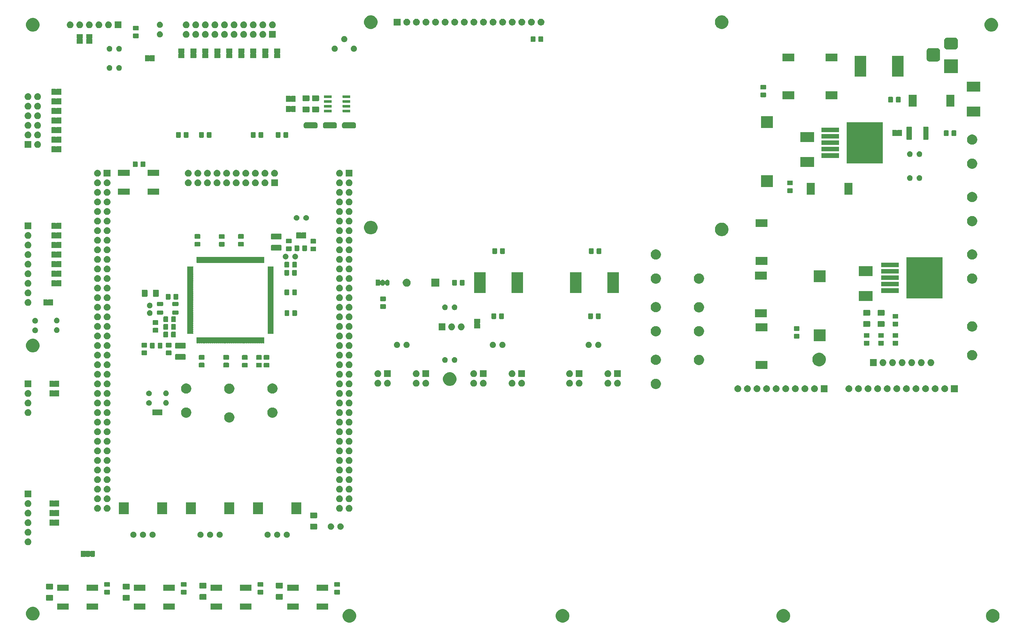
<source format=gbr>
G04 #@! TF.GenerationSoftware,KiCad,Pcbnew,(5.1.2)-1*
G04 #@! TF.CreationDate,2019-06-24T23:23:43+09:00*
G04 #@! TF.ProjectId,STM32F4____,53544d33-3246-4341-9c1c-f4dc2e6b6963,rev?*
G04 #@! TF.SameCoordinates,PXa57dbf49PYb7601c90*
G04 #@! TF.FileFunction,Soldermask,Top*
G04 #@! TF.FilePolarity,Negative*
%FSLAX46Y46*%
G04 Gerber Fmt 4.6, Leading zero omitted, Abs format (unit mm)*
G04 Created by KiCad (PCBNEW (5.1.2)-1) date 2019-06-24 23:23:43*
%MOMM*%
%LPD*%
G04 APERTURE LIST*
%ADD10C,0.100000*%
G04 APERTURE END LIST*
D10*
G36*
X1796261018Y-1402706211D02*
G01*
X1796588779Y-1402841974D01*
X1796883757Y-1403039072D01*
X1797134615Y-1403289930D01*
X1797331713Y-1403584908D01*
X1797467476Y-1403912669D01*
X1797536687Y-1404260616D01*
X1797536687Y-1404615384D01*
X1797467476Y-1404963331D01*
X1797331713Y-1405291092D01*
X1797134615Y-1405586070D01*
X1796883757Y-1405836928D01*
X1796588779Y-1406034026D01*
X1796261018Y-1406169789D01*
X1795913071Y-1406239000D01*
X1795558303Y-1406239000D01*
X1795210356Y-1406169789D01*
X1794882595Y-1406034026D01*
X1794587617Y-1405836928D01*
X1794336759Y-1405586070D01*
X1794139661Y-1405291092D01*
X1794003898Y-1404963331D01*
X1793934687Y-1404615384D01*
X1793934687Y-1404260616D01*
X1794003898Y-1403912669D01*
X1794139661Y-1403584908D01*
X1794336759Y-1403289930D01*
X1794587617Y-1403039072D01*
X1794882595Y-1402841974D01*
X1795210356Y-1402706211D01*
X1795558303Y-1402637000D01*
X1795913071Y-1402637000D01*
X1796261018Y-1402706211D01*
X1796261018Y-1402706211D01*
G37*
G36*
X1740761018Y-1402706211D02*
G01*
X1741088779Y-1402841974D01*
X1741383757Y-1403039072D01*
X1741634615Y-1403289930D01*
X1741831713Y-1403584908D01*
X1741967476Y-1403912669D01*
X1742036687Y-1404260616D01*
X1742036687Y-1404615384D01*
X1741967476Y-1404963331D01*
X1741831713Y-1405291092D01*
X1741634615Y-1405586070D01*
X1741383757Y-1405836928D01*
X1741088779Y-1406034026D01*
X1740761018Y-1406169789D01*
X1740413071Y-1406239000D01*
X1740058303Y-1406239000D01*
X1739710356Y-1406169789D01*
X1739382595Y-1406034026D01*
X1739087617Y-1405836928D01*
X1738836759Y-1405586070D01*
X1738639661Y-1405291092D01*
X1738503898Y-1404963331D01*
X1738434687Y-1404615384D01*
X1738434687Y-1404260616D01*
X1738503898Y-1403912669D01*
X1738639661Y-1403584908D01*
X1738836759Y-1403289930D01*
X1739087617Y-1403039072D01*
X1739382595Y-1402841974D01*
X1739710356Y-1402706211D01*
X1740058303Y-1402637000D01*
X1740413071Y-1402637000D01*
X1740761018Y-1402706211D01*
X1740761018Y-1402706211D01*
G37*
G36*
X1682261018Y-1402706211D02*
G01*
X1682588779Y-1402841974D01*
X1682883757Y-1403039072D01*
X1683134615Y-1403289930D01*
X1683331713Y-1403584908D01*
X1683467476Y-1403912669D01*
X1683536687Y-1404260616D01*
X1683536687Y-1404615384D01*
X1683467476Y-1404963331D01*
X1683331713Y-1405291092D01*
X1683134615Y-1405586070D01*
X1682883757Y-1405836928D01*
X1682588779Y-1406034026D01*
X1682261018Y-1406169789D01*
X1681913071Y-1406239000D01*
X1681558303Y-1406239000D01*
X1681210356Y-1406169789D01*
X1680882595Y-1406034026D01*
X1680587617Y-1405836928D01*
X1680336759Y-1405586070D01*
X1680139661Y-1405291092D01*
X1680003898Y-1404963331D01*
X1679934687Y-1404615384D01*
X1679934687Y-1404260616D01*
X1680003898Y-1403912669D01*
X1680139661Y-1403584908D01*
X1680336759Y-1403289930D01*
X1680587617Y-1403039072D01*
X1680882595Y-1402841974D01*
X1681210356Y-1402706211D01*
X1681558303Y-1402637000D01*
X1681913071Y-1402637000D01*
X1682261018Y-1402706211D01*
X1682261018Y-1402706211D01*
G37*
G36*
X1625761018Y-1402706211D02*
G01*
X1626088779Y-1402841974D01*
X1626383757Y-1403039072D01*
X1626634615Y-1403289930D01*
X1626831713Y-1403584908D01*
X1626967476Y-1403912669D01*
X1627036687Y-1404260616D01*
X1627036687Y-1404615384D01*
X1626967476Y-1404963331D01*
X1626831713Y-1405291092D01*
X1626634615Y-1405586070D01*
X1626383757Y-1405836928D01*
X1626088779Y-1406034026D01*
X1625761018Y-1406169789D01*
X1625413071Y-1406239000D01*
X1625058303Y-1406239000D01*
X1624710356Y-1406169789D01*
X1624382595Y-1406034026D01*
X1624087617Y-1405836928D01*
X1623836759Y-1405586070D01*
X1623639661Y-1405291092D01*
X1623503898Y-1404963331D01*
X1623434687Y-1404615384D01*
X1623434687Y-1404260616D01*
X1623503898Y-1403912669D01*
X1623639661Y-1403584908D01*
X1623836759Y-1403289930D01*
X1624087617Y-1403039072D01*
X1624382595Y-1402841974D01*
X1624710356Y-1402706211D01*
X1625058303Y-1402637000D01*
X1625413071Y-1402637000D01*
X1625761018Y-1402706211D01*
X1625761018Y-1402706211D01*
G37*
G36*
X1541871018Y-1402126211D02*
G01*
X1542198779Y-1402261974D01*
X1542493757Y-1402459072D01*
X1542744615Y-1402709930D01*
X1542941713Y-1403004908D01*
X1543077476Y-1403332669D01*
X1543146687Y-1403680616D01*
X1543146687Y-1404035384D01*
X1543077476Y-1404383331D01*
X1542941713Y-1404711092D01*
X1542744615Y-1405006070D01*
X1542493757Y-1405256928D01*
X1542198779Y-1405454026D01*
X1541871018Y-1405589789D01*
X1541523071Y-1405659000D01*
X1541168303Y-1405659000D01*
X1540820356Y-1405589789D01*
X1540492595Y-1405454026D01*
X1540197617Y-1405256928D01*
X1539946759Y-1405006070D01*
X1539749661Y-1404711092D01*
X1539613898Y-1404383331D01*
X1539544687Y-1404035384D01*
X1539544687Y-1403680616D01*
X1539613898Y-1403332669D01*
X1539749661Y-1403004908D01*
X1539946759Y-1402709930D01*
X1540197617Y-1402459072D01*
X1540492595Y-1402261974D01*
X1540820356Y-1402126211D01*
X1541168303Y-1402057000D01*
X1541523071Y-1402057000D01*
X1541871018Y-1402126211D01*
X1541871018Y-1402126211D01*
G37*
G36*
X1571211687Y-1402766000D02*
G01*
X1568109687Y-1402766000D01*
X1568109687Y-1401140000D01*
X1571211687Y-1401140000D01*
X1571211687Y-1402766000D01*
X1571211687Y-1402766000D01*
G37*
G36*
X1579011687Y-1402766000D02*
G01*
X1575909687Y-1402766000D01*
X1575909687Y-1401140000D01*
X1579011687Y-1401140000D01*
X1579011687Y-1402766000D01*
X1579011687Y-1402766000D01*
G37*
G36*
X1591531687Y-1402766000D02*
G01*
X1588429687Y-1402766000D01*
X1588429687Y-1401140000D01*
X1591531687Y-1401140000D01*
X1591531687Y-1402766000D01*
X1591531687Y-1402766000D01*
G37*
G36*
X1619651687Y-1402766000D02*
G01*
X1616549687Y-1402766000D01*
X1616549687Y-1401140000D01*
X1619651687Y-1401140000D01*
X1619651687Y-1402766000D01*
X1619651687Y-1402766000D01*
G37*
G36*
X1611851687Y-1402766000D02*
G01*
X1608749687Y-1402766000D01*
X1608749687Y-1401140000D01*
X1611851687Y-1401140000D01*
X1611851687Y-1402766000D01*
X1611851687Y-1402766000D01*
G37*
G36*
X1558691687Y-1402766000D02*
G01*
X1555589687Y-1402766000D01*
X1555589687Y-1401140000D01*
X1558691687Y-1401140000D01*
X1558691687Y-1402766000D01*
X1558691687Y-1402766000D01*
G37*
G36*
X1599331687Y-1402766000D02*
G01*
X1596229687Y-1402766000D01*
X1596229687Y-1401140000D01*
X1599331687Y-1401140000D01*
X1599331687Y-1402766000D01*
X1599331687Y-1402766000D01*
G37*
G36*
X1550891687Y-1402766000D02*
G01*
X1547789687Y-1402766000D01*
X1547789687Y-1401140000D01*
X1550891687Y-1401140000D01*
X1550891687Y-1402766000D01*
X1550891687Y-1402766000D01*
G37*
G36*
X1566886249Y-1398871181D02*
G01*
X1566921168Y-1398881774D01*
X1566953350Y-1398898976D01*
X1566981560Y-1398922127D01*
X1567004711Y-1398950337D01*
X1567021913Y-1398982519D01*
X1567032506Y-1399017438D01*
X1567036687Y-1399059895D01*
X1567036687Y-1400201105D01*
X1567032506Y-1400243562D01*
X1567021913Y-1400278481D01*
X1567004711Y-1400310663D01*
X1566981560Y-1400338873D01*
X1566953350Y-1400362024D01*
X1566921168Y-1400379226D01*
X1566886249Y-1400389819D01*
X1566843792Y-1400394000D01*
X1565377582Y-1400394000D01*
X1565335125Y-1400389819D01*
X1565300206Y-1400379226D01*
X1565268024Y-1400362024D01*
X1565239814Y-1400338873D01*
X1565216663Y-1400310663D01*
X1565199461Y-1400278481D01*
X1565188868Y-1400243562D01*
X1565184687Y-1400201105D01*
X1565184687Y-1399059895D01*
X1565188868Y-1399017438D01*
X1565199461Y-1398982519D01*
X1565216663Y-1398950337D01*
X1565239814Y-1398922127D01*
X1565268024Y-1398898976D01*
X1565300206Y-1398881774D01*
X1565335125Y-1398871181D01*
X1565377582Y-1398867000D01*
X1566843792Y-1398867000D01*
X1566886249Y-1398871181D01*
X1566886249Y-1398871181D01*
G37*
G36*
X1546566249Y-1398871181D02*
G01*
X1546601168Y-1398881774D01*
X1546633350Y-1398898976D01*
X1546661560Y-1398922127D01*
X1546684711Y-1398950337D01*
X1546701913Y-1398982519D01*
X1546712506Y-1399017438D01*
X1546716687Y-1399059895D01*
X1546716687Y-1400201105D01*
X1546712506Y-1400243562D01*
X1546701913Y-1400278481D01*
X1546684711Y-1400310663D01*
X1546661560Y-1400338873D01*
X1546633350Y-1400362024D01*
X1546601168Y-1400379226D01*
X1546566249Y-1400389819D01*
X1546523792Y-1400394000D01*
X1545057582Y-1400394000D01*
X1545015125Y-1400389819D01*
X1544980206Y-1400379226D01*
X1544948024Y-1400362024D01*
X1544919814Y-1400338873D01*
X1544896663Y-1400310663D01*
X1544879461Y-1400278481D01*
X1544868868Y-1400243562D01*
X1544864687Y-1400201105D01*
X1544864687Y-1399059895D01*
X1544868868Y-1399017438D01*
X1544879461Y-1398982519D01*
X1544896663Y-1398950337D01*
X1544919814Y-1398922127D01*
X1544948024Y-1398898976D01*
X1544980206Y-1398881774D01*
X1545015125Y-1398871181D01*
X1545057582Y-1398867000D01*
X1546523792Y-1398867000D01*
X1546566249Y-1398871181D01*
X1546566249Y-1398871181D01*
G37*
G36*
X1587206249Y-1398653681D02*
G01*
X1587241168Y-1398664274D01*
X1587273350Y-1398681476D01*
X1587301560Y-1398704627D01*
X1587324711Y-1398732837D01*
X1587341913Y-1398765019D01*
X1587352506Y-1398799938D01*
X1587356687Y-1398842395D01*
X1587356687Y-1399983605D01*
X1587352506Y-1400026062D01*
X1587341913Y-1400060981D01*
X1587324711Y-1400093163D01*
X1587301560Y-1400121373D01*
X1587273350Y-1400144524D01*
X1587241168Y-1400161726D01*
X1587206249Y-1400172319D01*
X1587163792Y-1400176500D01*
X1585697582Y-1400176500D01*
X1585655125Y-1400172319D01*
X1585620206Y-1400161726D01*
X1585588024Y-1400144524D01*
X1585559814Y-1400121373D01*
X1585536663Y-1400093163D01*
X1585519461Y-1400060981D01*
X1585508868Y-1400026062D01*
X1585504687Y-1399983605D01*
X1585504687Y-1398842395D01*
X1585508868Y-1398799938D01*
X1585519461Y-1398765019D01*
X1585536663Y-1398732837D01*
X1585559814Y-1398704627D01*
X1585588024Y-1398681476D01*
X1585620206Y-1398664274D01*
X1585655125Y-1398653681D01*
X1585697582Y-1398649500D01*
X1587163792Y-1398649500D01*
X1587206249Y-1398653681D01*
X1587206249Y-1398653681D01*
G37*
G36*
X1607462749Y-1398618781D02*
G01*
X1607497668Y-1398629374D01*
X1607529850Y-1398646576D01*
X1607558060Y-1398669727D01*
X1607581211Y-1398697937D01*
X1607598413Y-1398730119D01*
X1607609006Y-1398765038D01*
X1607613187Y-1398807495D01*
X1607613187Y-1399948705D01*
X1607609006Y-1399991162D01*
X1607598413Y-1400026081D01*
X1607581211Y-1400058263D01*
X1607558060Y-1400086473D01*
X1607529850Y-1400109624D01*
X1607497668Y-1400126826D01*
X1607462749Y-1400137419D01*
X1607420292Y-1400141600D01*
X1605954082Y-1400141600D01*
X1605911625Y-1400137419D01*
X1605876706Y-1400126826D01*
X1605844524Y-1400109624D01*
X1605816314Y-1400086473D01*
X1605793163Y-1400058263D01*
X1605775961Y-1400026081D01*
X1605765368Y-1399991162D01*
X1605761187Y-1399948705D01*
X1605761187Y-1398807495D01*
X1605765368Y-1398765038D01*
X1605775961Y-1398730119D01*
X1605793163Y-1398697937D01*
X1605816314Y-1398669727D01*
X1605844524Y-1398646576D01*
X1605876706Y-1398629374D01*
X1605911625Y-1398618781D01*
X1605954082Y-1398614600D01*
X1607420292Y-1398614600D01*
X1607462749Y-1398618781D01*
X1607462749Y-1398618781D01*
G37*
G36*
X1581939361Y-1397521465D02*
G01*
X1581977054Y-1397532899D01*
X1582011790Y-1397551466D01*
X1582042235Y-1397576452D01*
X1582067221Y-1397606897D01*
X1582085788Y-1397641633D01*
X1582097222Y-1397679326D01*
X1582101687Y-1397724661D01*
X1582101687Y-1398561339D01*
X1582097222Y-1398606674D01*
X1582085788Y-1398644367D01*
X1582067221Y-1398679103D01*
X1582042235Y-1398709548D01*
X1582011790Y-1398734534D01*
X1581977054Y-1398753101D01*
X1581939361Y-1398764535D01*
X1581894026Y-1398769000D01*
X1580807348Y-1398769000D01*
X1580762013Y-1398764535D01*
X1580724320Y-1398753101D01*
X1580689584Y-1398734534D01*
X1580659139Y-1398709548D01*
X1580634153Y-1398679103D01*
X1580615586Y-1398644367D01*
X1580604152Y-1398606674D01*
X1580599687Y-1398561339D01*
X1580599687Y-1397724661D01*
X1580604152Y-1397679326D01*
X1580615586Y-1397641633D01*
X1580634153Y-1397606897D01*
X1580659139Y-1397576452D01*
X1580689584Y-1397551466D01*
X1580724320Y-1397532899D01*
X1580762013Y-1397521465D01*
X1580807348Y-1397517000D01*
X1581894026Y-1397517000D01*
X1581939361Y-1397521465D01*
X1581939361Y-1397521465D01*
G37*
G36*
X1622579361Y-1397521465D02*
G01*
X1622617054Y-1397532899D01*
X1622651790Y-1397551466D01*
X1622682235Y-1397576452D01*
X1622707221Y-1397606897D01*
X1622725788Y-1397641633D01*
X1622737222Y-1397679326D01*
X1622741687Y-1397724661D01*
X1622741687Y-1398561339D01*
X1622737222Y-1398606674D01*
X1622725788Y-1398644367D01*
X1622707221Y-1398679103D01*
X1622682235Y-1398709548D01*
X1622651790Y-1398734534D01*
X1622617054Y-1398753101D01*
X1622579361Y-1398764535D01*
X1622534026Y-1398769000D01*
X1621447348Y-1398769000D01*
X1621402013Y-1398764535D01*
X1621364320Y-1398753101D01*
X1621329584Y-1398734534D01*
X1621299139Y-1398709548D01*
X1621274153Y-1398679103D01*
X1621255586Y-1398644367D01*
X1621244152Y-1398606674D01*
X1621239687Y-1398561339D01*
X1621239687Y-1397724661D01*
X1621244152Y-1397679326D01*
X1621255586Y-1397641633D01*
X1621274153Y-1397606897D01*
X1621299139Y-1397576452D01*
X1621329584Y-1397551466D01*
X1621364320Y-1397532899D01*
X1621402013Y-1397521465D01*
X1621447348Y-1397517000D01*
X1622534026Y-1397517000D01*
X1622579361Y-1397521465D01*
X1622579361Y-1397521465D01*
G37*
G36*
X1561619361Y-1397521465D02*
G01*
X1561657054Y-1397532899D01*
X1561691790Y-1397551466D01*
X1561722235Y-1397576452D01*
X1561747221Y-1397606897D01*
X1561765788Y-1397641633D01*
X1561777222Y-1397679326D01*
X1561781687Y-1397724661D01*
X1561781687Y-1398561339D01*
X1561777222Y-1398606674D01*
X1561765788Y-1398644367D01*
X1561747221Y-1398679103D01*
X1561722235Y-1398709548D01*
X1561691790Y-1398734534D01*
X1561657054Y-1398753101D01*
X1561619361Y-1398764535D01*
X1561574026Y-1398769000D01*
X1560487348Y-1398769000D01*
X1560442013Y-1398764535D01*
X1560404320Y-1398753101D01*
X1560369584Y-1398734534D01*
X1560339139Y-1398709548D01*
X1560314153Y-1398679103D01*
X1560295586Y-1398644367D01*
X1560284152Y-1398606674D01*
X1560279687Y-1398561339D01*
X1560279687Y-1397724661D01*
X1560284152Y-1397679326D01*
X1560295586Y-1397641633D01*
X1560314153Y-1397606897D01*
X1560339139Y-1397576452D01*
X1560369584Y-1397551466D01*
X1560404320Y-1397532899D01*
X1560442013Y-1397521465D01*
X1560487348Y-1397517000D01*
X1561574026Y-1397517000D01*
X1561619361Y-1397521465D01*
X1561619361Y-1397521465D01*
G37*
G36*
X1602259361Y-1397521465D02*
G01*
X1602297054Y-1397532899D01*
X1602331790Y-1397551466D01*
X1602362235Y-1397576452D01*
X1602387221Y-1397606897D01*
X1602405788Y-1397641633D01*
X1602417222Y-1397679326D01*
X1602421687Y-1397724661D01*
X1602421687Y-1398561339D01*
X1602417222Y-1398606674D01*
X1602405788Y-1398644367D01*
X1602387221Y-1398679103D01*
X1602362235Y-1398709548D01*
X1602331790Y-1398734534D01*
X1602297054Y-1398753101D01*
X1602259361Y-1398764535D01*
X1602214026Y-1398769000D01*
X1601127348Y-1398769000D01*
X1601082013Y-1398764535D01*
X1601044320Y-1398753101D01*
X1601009584Y-1398734534D01*
X1600979139Y-1398709548D01*
X1600954153Y-1398679103D01*
X1600935586Y-1398644367D01*
X1600924152Y-1398606674D01*
X1600919687Y-1398561339D01*
X1600919687Y-1397724661D01*
X1600924152Y-1397679326D01*
X1600935586Y-1397641633D01*
X1600954153Y-1397606897D01*
X1600979139Y-1397576452D01*
X1601009584Y-1397551466D01*
X1601044320Y-1397532899D01*
X1601082013Y-1397521465D01*
X1601127348Y-1397517000D01*
X1602214026Y-1397517000D01*
X1602259361Y-1397521465D01*
X1602259361Y-1397521465D01*
G37*
G36*
X1571211687Y-1397766000D02*
G01*
X1568109687Y-1397766000D01*
X1568109687Y-1396140000D01*
X1571211687Y-1396140000D01*
X1571211687Y-1397766000D01*
X1571211687Y-1397766000D01*
G37*
G36*
X1558691687Y-1397766000D02*
G01*
X1555589687Y-1397766000D01*
X1555589687Y-1396140000D01*
X1558691687Y-1396140000D01*
X1558691687Y-1397766000D01*
X1558691687Y-1397766000D01*
G37*
G36*
X1550891687Y-1397766000D02*
G01*
X1547789687Y-1397766000D01*
X1547789687Y-1396140000D01*
X1550891687Y-1396140000D01*
X1550891687Y-1397766000D01*
X1550891687Y-1397766000D01*
G37*
G36*
X1619651687Y-1397766000D02*
G01*
X1616549687Y-1397766000D01*
X1616549687Y-1396140000D01*
X1619651687Y-1396140000D01*
X1619651687Y-1397766000D01*
X1619651687Y-1397766000D01*
G37*
G36*
X1579011687Y-1397766000D02*
G01*
X1575909687Y-1397766000D01*
X1575909687Y-1396140000D01*
X1579011687Y-1396140000D01*
X1579011687Y-1397766000D01*
X1579011687Y-1397766000D01*
G37*
G36*
X1599331687Y-1397766000D02*
G01*
X1596229687Y-1397766000D01*
X1596229687Y-1396140000D01*
X1599331687Y-1396140000D01*
X1599331687Y-1397766000D01*
X1599331687Y-1397766000D01*
G37*
G36*
X1591531687Y-1397766000D02*
G01*
X1588429687Y-1397766000D01*
X1588429687Y-1396140000D01*
X1591531687Y-1396140000D01*
X1591531687Y-1397766000D01*
X1591531687Y-1397766000D01*
G37*
G36*
X1611851687Y-1397766000D02*
G01*
X1608749687Y-1397766000D01*
X1608749687Y-1396140000D01*
X1611851687Y-1396140000D01*
X1611851687Y-1397766000D01*
X1611851687Y-1397766000D01*
G37*
G36*
X1566886249Y-1395896181D02*
G01*
X1566921168Y-1395906774D01*
X1566953350Y-1395923976D01*
X1566981560Y-1395947127D01*
X1567004711Y-1395975337D01*
X1567021913Y-1396007519D01*
X1567032506Y-1396042438D01*
X1567036687Y-1396084895D01*
X1567036687Y-1397226105D01*
X1567032506Y-1397268562D01*
X1567021913Y-1397303481D01*
X1567004711Y-1397335663D01*
X1566981560Y-1397363873D01*
X1566953350Y-1397387024D01*
X1566921168Y-1397404226D01*
X1566886249Y-1397414819D01*
X1566843792Y-1397419000D01*
X1565377582Y-1397419000D01*
X1565335125Y-1397414819D01*
X1565300206Y-1397404226D01*
X1565268024Y-1397387024D01*
X1565239814Y-1397363873D01*
X1565216663Y-1397335663D01*
X1565199461Y-1397303481D01*
X1565188868Y-1397268562D01*
X1565184687Y-1397226105D01*
X1565184687Y-1396084895D01*
X1565188868Y-1396042438D01*
X1565199461Y-1396007519D01*
X1565216663Y-1395975337D01*
X1565239814Y-1395947127D01*
X1565268024Y-1395923976D01*
X1565300206Y-1395906774D01*
X1565335125Y-1395896181D01*
X1565377582Y-1395892000D01*
X1566843792Y-1395892000D01*
X1566886249Y-1395896181D01*
X1566886249Y-1395896181D01*
G37*
G36*
X1546566249Y-1395896181D02*
G01*
X1546601168Y-1395906774D01*
X1546633350Y-1395923976D01*
X1546661560Y-1395947127D01*
X1546684711Y-1395975337D01*
X1546701913Y-1396007519D01*
X1546712506Y-1396042438D01*
X1546716687Y-1396084895D01*
X1546716687Y-1397226105D01*
X1546712506Y-1397268562D01*
X1546701913Y-1397303481D01*
X1546684711Y-1397335663D01*
X1546661560Y-1397363873D01*
X1546633350Y-1397387024D01*
X1546601168Y-1397404226D01*
X1546566249Y-1397414819D01*
X1546523792Y-1397419000D01*
X1545057582Y-1397419000D01*
X1545015125Y-1397414819D01*
X1544980206Y-1397404226D01*
X1544948024Y-1397387024D01*
X1544919814Y-1397363873D01*
X1544896663Y-1397335663D01*
X1544879461Y-1397303481D01*
X1544868868Y-1397268562D01*
X1544864687Y-1397226105D01*
X1544864687Y-1396084895D01*
X1544868868Y-1396042438D01*
X1544879461Y-1396007519D01*
X1544896663Y-1395975337D01*
X1544919814Y-1395947127D01*
X1544948024Y-1395923976D01*
X1544980206Y-1395906774D01*
X1545015125Y-1395896181D01*
X1545057582Y-1395892000D01*
X1546523792Y-1395892000D01*
X1546566249Y-1395896181D01*
X1546566249Y-1395896181D01*
G37*
G36*
X1587206249Y-1395678681D02*
G01*
X1587241168Y-1395689274D01*
X1587273350Y-1395706476D01*
X1587301560Y-1395729627D01*
X1587324711Y-1395757837D01*
X1587341913Y-1395790019D01*
X1587352506Y-1395824938D01*
X1587356687Y-1395867395D01*
X1587356687Y-1397008605D01*
X1587352506Y-1397051062D01*
X1587341913Y-1397085981D01*
X1587324711Y-1397118163D01*
X1587301560Y-1397146373D01*
X1587273350Y-1397169524D01*
X1587241168Y-1397186726D01*
X1587206249Y-1397197319D01*
X1587163792Y-1397201500D01*
X1585697582Y-1397201500D01*
X1585655125Y-1397197319D01*
X1585620206Y-1397186726D01*
X1585588024Y-1397169524D01*
X1585559814Y-1397146373D01*
X1585536663Y-1397118163D01*
X1585519461Y-1397085981D01*
X1585508868Y-1397051062D01*
X1585504687Y-1397008605D01*
X1585504687Y-1395867395D01*
X1585508868Y-1395824938D01*
X1585519461Y-1395790019D01*
X1585536663Y-1395757837D01*
X1585559814Y-1395729627D01*
X1585588024Y-1395706476D01*
X1585620206Y-1395689274D01*
X1585655125Y-1395678681D01*
X1585697582Y-1395674500D01*
X1587163792Y-1395674500D01*
X1587206249Y-1395678681D01*
X1587206249Y-1395678681D01*
G37*
G36*
X1607462749Y-1395643781D02*
G01*
X1607497668Y-1395654374D01*
X1607529850Y-1395671576D01*
X1607558060Y-1395694727D01*
X1607581211Y-1395722937D01*
X1607598413Y-1395755119D01*
X1607609006Y-1395790038D01*
X1607613187Y-1395832495D01*
X1607613187Y-1396973705D01*
X1607609006Y-1397016162D01*
X1607598413Y-1397051081D01*
X1607581211Y-1397083263D01*
X1607558060Y-1397111473D01*
X1607529850Y-1397134624D01*
X1607497668Y-1397151826D01*
X1607462749Y-1397162419D01*
X1607420292Y-1397166600D01*
X1605954082Y-1397166600D01*
X1605911625Y-1397162419D01*
X1605876706Y-1397151826D01*
X1605844524Y-1397134624D01*
X1605816314Y-1397111473D01*
X1605793163Y-1397083263D01*
X1605775961Y-1397051081D01*
X1605765368Y-1397016162D01*
X1605761187Y-1396973705D01*
X1605761187Y-1395832495D01*
X1605765368Y-1395790038D01*
X1605775961Y-1395755119D01*
X1605793163Y-1395722937D01*
X1605816314Y-1395694727D01*
X1605844524Y-1395671576D01*
X1605876706Y-1395654374D01*
X1605911625Y-1395643781D01*
X1605954082Y-1395639600D01*
X1607420292Y-1395639600D01*
X1607462749Y-1395643781D01*
X1607462749Y-1395643781D01*
G37*
G36*
X1581939361Y-1395471465D02*
G01*
X1581977054Y-1395482899D01*
X1582011790Y-1395501466D01*
X1582042235Y-1395526452D01*
X1582067221Y-1395556897D01*
X1582085788Y-1395591633D01*
X1582097222Y-1395629326D01*
X1582101687Y-1395674661D01*
X1582101687Y-1396511339D01*
X1582097222Y-1396556674D01*
X1582085788Y-1396594367D01*
X1582067221Y-1396629103D01*
X1582042235Y-1396659548D01*
X1582011790Y-1396684534D01*
X1581977054Y-1396703101D01*
X1581939361Y-1396714535D01*
X1581894026Y-1396719000D01*
X1580807348Y-1396719000D01*
X1580762013Y-1396714535D01*
X1580724320Y-1396703101D01*
X1580689584Y-1396684534D01*
X1580659139Y-1396659548D01*
X1580634153Y-1396629103D01*
X1580615586Y-1396594367D01*
X1580604152Y-1396556674D01*
X1580599687Y-1396511339D01*
X1580599687Y-1395674661D01*
X1580604152Y-1395629326D01*
X1580615586Y-1395591633D01*
X1580634153Y-1395556897D01*
X1580659139Y-1395526452D01*
X1580689584Y-1395501466D01*
X1580724320Y-1395482899D01*
X1580762013Y-1395471465D01*
X1580807348Y-1395467000D01*
X1581894026Y-1395467000D01*
X1581939361Y-1395471465D01*
X1581939361Y-1395471465D01*
G37*
G36*
X1602259361Y-1395471465D02*
G01*
X1602297054Y-1395482899D01*
X1602331790Y-1395501466D01*
X1602362235Y-1395526452D01*
X1602387221Y-1395556897D01*
X1602405788Y-1395591633D01*
X1602417222Y-1395629326D01*
X1602421687Y-1395674661D01*
X1602421687Y-1396511339D01*
X1602417222Y-1396556674D01*
X1602405788Y-1396594367D01*
X1602387221Y-1396629103D01*
X1602362235Y-1396659548D01*
X1602331790Y-1396684534D01*
X1602297054Y-1396703101D01*
X1602259361Y-1396714535D01*
X1602214026Y-1396719000D01*
X1601127348Y-1396719000D01*
X1601082013Y-1396714535D01*
X1601044320Y-1396703101D01*
X1601009584Y-1396684534D01*
X1600979139Y-1396659548D01*
X1600954153Y-1396629103D01*
X1600935586Y-1396594367D01*
X1600924152Y-1396556674D01*
X1600919687Y-1396511339D01*
X1600919687Y-1395674661D01*
X1600924152Y-1395629326D01*
X1600935586Y-1395591633D01*
X1600954153Y-1395556897D01*
X1600979139Y-1395526452D01*
X1601009584Y-1395501466D01*
X1601044320Y-1395482899D01*
X1601082013Y-1395471465D01*
X1601127348Y-1395467000D01*
X1602214026Y-1395467000D01*
X1602259361Y-1395471465D01*
X1602259361Y-1395471465D01*
G37*
G36*
X1561619361Y-1395471465D02*
G01*
X1561657054Y-1395482899D01*
X1561691790Y-1395501466D01*
X1561722235Y-1395526452D01*
X1561747221Y-1395556897D01*
X1561765788Y-1395591633D01*
X1561777222Y-1395629326D01*
X1561781687Y-1395674661D01*
X1561781687Y-1396511339D01*
X1561777222Y-1396556674D01*
X1561765788Y-1396594367D01*
X1561747221Y-1396629103D01*
X1561722235Y-1396659548D01*
X1561691790Y-1396684534D01*
X1561657054Y-1396703101D01*
X1561619361Y-1396714535D01*
X1561574026Y-1396719000D01*
X1560487348Y-1396719000D01*
X1560442013Y-1396714535D01*
X1560404320Y-1396703101D01*
X1560369584Y-1396684534D01*
X1560339139Y-1396659548D01*
X1560314153Y-1396629103D01*
X1560295586Y-1396594367D01*
X1560284152Y-1396556674D01*
X1560279687Y-1396511339D01*
X1560279687Y-1395674661D01*
X1560284152Y-1395629326D01*
X1560295586Y-1395591633D01*
X1560314153Y-1395556897D01*
X1560339139Y-1395526452D01*
X1560369584Y-1395501466D01*
X1560404320Y-1395482899D01*
X1560442013Y-1395471465D01*
X1560487348Y-1395467000D01*
X1561574026Y-1395467000D01*
X1561619361Y-1395471465D01*
X1561619361Y-1395471465D01*
G37*
G36*
X1622579361Y-1395471465D02*
G01*
X1622617054Y-1395482899D01*
X1622651790Y-1395501466D01*
X1622682235Y-1395526452D01*
X1622707221Y-1395556897D01*
X1622725788Y-1395591633D01*
X1622737222Y-1395629326D01*
X1622741687Y-1395674661D01*
X1622741687Y-1396511339D01*
X1622737222Y-1396556674D01*
X1622725788Y-1396594367D01*
X1622707221Y-1396629103D01*
X1622682235Y-1396659548D01*
X1622651790Y-1396684534D01*
X1622617054Y-1396703101D01*
X1622579361Y-1396714535D01*
X1622534026Y-1396719000D01*
X1621447348Y-1396719000D01*
X1621402013Y-1396714535D01*
X1621364320Y-1396703101D01*
X1621329584Y-1396684534D01*
X1621299139Y-1396659548D01*
X1621274153Y-1396629103D01*
X1621255586Y-1396594367D01*
X1621244152Y-1396556674D01*
X1621239687Y-1396511339D01*
X1621239687Y-1395674661D01*
X1621244152Y-1395629326D01*
X1621255586Y-1395591633D01*
X1621274153Y-1395556897D01*
X1621299139Y-1395526452D01*
X1621329584Y-1395501466D01*
X1621364320Y-1395482899D01*
X1621402013Y-1395471465D01*
X1621447348Y-1395467000D01*
X1622534026Y-1395467000D01*
X1622579361Y-1395471465D01*
X1622579361Y-1395471465D01*
G37*
G36*
X1555266202Y-1387183417D02*
G01*
X1555277753Y-1387205028D01*
X1555293298Y-1387223970D01*
X1555312240Y-1387239515D01*
X1555333851Y-1387251066D01*
X1555357300Y-1387258179D01*
X1555381686Y-1387260581D01*
X1555406072Y-1387258179D01*
X1555429521Y-1387251066D01*
X1555451132Y-1387239515D01*
X1555460985Y-1387232207D01*
X1555475243Y-1387220506D01*
X1555514121Y-1387199725D01*
X1555556314Y-1387186926D01*
X1555606328Y-1387182000D01*
X1556295046Y-1387182000D01*
X1556345060Y-1387186926D01*
X1556387253Y-1387199725D01*
X1556426131Y-1387220506D01*
X1556460212Y-1387248475D01*
X1556489062Y-1387283629D01*
X1556506389Y-1387300956D01*
X1556526763Y-1387314569D01*
X1556549402Y-1387323947D01*
X1556573435Y-1387328727D01*
X1556597940Y-1387328727D01*
X1556621973Y-1387323946D01*
X1556644612Y-1387314569D01*
X1556664986Y-1387300955D01*
X1556682312Y-1387283629D01*
X1556711162Y-1387248475D01*
X1556745243Y-1387220506D01*
X1556784121Y-1387199725D01*
X1556826314Y-1387186926D01*
X1556876328Y-1387182000D01*
X1557565046Y-1387182000D01*
X1557615060Y-1387186926D01*
X1557657253Y-1387199725D01*
X1557696131Y-1387220506D01*
X1557730212Y-1387248475D01*
X1557758181Y-1387282556D01*
X1557778962Y-1387321434D01*
X1557791761Y-1387363627D01*
X1557796687Y-1387413641D01*
X1557796687Y-1388552359D01*
X1557791761Y-1388602373D01*
X1557778962Y-1388644566D01*
X1557758181Y-1388683444D01*
X1557730212Y-1388717525D01*
X1557696131Y-1388745494D01*
X1557657253Y-1388766275D01*
X1557615060Y-1388779074D01*
X1557565046Y-1388784000D01*
X1556876328Y-1388784000D01*
X1556826314Y-1388779074D01*
X1556784121Y-1388766275D01*
X1556745243Y-1388745494D01*
X1556711162Y-1388717525D01*
X1556682312Y-1388682371D01*
X1556664985Y-1388665044D01*
X1556644611Y-1388651431D01*
X1556621972Y-1388642053D01*
X1556597939Y-1388637273D01*
X1556573434Y-1388637273D01*
X1556549401Y-1388642054D01*
X1556526762Y-1388651431D01*
X1556506388Y-1388665045D01*
X1556489062Y-1388682371D01*
X1556460212Y-1388717525D01*
X1556426131Y-1388745494D01*
X1556387253Y-1388766275D01*
X1556345060Y-1388779074D01*
X1556295046Y-1388784000D01*
X1555606328Y-1388784000D01*
X1555556314Y-1388779074D01*
X1555514121Y-1388766275D01*
X1555475243Y-1388745494D01*
X1555460985Y-1388733793D01*
X1555440611Y-1388720179D01*
X1555417972Y-1388710802D01*
X1555393939Y-1388706021D01*
X1555369435Y-1388706021D01*
X1555345401Y-1388710801D01*
X1555322762Y-1388720178D01*
X1555302388Y-1388733792D01*
X1555285061Y-1388751119D01*
X1555271447Y-1388771493D01*
X1555266267Y-1388784000D01*
X1554104687Y-1388784000D01*
X1554104687Y-1387182000D01*
X1555265772Y-1387182000D01*
X1555266202Y-1387183417D01*
X1555266202Y-1387183417D01*
G37*
G36*
X1540186130Y-1383913519D02*
G01*
X1540252314Y-1383920037D01*
X1540422153Y-1383971557D01*
X1540578678Y-1384055222D01*
X1540614416Y-1384084552D01*
X1540715873Y-1384167814D01*
X1540799135Y-1384269271D01*
X1540828465Y-1384305009D01*
X1540912130Y-1384461534D01*
X1540963650Y-1384631373D01*
X1540981046Y-1384808000D01*
X1540963650Y-1384984627D01*
X1540912130Y-1385154466D01*
X1540828465Y-1385310991D01*
X1540799135Y-1385346729D01*
X1540715873Y-1385448186D01*
X1540614416Y-1385531448D01*
X1540578678Y-1385560778D01*
X1540422153Y-1385644443D01*
X1540252314Y-1385695963D01*
X1540186129Y-1385702482D01*
X1540119947Y-1385709000D01*
X1540031427Y-1385709000D01*
X1539965245Y-1385702482D01*
X1539899060Y-1385695963D01*
X1539729221Y-1385644443D01*
X1539572696Y-1385560778D01*
X1539536958Y-1385531448D01*
X1539435501Y-1385448186D01*
X1539352239Y-1385346729D01*
X1539322909Y-1385310991D01*
X1539239244Y-1385154466D01*
X1539187724Y-1384984627D01*
X1539170328Y-1384808000D01*
X1539187724Y-1384631373D01*
X1539239244Y-1384461534D01*
X1539322909Y-1384305009D01*
X1539352239Y-1384269271D01*
X1539435501Y-1384167814D01*
X1539536958Y-1384084552D01*
X1539572696Y-1384055222D01*
X1539729221Y-1383971557D01*
X1539899060Y-1383920037D01*
X1539965244Y-1383913519D01*
X1540031427Y-1383907000D01*
X1540119947Y-1383907000D01*
X1540186130Y-1383913519D01*
X1540186130Y-1383913519D01*
G37*
G36*
X1568252829Y-1382121242D02*
G01*
X1568400788Y-1382182529D01*
X1568533942Y-1382271499D01*
X1568647188Y-1382384745D01*
X1568736158Y-1382517899D01*
X1568797445Y-1382665858D01*
X1568828687Y-1382822925D01*
X1568828687Y-1382983075D01*
X1568797445Y-1383140142D01*
X1568736158Y-1383288101D01*
X1568647188Y-1383421255D01*
X1568533942Y-1383534501D01*
X1568400788Y-1383623471D01*
X1568252829Y-1383684758D01*
X1568095762Y-1383716000D01*
X1567935612Y-1383716000D01*
X1567778545Y-1383684758D01*
X1567630586Y-1383623471D01*
X1567497432Y-1383534501D01*
X1567384186Y-1383421255D01*
X1567295216Y-1383288101D01*
X1567233929Y-1383140142D01*
X1567202687Y-1382983075D01*
X1567202687Y-1382822925D01*
X1567233929Y-1382665858D01*
X1567295216Y-1382517899D01*
X1567384186Y-1382384745D01*
X1567497432Y-1382271499D01*
X1567630586Y-1382182529D01*
X1567778545Y-1382121242D01*
X1567935612Y-1382090000D01*
X1568095762Y-1382090000D01*
X1568252829Y-1382121242D01*
X1568252829Y-1382121242D01*
G37*
G36*
X1570792829Y-1382121242D02*
G01*
X1570940788Y-1382182529D01*
X1571073942Y-1382271499D01*
X1571187188Y-1382384745D01*
X1571276158Y-1382517899D01*
X1571337445Y-1382665858D01*
X1571368687Y-1382822925D01*
X1571368687Y-1382983075D01*
X1571337445Y-1383140142D01*
X1571276158Y-1383288101D01*
X1571187188Y-1383421255D01*
X1571073942Y-1383534501D01*
X1570940788Y-1383623471D01*
X1570792829Y-1383684758D01*
X1570635762Y-1383716000D01*
X1570475612Y-1383716000D01*
X1570318545Y-1383684758D01*
X1570170586Y-1383623471D01*
X1570037432Y-1383534501D01*
X1569924186Y-1383421255D01*
X1569835216Y-1383288101D01*
X1569773929Y-1383140142D01*
X1569742687Y-1382983075D01*
X1569742687Y-1382822925D01*
X1569773929Y-1382665858D01*
X1569835216Y-1382517899D01*
X1569924186Y-1382384745D01*
X1570037432Y-1382271499D01*
X1570170586Y-1382182529D01*
X1570318545Y-1382121242D01*
X1570475612Y-1382090000D01*
X1570635762Y-1382090000D01*
X1570792829Y-1382121242D01*
X1570792829Y-1382121242D01*
G37*
G36*
X1591112829Y-1382121242D02*
G01*
X1591260788Y-1382182529D01*
X1591393942Y-1382271499D01*
X1591507188Y-1382384745D01*
X1591596158Y-1382517899D01*
X1591657445Y-1382665858D01*
X1591688687Y-1382822925D01*
X1591688687Y-1382983075D01*
X1591657445Y-1383140142D01*
X1591596158Y-1383288101D01*
X1591507188Y-1383421255D01*
X1591393942Y-1383534501D01*
X1591260788Y-1383623471D01*
X1591112829Y-1383684758D01*
X1590955762Y-1383716000D01*
X1590795612Y-1383716000D01*
X1590638545Y-1383684758D01*
X1590490586Y-1383623471D01*
X1590357432Y-1383534501D01*
X1590244186Y-1383421255D01*
X1590155216Y-1383288101D01*
X1590093929Y-1383140142D01*
X1590062687Y-1382983075D01*
X1590062687Y-1382822925D01*
X1590093929Y-1382665858D01*
X1590155216Y-1382517899D01*
X1590244186Y-1382384745D01*
X1590357432Y-1382271499D01*
X1590490586Y-1382182529D01*
X1590638545Y-1382121242D01*
X1590795612Y-1382090000D01*
X1590955762Y-1382090000D01*
X1591112829Y-1382121242D01*
X1591112829Y-1382121242D01*
G37*
G36*
X1588572829Y-1382121242D02*
G01*
X1588720788Y-1382182529D01*
X1588853942Y-1382271499D01*
X1588967188Y-1382384745D01*
X1589056158Y-1382517899D01*
X1589117445Y-1382665858D01*
X1589148687Y-1382822925D01*
X1589148687Y-1382983075D01*
X1589117445Y-1383140142D01*
X1589056158Y-1383288101D01*
X1588967188Y-1383421255D01*
X1588853942Y-1383534501D01*
X1588720788Y-1383623471D01*
X1588572829Y-1383684758D01*
X1588415762Y-1383716000D01*
X1588255612Y-1383716000D01*
X1588098545Y-1383684758D01*
X1587950586Y-1383623471D01*
X1587817432Y-1383534501D01*
X1587704186Y-1383421255D01*
X1587615216Y-1383288101D01*
X1587553929Y-1383140142D01*
X1587522687Y-1382983075D01*
X1587522687Y-1382822925D01*
X1587553929Y-1382665858D01*
X1587615216Y-1382517899D01*
X1587704186Y-1382384745D01*
X1587817432Y-1382271499D01*
X1587950586Y-1382182529D01*
X1588098545Y-1382121242D01*
X1588255612Y-1382090000D01*
X1588415762Y-1382090000D01*
X1588572829Y-1382121242D01*
X1588572829Y-1382121242D01*
G37*
G36*
X1586032829Y-1382121242D02*
G01*
X1586180788Y-1382182529D01*
X1586313942Y-1382271499D01*
X1586427188Y-1382384745D01*
X1586516158Y-1382517899D01*
X1586577445Y-1382665858D01*
X1586608687Y-1382822925D01*
X1586608687Y-1382983075D01*
X1586577445Y-1383140142D01*
X1586516158Y-1383288101D01*
X1586427188Y-1383421255D01*
X1586313942Y-1383534501D01*
X1586180788Y-1383623471D01*
X1586032829Y-1383684758D01*
X1585875762Y-1383716000D01*
X1585715612Y-1383716000D01*
X1585558545Y-1383684758D01*
X1585410586Y-1383623471D01*
X1585277432Y-1383534501D01*
X1585164186Y-1383421255D01*
X1585075216Y-1383288101D01*
X1585013929Y-1383140142D01*
X1584982687Y-1382983075D01*
X1584982687Y-1382822925D01*
X1585013929Y-1382665858D01*
X1585075216Y-1382517899D01*
X1585164186Y-1382384745D01*
X1585277432Y-1382271499D01*
X1585410586Y-1382182529D01*
X1585558545Y-1382121242D01*
X1585715612Y-1382090000D01*
X1585875762Y-1382090000D01*
X1586032829Y-1382121242D01*
X1586032829Y-1382121242D01*
G37*
G36*
X1603812829Y-1382121242D02*
G01*
X1603960788Y-1382182529D01*
X1604093942Y-1382271499D01*
X1604207188Y-1382384745D01*
X1604296158Y-1382517899D01*
X1604357445Y-1382665858D01*
X1604388687Y-1382822925D01*
X1604388687Y-1382983075D01*
X1604357445Y-1383140142D01*
X1604296158Y-1383288101D01*
X1604207188Y-1383421255D01*
X1604093942Y-1383534501D01*
X1603960788Y-1383623471D01*
X1603812829Y-1383684758D01*
X1603655762Y-1383716000D01*
X1603495612Y-1383716000D01*
X1603338545Y-1383684758D01*
X1603190586Y-1383623471D01*
X1603057432Y-1383534501D01*
X1602944186Y-1383421255D01*
X1602855216Y-1383288101D01*
X1602793929Y-1383140142D01*
X1602762687Y-1382983075D01*
X1602762687Y-1382822925D01*
X1602793929Y-1382665858D01*
X1602855216Y-1382517899D01*
X1602944186Y-1382384745D01*
X1603057432Y-1382271499D01*
X1603190586Y-1382182529D01*
X1603338545Y-1382121242D01*
X1603495612Y-1382090000D01*
X1603655762Y-1382090000D01*
X1603812829Y-1382121242D01*
X1603812829Y-1382121242D01*
G37*
G36*
X1606352829Y-1382121242D02*
G01*
X1606500788Y-1382182529D01*
X1606633942Y-1382271499D01*
X1606747188Y-1382384745D01*
X1606836158Y-1382517899D01*
X1606897445Y-1382665858D01*
X1606928687Y-1382822925D01*
X1606928687Y-1382983075D01*
X1606897445Y-1383140142D01*
X1606836158Y-1383288101D01*
X1606747188Y-1383421255D01*
X1606633942Y-1383534501D01*
X1606500788Y-1383623471D01*
X1606352829Y-1383684758D01*
X1606195762Y-1383716000D01*
X1606035612Y-1383716000D01*
X1605878545Y-1383684758D01*
X1605730586Y-1383623471D01*
X1605597432Y-1383534501D01*
X1605484186Y-1383421255D01*
X1605395216Y-1383288101D01*
X1605333929Y-1383140142D01*
X1605302687Y-1382983075D01*
X1605302687Y-1382822925D01*
X1605333929Y-1382665858D01*
X1605395216Y-1382517899D01*
X1605484186Y-1382384745D01*
X1605597432Y-1382271499D01*
X1605730586Y-1382182529D01*
X1605878545Y-1382121242D01*
X1606035612Y-1382090000D01*
X1606195762Y-1382090000D01*
X1606352829Y-1382121242D01*
X1606352829Y-1382121242D01*
G37*
G36*
X1608892829Y-1382121242D02*
G01*
X1609040788Y-1382182529D01*
X1609173942Y-1382271499D01*
X1609287188Y-1382384745D01*
X1609376158Y-1382517899D01*
X1609437445Y-1382665858D01*
X1609468687Y-1382822925D01*
X1609468687Y-1382983075D01*
X1609437445Y-1383140142D01*
X1609376158Y-1383288101D01*
X1609287188Y-1383421255D01*
X1609173942Y-1383534501D01*
X1609040788Y-1383623471D01*
X1608892829Y-1383684758D01*
X1608735762Y-1383716000D01*
X1608575612Y-1383716000D01*
X1608418545Y-1383684758D01*
X1608270586Y-1383623471D01*
X1608137432Y-1383534501D01*
X1608024186Y-1383421255D01*
X1607935216Y-1383288101D01*
X1607873929Y-1383140142D01*
X1607842687Y-1382983075D01*
X1607842687Y-1382822925D01*
X1607873929Y-1382665858D01*
X1607935216Y-1382517899D01*
X1608024186Y-1382384745D01*
X1608137432Y-1382271499D01*
X1608270586Y-1382182529D01*
X1608418545Y-1382121242D01*
X1608575612Y-1382090000D01*
X1608735762Y-1382090000D01*
X1608892829Y-1382121242D01*
X1608892829Y-1382121242D01*
G37*
G36*
X1573332829Y-1382121242D02*
G01*
X1573480788Y-1382182529D01*
X1573613942Y-1382271499D01*
X1573727188Y-1382384745D01*
X1573816158Y-1382517899D01*
X1573877445Y-1382665858D01*
X1573908687Y-1382822925D01*
X1573908687Y-1382983075D01*
X1573877445Y-1383140142D01*
X1573816158Y-1383288101D01*
X1573727188Y-1383421255D01*
X1573613942Y-1383534501D01*
X1573480788Y-1383623471D01*
X1573332829Y-1383684758D01*
X1573175762Y-1383716000D01*
X1573015612Y-1383716000D01*
X1572858545Y-1383684758D01*
X1572710586Y-1383623471D01*
X1572577432Y-1383534501D01*
X1572464186Y-1383421255D01*
X1572375216Y-1383288101D01*
X1572313929Y-1383140142D01*
X1572282687Y-1382983075D01*
X1572282687Y-1382822925D01*
X1572313929Y-1382665858D01*
X1572375216Y-1382517899D01*
X1572464186Y-1382384745D01*
X1572577432Y-1382271499D01*
X1572710586Y-1382182529D01*
X1572858545Y-1382121242D01*
X1573015612Y-1382090000D01*
X1573175762Y-1382090000D01*
X1573332829Y-1382121242D01*
X1573332829Y-1382121242D01*
G37*
G36*
X1540186129Y-1381373518D02*
G01*
X1540252314Y-1381380037D01*
X1540422153Y-1381431557D01*
X1540578678Y-1381515222D01*
X1540614416Y-1381544552D01*
X1540715873Y-1381627814D01*
X1540799135Y-1381729271D01*
X1540828465Y-1381765009D01*
X1540912130Y-1381921534D01*
X1540963650Y-1382091373D01*
X1540981046Y-1382268000D01*
X1540963650Y-1382444627D01*
X1540912130Y-1382614466D01*
X1540828465Y-1382770991D01*
X1540799135Y-1382806729D01*
X1540715873Y-1382908186D01*
X1540624620Y-1382983074D01*
X1540578678Y-1383020778D01*
X1540422153Y-1383104443D01*
X1540252314Y-1383155963D01*
X1540186130Y-1383162481D01*
X1540119947Y-1383169000D01*
X1540031427Y-1383169000D01*
X1539965244Y-1383162481D01*
X1539899060Y-1383155963D01*
X1539729221Y-1383104443D01*
X1539572696Y-1383020778D01*
X1539526754Y-1382983074D01*
X1539435501Y-1382908186D01*
X1539352239Y-1382806729D01*
X1539322909Y-1382770991D01*
X1539239244Y-1382614466D01*
X1539187724Y-1382444627D01*
X1539170328Y-1382268000D01*
X1539187724Y-1382091373D01*
X1539239244Y-1381921534D01*
X1539322909Y-1381765009D01*
X1539352239Y-1381729271D01*
X1539435501Y-1381627814D01*
X1539536958Y-1381544552D01*
X1539572696Y-1381515222D01*
X1539729221Y-1381431557D01*
X1539899060Y-1381380037D01*
X1539965245Y-1381373518D01*
X1540031427Y-1381367000D01*
X1540119947Y-1381367000D01*
X1540186129Y-1381373518D01*
X1540186129Y-1381373518D01*
G37*
G36*
X1623127915Y-1379925703D02*
G01*
X1623282787Y-1379989853D01*
X1623422168Y-1380082985D01*
X1623540702Y-1380201519D01*
X1623633834Y-1380340900D01*
X1623697984Y-1380495772D01*
X1623730687Y-1380660184D01*
X1623730687Y-1380827816D01*
X1623697984Y-1380992228D01*
X1623633834Y-1381147100D01*
X1623540702Y-1381286481D01*
X1623422168Y-1381405015D01*
X1623282787Y-1381498147D01*
X1623127915Y-1381562297D01*
X1622963503Y-1381595000D01*
X1622795871Y-1381595000D01*
X1622631459Y-1381562297D01*
X1622476587Y-1381498147D01*
X1622337206Y-1381405015D01*
X1622218672Y-1381286481D01*
X1622125540Y-1381147100D01*
X1622061390Y-1380992228D01*
X1622028687Y-1380827816D01*
X1622028687Y-1380660184D01*
X1622061390Y-1380495772D01*
X1622125540Y-1380340900D01*
X1622218672Y-1380201519D01*
X1622337206Y-1380082985D01*
X1622476587Y-1379989853D01*
X1622631459Y-1379925703D01*
X1622795871Y-1379893000D01*
X1622963503Y-1379893000D01*
X1623127915Y-1379925703D01*
X1623127915Y-1379925703D01*
G37*
G36*
X1620587915Y-1379925703D02*
G01*
X1620742787Y-1379989853D01*
X1620882168Y-1380082985D01*
X1621000702Y-1380201519D01*
X1621093834Y-1380340900D01*
X1621157984Y-1380495772D01*
X1621190687Y-1380660184D01*
X1621190687Y-1380827816D01*
X1621157984Y-1380992228D01*
X1621093834Y-1381147100D01*
X1621000702Y-1381286481D01*
X1620882168Y-1381405015D01*
X1620742787Y-1381498147D01*
X1620587915Y-1381562297D01*
X1620423503Y-1381595000D01*
X1620255871Y-1381595000D01*
X1620091459Y-1381562297D01*
X1619936587Y-1381498147D01*
X1619797206Y-1381405015D01*
X1619678672Y-1381286481D01*
X1619585540Y-1381147100D01*
X1619521390Y-1380992228D01*
X1619488687Y-1380827816D01*
X1619488687Y-1380660184D01*
X1619521390Y-1380495772D01*
X1619585540Y-1380340900D01*
X1619678672Y-1380201519D01*
X1619797206Y-1380082985D01*
X1619936587Y-1379989853D01*
X1620091459Y-1379925703D01*
X1620255871Y-1379893000D01*
X1620423503Y-1379893000D01*
X1620587915Y-1379925703D01*
X1620587915Y-1379925703D01*
G37*
G36*
X1616543249Y-1379984681D02*
G01*
X1616578168Y-1379995274D01*
X1616610350Y-1380012476D01*
X1616638560Y-1380035627D01*
X1616661711Y-1380063837D01*
X1616678913Y-1380096019D01*
X1616689506Y-1380130938D01*
X1616693687Y-1380173395D01*
X1616693687Y-1381314605D01*
X1616689506Y-1381357062D01*
X1616678913Y-1381391981D01*
X1616661711Y-1381424163D01*
X1616638560Y-1381452373D01*
X1616610350Y-1381475524D01*
X1616578168Y-1381492726D01*
X1616543249Y-1381503319D01*
X1616500792Y-1381507500D01*
X1615034582Y-1381507500D01*
X1614992125Y-1381503319D01*
X1614957206Y-1381492726D01*
X1614925024Y-1381475524D01*
X1614896814Y-1381452373D01*
X1614873663Y-1381424163D01*
X1614856461Y-1381391981D01*
X1614845868Y-1381357062D01*
X1614841687Y-1381314605D01*
X1614841687Y-1380173395D01*
X1614845868Y-1380130938D01*
X1614856461Y-1380096019D01*
X1614873663Y-1380063837D01*
X1614896814Y-1380035627D01*
X1614925024Y-1380012476D01*
X1614957206Y-1379995274D01*
X1614992125Y-1379984681D01*
X1615034582Y-1379980500D01*
X1616500792Y-1379980500D01*
X1616543249Y-1379984681D01*
X1616543249Y-1379984681D01*
G37*
G36*
X1540186130Y-1378833519D02*
G01*
X1540252314Y-1378840037D01*
X1540422153Y-1378891557D01*
X1540422155Y-1378891558D01*
X1540489842Y-1378927738D01*
X1540578678Y-1378975222D01*
X1540594902Y-1378988537D01*
X1540715873Y-1379087814D01*
X1540799135Y-1379189271D01*
X1540828465Y-1379225009D01*
X1540912130Y-1379381534D01*
X1540963650Y-1379551373D01*
X1540981046Y-1379728000D01*
X1540963650Y-1379904627D01*
X1540916832Y-1380058965D01*
X1540912129Y-1380074468D01*
X1540900610Y-1380096019D01*
X1540828465Y-1380230991D01*
X1540799135Y-1380266729D01*
X1540715873Y-1380368186D01*
X1540619913Y-1380446937D01*
X1540578678Y-1380480778D01*
X1540530692Y-1380506427D01*
X1540489841Y-1380528263D01*
X1540422153Y-1380564443D01*
X1540252314Y-1380615963D01*
X1540186130Y-1380622481D01*
X1540119947Y-1380629000D01*
X1540031427Y-1380629000D01*
X1539965244Y-1380622481D01*
X1539899060Y-1380615963D01*
X1539729221Y-1380564443D01*
X1539661534Y-1380528263D01*
X1539620682Y-1380506427D01*
X1539572696Y-1380480778D01*
X1539531461Y-1380446937D01*
X1539435501Y-1380368186D01*
X1539352239Y-1380266729D01*
X1539322909Y-1380230991D01*
X1539250764Y-1380096019D01*
X1539239245Y-1380074468D01*
X1539234542Y-1380058965D01*
X1539187724Y-1379904627D01*
X1539170328Y-1379728000D01*
X1539187724Y-1379551373D01*
X1539239244Y-1379381534D01*
X1539322909Y-1379225009D01*
X1539352239Y-1379189271D01*
X1539435501Y-1379087814D01*
X1539556472Y-1378988537D01*
X1539572696Y-1378975222D01*
X1539661532Y-1378927738D01*
X1539729219Y-1378891558D01*
X1539729221Y-1378891557D01*
X1539899060Y-1378840037D01*
X1539965244Y-1378833519D01*
X1540031427Y-1378827000D01*
X1540119947Y-1378827000D01*
X1540186130Y-1378833519D01*
X1540186130Y-1378833519D01*
G37*
G36*
X1546845686Y-1378927737D02*
G01*
X1546855295Y-1378930652D01*
X1546864159Y-1378935390D01*
X1546871899Y-1378941742D01*
X1546871900Y-1378941743D01*
X1546871924Y-1378941763D01*
X1546878327Y-1378949573D01*
X1546878364Y-1378949628D01*
X1546886167Y-1378959147D01*
X1546886198Y-1378959122D01*
X1546897540Y-1378972972D01*
X1546916466Y-1378988537D01*
X1546938064Y-1379000111D01*
X1546961506Y-1379007249D01*
X1546985889Y-1379009676D01*
X1547010278Y-1379007300D01*
X1547033734Y-1379000211D01*
X1547055357Y-1378988682D01*
X1547074315Y-1378973157D01*
X1547089880Y-1378954231D01*
X1547091716Y-1378951175D01*
X1547093105Y-1378949486D01*
X1547093106Y-1378949484D01*
X1547099488Y-1378941725D01*
X1547107260Y-1378935360D01*
X1547107262Y-1378935358D01*
X1547116086Y-1378930654D01*
X1547116125Y-1378930633D01*
X1547125742Y-1378927727D01*
X1547125772Y-1378927718D01*
X1547141800Y-1378926148D01*
X1548279547Y-1378926148D01*
X1548295686Y-1378927737D01*
X1548305295Y-1378930652D01*
X1548314159Y-1378935390D01*
X1548321924Y-1378941763D01*
X1548328297Y-1378949528D01*
X1548333035Y-1378958392D01*
X1548335950Y-1378968001D01*
X1548337539Y-1378984140D01*
X1548337539Y-1380471860D01*
X1548335950Y-1380487999D01*
X1548333035Y-1380497608D01*
X1548328297Y-1380506472D01*
X1548321924Y-1380514237D01*
X1548314159Y-1380520610D01*
X1548305295Y-1380525348D01*
X1548295686Y-1380528263D01*
X1548279547Y-1380529852D01*
X1547141827Y-1380529852D01*
X1547125688Y-1380528263D01*
X1547116079Y-1380525348D01*
X1547107215Y-1380520610D01*
X1547099450Y-1380514237D01*
X1547088803Y-1380501263D01*
X1547082634Y-1380492032D01*
X1547065306Y-1380474706D01*
X1547044931Y-1380461093D01*
X1547022292Y-1380451717D01*
X1546998259Y-1380446937D01*
X1546973755Y-1380446938D01*
X1546949722Y-1380451720D01*
X1546927083Y-1380461098D01*
X1546906709Y-1380474713D01*
X1546889383Y-1380492041D01*
X1546882512Y-1380501317D01*
X1546878327Y-1380506427D01*
X1546871962Y-1380514199D01*
X1546864203Y-1380520581D01*
X1546855348Y-1380525326D01*
X1546852310Y-1380526251D01*
X1546845772Y-1380528242D01*
X1546845769Y-1380528242D01*
X1546845737Y-1380528252D01*
X1546835687Y-1380529247D01*
X1546835622Y-1380529247D01*
X1546829512Y-1380529852D01*
X1545841827Y-1380529852D01*
X1545825688Y-1380528263D01*
X1545816079Y-1380525348D01*
X1545807215Y-1380520610D01*
X1545799450Y-1380514237D01*
X1545793077Y-1380506472D01*
X1545788339Y-1380497608D01*
X1545785424Y-1380487999D01*
X1545783835Y-1380471860D01*
X1545783835Y-1378984140D01*
X1545785424Y-1378968001D01*
X1545788339Y-1378958392D01*
X1545793077Y-1378949528D01*
X1545799450Y-1378941763D01*
X1545807215Y-1378935390D01*
X1545816079Y-1378930652D01*
X1545825688Y-1378927737D01*
X1545841827Y-1378926148D01*
X1546829547Y-1378926148D01*
X1546845686Y-1378927737D01*
X1546845686Y-1378927737D01*
G37*
G36*
X1616543249Y-1377009681D02*
G01*
X1616578168Y-1377020274D01*
X1616610350Y-1377037476D01*
X1616638560Y-1377060627D01*
X1616661711Y-1377088837D01*
X1616678913Y-1377121019D01*
X1616689506Y-1377155938D01*
X1616693687Y-1377198395D01*
X1616693687Y-1378339605D01*
X1616689506Y-1378382062D01*
X1616678913Y-1378416981D01*
X1616661711Y-1378449163D01*
X1616638560Y-1378477373D01*
X1616610350Y-1378500524D01*
X1616578168Y-1378517726D01*
X1616543249Y-1378528319D01*
X1616500792Y-1378532500D01*
X1615034582Y-1378532500D01*
X1614992125Y-1378528319D01*
X1614957206Y-1378517726D01*
X1614925024Y-1378500524D01*
X1614896814Y-1378477373D01*
X1614873663Y-1378449163D01*
X1614856461Y-1378416981D01*
X1614845868Y-1378382062D01*
X1614841687Y-1378339605D01*
X1614841687Y-1377198395D01*
X1614845868Y-1377155938D01*
X1614856461Y-1377121019D01*
X1614873663Y-1377088837D01*
X1614896814Y-1377060627D01*
X1614925024Y-1377037476D01*
X1614957206Y-1377020274D01*
X1614992125Y-1377009681D01*
X1615034582Y-1377005500D01*
X1616500792Y-1377005500D01*
X1616543249Y-1377009681D01*
X1616543249Y-1377009681D01*
G37*
G36*
X1540186130Y-1376293519D02*
G01*
X1540252314Y-1376300037D01*
X1540422153Y-1376351557D01*
X1540422155Y-1376351558D01*
X1540489842Y-1376387738D01*
X1540578678Y-1376435222D01*
X1540594902Y-1376448537D01*
X1540715873Y-1376547814D01*
X1540799135Y-1376649271D01*
X1540828465Y-1376685009D01*
X1540912130Y-1376841534D01*
X1540963650Y-1377011373D01*
X1540981046Y-1377188000D01*
X1540963650Y-1377364627D01*
X1540912130Y-1377534466D01*
X1540828465Y-1377690991D01*
X1540799135Y-1377726729D01*
X1540715873Y-1377828186D01*
X1540619913Y-1377906937D01*
X1540578678Y-1377940778D01*
X1540530692Y-1377966427D01*
X1540489841Y-1377988263D01*
X1540422153Y-1378024443D01*
X1540252314Y-1378075963D01*
X1540186129Y-1378082482D01*
X1540119947Y-1378089000D01*
X1540031427Y-1378089000D01*
X1539965245Y-1378082482D01*
X1539899060Y-1378075963D01*
X1539729221Y-1378024443D01*
X1539661534Y-1377988263D01*
X1539620682Y-1377966427D01*
X1539572696Y-1377940778D01*
X1539531461Y-1377906937D01*
X1539435501Y-1377828186D01*
X1539352239Y-1377726729D01*
X1539322909Y-1377690991D01*
X1539239244Y-1377534466D01*
X1539187724Y-1377364627D01*
X1539170328Y-1377188000D01*
X1539187724Y-1377011373D01*
X1539239244Y-1376841534D01*
X1539322909Y-1376685009D01*
X1539352239Y-1376649271D01*
X1539435501Y-1376547814D01*
X1539556472Y-1376448537D01*
X1539572696Y-1376435222D01*
X1539661532Y-1376387738D01*
X1539729219Y-1376351558D01*
X1539729221Y-1376351557D01*
X1539899060Y-1376300037D01*
X1539965244Y-1376293519D01*
X1540031427Y-1376287000D01*
X1540119947Y-1376287000D01*
X1540186130Y-1376293519D01*
X1540186130Y-1376293519D01*
G37*
G36*
X1546845686Y-1376387737D02*
G01*
X1546855295Y-1376390652D01*
X1546864159Y-1376395390D01*
X1546871899Y-1376401742D01*
X1546871900Y-1376401743D01*
X1546871924Y-1376401763D01*
X1546878327Y-1376409573D01*
X1546878364Y-1376409628D01*
X1546886167Y-1376419147D01*
X1546886198Y-1376419122D01*
X1546897540Y-1376432972D01*
X1546916466Y-1376448537D01*
X1546938064Y-1376460111D01*
X1546961506Y-1376467249D01*
X1546985889Y-1376469676D01*
X1547010278Y-1376467300D01*
X1547033734Y-1376460211D01*
X1547055357Y-1376448682D01*
X1547074315Y-1376433157D01*
X1547089880Y-1376414231D01*
X1547091716Y-1376411175D01*
X1547093105Y-1376409486D01*
X1547093106Y-1376409484D01*
X1547099488Y-1376401725D01*
X1547107260Y-1376395360D01*
X1547107262Y-1376395358D01*
X1547116086Y-1376390654D01*
X1547116125Y-1376390633D01*
X1547125742Y-1376387727D01*
X1547125772Y-1376387718D01*
X1547141800Y-1376386148D01*
X1548279547Y-1376386148D01*
X1548295686Y-1376387737D01*
X1548305295Y-1376390652D01*
X1548314159Y-1376395390D01*
X1548321924Y-1376401763D01*
X1548328297Y-1376409528D01*
X1548333035Y-1376418392D01*
X1548335950Y-1376428001D01*
X1548337539Y-1376444140D01*
X1548337539Y-1377931860D01*
X1548335950Y-1377947999D01*
X1548333035Y-1377957608D01*
X1548328297Y-1377966472D01*
X1548321924Y-1377974237D01*
X1548314159Y-1377980610D01*
X1548305295Y-1377985348D01*
X1548295686Y-1377988263D01*
X1548279547Y-1377989852D01*
X1547141827Y-1377989852D01*
X1547125688Y-1377988263D01*
X1547116079Y-1377985348D01*
X1547107215Y-1377980610D01*
X1547099450Y-1377974237D01*
X1547088803Y-1377961263D01*
X1547082634Y-1377952032D01*
X1547065306Y-1377934706D01*
X1547044931Y-1377921093D01*
X1547022292Y-1377911717D01*
X1546998259Y-1377906937D01*
X1546973755Y-1377906938D01*
X1546949722Y-1377911720D01*
X1546927083Y-1377921098D01*
X1546906709Y-1377934713D01*
X1546889383Y-1377952041D01*
X1546882512Y-1377961317D01*
X1546878327Y-1377966427D01*
X1546871962Y-1377974199D01*
X1546864203Y-1377980581D01*
X1546855348Y-1377985326D01*
X1546852310Y-1377986251D01*
X1546845772Y-1377988242D01*
X1546845769Y-1377988242D01*
X1546845737Y-1377988252D01*
X1546835687Y-1377989247D01*
X1546835622Y-1377989247D01*
X1546829512Y-1377989852D01*
X1545841827Y-1377989852D01*
X1545825688Y-1377988263D01*
X1545816079Y-1377985348D01*
X1545807215Y-1377980610D01*
X1545799450Y-1377974237D01*
X1545793077Y-1377966472D01*
X1545788339Y-1377957608D01*
X1545785424Y-1377947999D01*
X1545783835Y-1377931860D01*
X1545783835Y-1376444140D01*
X1545785424Y-1376428001D01*
X1545788339Y-1376418392D01*
X1545793077Y-1376409528D01*
X1545799450Y-1376401763D01*
X1545807215Y-1376395390D01*
X1545816079Y-1376390652D01*
X1545825688Y-1376387737D01*
X1545841827Y-1376386148D01*
X1546829547Y-1376386148D01*
X1546845686Y-1376387737D01*
X1546845686Y-1376387737D01*
G37*
G36*
X1566776687Y-1377469000D02*
G01*
X1564174687Y-1377469000D01*
X1564174687Y-1374367000D01*
X1566776687Y-1374367000D01*
X1566776687Y-1377469000D01*
X1566776687Y-1377469000D01*
G37*
G36*
X1576936687Y-1377469000D02*
G01*
X1574334687Y-1377469000D01*
X1574334687Y-1374367000D01*
X1576936687Y-1374367000D01*
X1576936687Y-1377469000D01*
X1576936687Y-1377469000D01*
G37*
G36*
X1612496687Y-1377469000D02*
G01*
X1609894687Y-1377469000D01*
X1609894687Y-1374367000D01*
X1612496687Y-1374367000D01*
X1612496687Y-1377469000D01*
X1612496687Y-1377469000D01*
G37*
G36*
X1602336687Y-1377469000D02*
G01*
X1599734687Y-1377469000D01*
X1599734687Y-1374367000D01*
X1602336687Y-1374367000D01*
X1602336687Y-1377469000D01*
X1602336687Y-1377469000D01*
G37*
G36*
X1594716687Y-1377469000D02*
G01*
X1592114687Y-1377469000D01*
X1592114687Y-1374367000D01*
X1594716687Y-1374367000D01*
X1594716687Y-1377469000D01*
X1594716687Y-1377469000D01*
G37*
G36*
X1584556687Y-1377469000D02*
G01*
X1581954687Y-1377469000D01*
X1581954687Y-1374367000D01*
X1584556687Y-1374367000D01*
X1584556687Y-1377469000D01*
X1584556687Y-1377469000D01*
G37*
G36*
X1558601130Y-1375023519D02*
G01*
X1558667314Y-1375030037D01*
X1558837153Y-1375081557D01*
X1558993678Y-1375165222D01*
X1559029416Y-1375194552D01*
X1559130873Y-1375277814D01*
X1559213412Y-1375378389D01*
X1559243465Y-1375415009D01*
X1559327130Y-1375571534D01*
X1559378650Y-1375741373D01*
X1559396046Y-1375918000D01*
X1559378650Y-1376094627D01*
X1559327130Y-1376264466D01*
X1559243465Y-1376420991D01*
X1559229550Y-1376437946D01*
X1559130873Y-1376558186D01*
X1559029416Y-1376641448D01*
X1558993678Y-1376670778D01*
X1558837153Y-1376754443D01*
X1558667314Y-1376805963D01*
X1558601129Y-1376812482D01*
X1558534947Y-1376819000D01*
X1558446427Y-1376819000D01*
X1558380245Y-1376812482D01*
X1558314060Y-1376805963D01*
X1558144221Y-1376754443D01*
X1557987696Y-1376670778D01*
X1557951958Y-1376641448D01*
X1557850501Y-1376558186D01*
X1557751824Y-1376437946D01*
X1557737909Y-1376420991D01*
X1557654244Y-1376264466D01*
X1557602724Y-1376094627D01*
X1557585328Y-1375918000D01*
X1557602724Y-1375741373D01*
X1557654244Y-1375571534D01*
X1557737909Y-1375415009D01*
X1557767962Y-1375378389D01*
X1557850501Y-1375277814D01*
X1557951958Y-1375194552D01*
X1557987696Y-1375165222D01*
X1558144221Y-1375081557D01*
X1558314060Y-1375030037D01*
X1558380244Y-1375023519D01*
X1558446427Y-1375017000D01*
X1558534947Y-1375017000D01*
X1558601130Y-1375023519D01*
X1558601130Y-1375023519D01*
G37*
G36*
X1561141130Y-1375023519D02*
G01*
X1561207314Y-1375030037D01*
X1561377153Y-1375081557D01*
X1561533678Y-1375165222D01*
X1561569416Y-1375194552D01*
X1561670873Y-1375277814D01*
X1561753412Y-1375378389D01*
X1561783465Y-1375415009D01*
X1561867130Y-1375571534D01*
X1561918650Y-1375741373D01*
X1561936046Y-1375918000D01*
X1561918650Y-1376094627D01*
X1561867130Y-1376264466D01*
X1561783465Y-1376420991D01*
X1561769550Y-1376437946D01*
X1561670873Y-1376558186D01*
X1561569416Y-1376641448D01*
X1561533678Y-1376670778D01*
X1561377153Y-1376754443D01*
X1561207314Y-1376805963D01*
X1561141129Y-1376812482D01*
X1561074947Y-1376819000D01*
X1560986427Y-1376819000D01*
X1560920245Y-1376812482D01*
X1560854060Y-1376805963D01*
X1560684221Y-1376754443D01*
X1560527696Y-1376670778D01*
X1560491958Y-1376641448D01*
X1560390501Y-1376558186D01*
X1560291824Y-1376437946D01*
X1560277909Y-1376420991D01*
X1560194244Y-1376264466D01*
X1560142724Y-1376094627D01*
X1560125328Y-1375918000D01*
X1560142724Y-1375741373D01*
X1560194244Y-1375571534D01*
X1560277909Y-1375415009D01*
X1560307962Y-1375378389D01*
X1560390501Y-1375277814D01*
X1560491958Y-1375194552D01*
X1560527696Y-1375165222D01*
X1560684221Y-1375081557D01*
X1560854060Y-1375030037D01*
X1560920244Y-1375023519D01*
X1560986427Y-1375017000D01*
X1561074947Y-1375017000D01*
X1561141130Y-1375023519D01*
X1561141130Y-1375023519D01*
G37*
G36*
X1622736130Y-1375023519D02*
G01*
X1622802314Y-1375030037D01*
X1622972153Y-1375081557D01*
X1623128678Y-1375165222D01*
X1623164416Y-1375194552D01*
X1623265873Y-1375277814D01*
X1623348412Y-1375378389D01*
X1623378465Y-1375415009D01*
X1623462130Y-1375571534D01*
X1623513650Y-1375741373D01*
X1623531046Y-1375918000D01*
X1623513650Y-1376094627D01*
X1623462130Y-1376264466D01*
X1623378465Y-1376420991D01*
X1623364550Y-1376437946D01*
X1623265873Y-1376558186D01*
X1623164416Y-1376641448D01*
X1623128678Y-1376670778D01*
X1622972153Y-1376754443D01*
X1622802314Y-1376805963D01*
X1622736129Y-1376812482D01*
X1622669947Y-1376819000D01*
X1622581427Y-1376819000D01*
X1622515245Y-1376812482D01*
X1622449060Y-1376805963D01*
X1622279221Y-1376754443D01*
X1622122696Y-1376670778D01*
X1622086958Y-1376641448D01*
X1621985501Y-1376558186D01*
X1621886824Y-1376437946D01*
X1621872909Y-1376420991D01*
X1621789244Y-1376264466D01*
X1621737724Y-1376094627D01*
X1621720328Y-1375918000D01*
X1621737724Y-1375741373D01*
X1621789244Y-1375571534D01*
X1621872909Y-1375415009D01*
X1621902962Y-1375378389D01*
X1621985501Y-1375277814D01*
X1622086958Y-1375194552D01*
X1622122696Y-1375165222D01*
X1622279221Y-1375081557D01*
X1622449060Y-1375030037D01*
X1622515244Y-1375023519D01*
X1622581427Y-1375017000D01*
X1622669947Y-1375017000D01*
X1622736130Y-1375023519D01*
X1622736130Y-1375023519D01*
G37*
G36*
X1625276130Y-1375023519D02*
G01*
X1625342314Y-1375030037D01*
X1625512153Y-1375081557D01*
X1625668678Y-1375165222D01*
X1625704416Y-1375194552D01*
X1625805873Y-1375277814D01*
X1625888412Y-1375378389D01*
X1625918465Y-1375415009D01*
X1626002130Y-1375571534D01*
X1626053650Y-1375741373D01*
X1626071046Y-1375918000D01*
X1626053650Y-1376094627D01*
X1626002130Y-1376264466D01*
X1625918465Y-1376420991D01*
X1625904550Y-1376437946D01*
X1625805873Y-1376558186D01*
X1625704416Y-1376641448D01*
X1625668678Y-1376670778D01*
X1625512153Y-1376754443D01*
X1625342314Y-1376805963D01*
X1625276129Y-1376812482D01*
X1625209947Y-1376819000D01*
X1625121427Y-1376819000D01*
X1625055245Y-1376812482D01*
X1624989060Y-1376805963D01*
X1624819221Y-1376754443D01*
X1624662696Y-1376670778D01*
X1624626958Y-1376641448D01*
X1624525501Y-1376558186D01*
X1624426824Y-1376437946D01*
X1624412909Y-1376420991D01*
X1624329244Y-1376264466D01*
X1624277724Y-1376094627D01*
X1624260328Y-1375918000D01*
X1624277724Y-1375741373D01*
X1624329244Y-1375571534D01*
X1624412909Y-1375415009D01*
X1624442962Y-1375378389D01*
X1624525501Y-1375277814D01*
X1624626958Y-1375194552D01*
X1624662696Y-1375165222D01*
X1624819221Y-1375081557D01*
X1624989060Y-1375030037D01*
X1625055244Y-1375023519D01*
X1625121427Y-1375017000D01*
X1625209947Y-1375017000D01*
X1625276130Y-1375023519D01*
X1625276130Y-1375023519D01*
G37*
G36*
X1540186129Y-1373753518D02*
G01*
X1540252314Y-1373760037D01*
X1540422153Y-1373811557D01*
X1540422155Y-1373811558D01*
X1540489842Y-1373847738D01*
X1540578678Y-1373895222D01*
X1540594902Y-1373908537D01*
X1540715873Y-1374007814D01*
X1540799135Y-1374109271D01*
X1540828465Y-1374145009D01*
X1540912130Y-1374301534D01*
X1540963650Y-1374471373D01*
X1540981046Y-1374648000D01*
X1540963650Y-1374824627D01*
X1540912130Y-1374994466D01*
X1540828465Y-1375150991D01*
X1540799135Y-1375186729D01*
X1540715873Y-1375288186D01*
X1540619913Y-1375366937D01*
X1540578678Y-1375400778D01*
X1540530692Y-1375426427D01*
X1540489841Y-1375448263D01*
X1540422153Y-1375484443D01*
X1540252314Y-1375535963D01*
X1540186130Y-1375542481D01*
X1540119947Y-1375549000D01*
X1540031427Y-1375549000D01*
X1539965244Y-1375542481D01*
X1539899060Y-1375535963D01*
X1539729221Y-1375484443D01*
X1539661534Y-1375448263D01*
X1539620682Y-1375426427D01*
X1539572696Y-1375400778D01*
X1539531461Y-1375366937D01*
X1539435501Y-1375288186D01*
X1539352239Y-1375186729D01*
X1539322909Y-1375150991D01*
X1539239244Y-1374994466D01*
X1539187724Y-1374824627D01*
X1539170328Y-1374648000D01*
X1539187724Y-1374471373D01*
X1539239244Y-1374301534D01*
X1539322909Y-1374145009D01*
X1539352239Y-1374109271D01*
X1539435501Y-1374007814D01*
X1539556472Y-1373908537D01*
X1539572696Y-1373895222D01*
X1539661532Y-1373847738D01*
X1539729219Y-1373811558D01*
X1539729221Y-1373811557D01*
X1539899060Y-1373760037D01*
X1539965245Y-1373753518D01*
X1540031427Y-1373747000D01*
X1540119947Y-1373747000D01*
X1540186129Y-1373753518D01*
X1540186129Y-1373753518D01*
G37*
G36*
X1546845686Y-1373847737D02*
G01*
X1546855295Y-1373850652D01*
X1546864159Y-1373855390D01*
X1546871899Y-1373861742D01*
X1546871900Y-1373861743D01*
X1546871924Y-1373861763D01*
X1546878327Y-1373869573D01*
X1546878364Y-1373869628D01*
X1546886167Y-1373879147D01*
X1546886198Y-1373879122D01*
X1546897540Y-1373892972D01*
X1546916466Y-1373908537D01*
X1546938064Y-1373920111D01*
X1546961506Y-1373927249D01*
X1546985889Y-1373929676D01*
X1547010278Y-1373927300D01*
X1547033734Y-1373920211D01*
X1547055357Y-1373908682D01*
X1547074315Y-1373893157D01*
X1547089880Y-1373874231D01*
X1547091716Y-1373871175D01*
X1547093105Y-1373869486D01*
X1547093106Y-1373869484D01*
X1547099488Y-1373861725D01*
X1547107260Y-1373855360D01*
X1547107262Y-1373855358D01*
X1547116086Y-1373850654D01*
X1547116125Y-1373850633D01*
X1547125742Y-1373847727D01*
X1547125772Y-1373847718D01*
X1547141800Y-1373846148D01*
X1548279547Y-1373846148D01*
X1548295686Y-1373847737D01*
X1548305295Y-1373850652D01*
X1548314159Y-1373855390D01*
X1548321924Y-1373861763D01*
X1548328297Y-1373869528D01*
X1548333035Y-1373878392D01*
X1548335950Y-1373888001D01*
X1548337539Y-1373904140D01*
X1548337539Y-1375391860D01*
X1548335950Y-1375407999D01*
X1548333035Y-1375417608D01*
X1548328297Y-1375426472D01*
X1548321924Y-1375434237D01*
X1548314159Y-1375440610D01*
X1548305295Y-1375445348D01*
X1548295686Y-1375448263D01*
X1548279547Y-1375449852D01*
X1547141827Y-1375449852D01*
X1547125688Y-1375448263D01*
X1547116079Y-1375445348D01*
X1547107215Y-1375440610D01*
X1547099450Y-1375434237D01*
X1547088803Y-1375421263D01*
X1547082634Y-1375412032D01*
X1547065306Y-1375394706D01*
X1547044931Y-1375381093D01*
X1547022292Y-1375371717D01*
X1546998259Y-1375366937D01*
X1546973755Y-1375366938D01*
X1546949722Y-1375371720D01*
X1546927083Y-1375381098D01*
X1546906709Y-1375394713D01*
X1546889383Y-1375412041D01*
X1546882512Y-1375421317D01*
X1546878327Y-1375426427D01*
X1546871962Y-1375434199D01*
X1546864203Y-1375440581D01*
X1546855348Y-1375445326D01*
X1546852310Y-1375446251D01*
X1546845772Y-1375448242D01*
X1546845769Y-1375448242D01*
X1546845737Y-1375448252D01*
X1546835687Y-1375449247D01*
X1546835622Y-1375449247D01*
X1546829512Y-1375449852D01*
X1545841827Y-1375449852D01*
X1545825688Y-1375448263D01*
X1545816079Y-1375445348D01*
X1545807215Y-1375440610D01*
X1545799450Y-1375434237D01*
X1545793077Y-1375426472D01*
X1545788339Y-1375417608D01*
X1545785424Y-1375407999D01*
X1545783835Y-1375391860D01*
X1545783835Y-1373904140D01*
X1545785424Y-1373888001D01*
X1545788339Y-1373878392D01*
X1545793077Y-1373869528D01*
X1545799450Y-1373861763D01*
X1545807215Y-1373855390D01*
X1545816079Y-1373850652D01*
X1545825688Y-1373847737D01*
X1545841827Y-1373846148D01*
X1546829547Y-1373846148D01*
X1546845686Y-1373847737D01*
X1546845686Y-1373847737D01*
G37*
G36*
X1625276129Y-1372483518D02*
G01*
X1625342314Y-1372490037D01*
X1625512153Y-1372541557D01*
X1625668678Y-1372625222D01*
X1625704416Y-1372654552D01*
X1625805873Y-1372737814D01*
X1625889135Y-1372839271D01*
X1625918465Y-1372875009D01*
X1626002130Y-1373031534D01*
X1626053650Y-1373201373D01*
X1626071046Y-1373378000D01*
X1626053650Y-1373554627D01*
X1626002130Y-1373724466D01*
X1625918465Y-1373880991D01*
X1625904550Y-1373897946D01*
X1625805873Y-1374018186D01*
X1625704416Y-1374101448D01*
X1625668678Y-1374130778D01*
X1625512153Y-1374214443D01*
X1625342314Y-1374265963D01*
X1625276129Y-1374272482D01*
X1625209947Y-1374279000D01*
X1625121427Y-1374279000D01*
X1625055245Y-1374272482D01*
X1624989060Y-1374265963D01*
X1624819221Y-1374214443D01*
X1624662696Y-1374130778D01*
X1624626958Y-1374101448D01*
X1624525501Y-1374018186D01*
X1624426824Y-1373897946D01*
X1624412909Y-1373880991D01*
X1624329244Y-1373724466D01*
X1624277724Y-1373554627D01*
X1624260328Y-1373378000D01*
X1624277724Y-1373201373D01*
X1624329244Y-1373031534D01*
X1624412909Y-1372875009D01*
X1624442239Y-1372839271D01*
X1624525501Y-1372737814D01*
X1624626958Y-1372654552D01*
X1624662696Y-1372625222D01*
X1624819221Y-1372541557D01*
X1624989060Y-1372490037D01*
X1625055245Y-1372483518D01*
X1625121427Y-1372477000D01*
X1625209947Y-1372477000D01*
X1625276129Y-1372483518D01*
X1625276129Y-1372483518D01*
G37*
G36*
X1561141129Y-1372483518D02*
G01*
X1561207314Y-1372490037D01*
X1561377153Y-1372541557D01*
X1561533678Y-1372625222D01*
X1561569416Y-1372654552D01*
X1561670873Y-1372737814D01*
X1561754135Y-1372839271D01*
X1561783465Y-1372875009D01*
X1561867130Y-1373031534D01*
X1561918650Y-1373201373D01*
X1561936046Y-1373378000D01*
X1561918650Y-1373554627D01*
X1561867130Y-1373724466D01*
X1561783465Y-1373880991D01*
X1561769550Y-1373897946D01*
X1561670873Y-1374018186D01*
X1561569416Y-1374101448D01*
X1561533678Y-1374130778D01*
X1561377153Y-1374214443D01*
X1561207314Y-1374265963D01*
X1561141129Y-1374272482D01*
X1561074947Y-1374279000D01*
X1560986427Y-1374279000D01*
X1560920245Y-1374272482D01*
X1560854060Y-1374265963D01*
X1560684221Y-1374214443D01*
X1560527696Y-1374130778D01*
X1560491958Y-1374101448D01*
X1560390501Y-1374018186D01*
X1560291824Y-1373897946D01*
X1560277909Y-1373880991D01*
X1560194244Y-1373724466D01*
X1560142724Y-1373554627D01*
X1560125328Y-1373378000D01*
X1560142724Y-1373201373D01*
X1560194244Y-1373031534D01*
X1560277909Y-1372875009D01*
X1560307239Y-1372839271D01*
X1560390501Y-1372737814D01*
X1560491958Y-1372654552D01*
X1560527696Y-1372625222D01*
X1560684221Y-1372541557D01*
X1560854060Y-1372490037D01*
X1560920245Y-1372483518D01*
X1560986427Y-1372477000D01*
X1561074947Y-1372477000D01*
X1561141129Y-1372483518D01*
X1561141129Y-1372483518D01*
G37*
G36*
X1622736129Y-1372483518D02*
G01*
X1622802314Y-1372490037D01*
X1622972153Y-1372541557D01*
X1623128678Y-1372625222D01*
X1623164416Y-1372654552D01*
X1623265873Y-1372737814D01*
X1623349135Y-1372839271D01*
X1623378465Y-1372875009D01*
X1623462130Y-1373031534D01*
X1623513650Y-1373201373D01*
X1623531046Y-1373378000D01*
X1623513650Y-1373554627D01*
X1623462130Y-1373724466D01*
X1623378465Y-1373880991D01*
X1623364550Y-1373897946D01*
X1623265873Y-1374018186D01*
X1623164416Y-1374101448D01*
X1623128678Y-1374130778D01*
X1622972153Y-1374214443D01*
X1622802314Y-1374265963D01*
X1622736129Y-1374272482D01*
X1622669947Y-1374279000D01*
X1622581427Y-1374279000D01*
X1622515245Y-1374272482D01*
X1622449060Y-1374265963D01*
X1622279221Y-1374214443D01*
X1622122696Y-1374130778D01*
X1622086958Y-1374101448D01*
X1621985501Y-1374018186D01*
X1621886824Y-1373897946D01*
X1621872909Y-1373880991D01*
X1621789244Y-1373724466D01*
X1621737724Y-1373554627D01*
X1621720328Y-1373378000D01*
X1621737724Y-1373201373D01*
X1621789244Y-1373031534D01*
X1621872909Y-1372875009D01*
X1621902239Y-1372839271D01*
X1621985501Y-1372737814D01*
X1622086958Y-1372654552D01*
X1622122696Y-1372625222D01*
X1622279221Y-1372541557D01*
X1622449060Y-1372490037D01*
X1622515245Y-1372483518D01*
X1622581427Y-1372477000D01*
X1622669947Y-1372477000D01*
X1622736129Y-1372483518D01*
X1622736129Y-1372483518D01*
G37*
G36*
X1558601129Y-1372483518D02*
G01*
X1558667314Y-1372490037D01*
X1558837153Y-1372541557D01*
X1558993678Y-1372625222D01*
X1559029416Y-1372654552D01*
X1559130873Y-1372737814D01*
X1559214135Y-1372839271D01*
X1559243465Y-1372875009D01*
X1559327130Y-1373031534D01*
X1559378650Y-1373201373D01*
X1559396046Y-1373378000D01*
X1559378650Y-1373554627D01*
X1559327130Y-1373724466D01*
X1559243465Y-1373880991D01*
X1559229550Y-1373897946D01*
X1559130873Y-1374018186D01*
X1559029416Y-1374101448D01*
X1558993678Y-1374130778D01*
X1558837153Y-1374214443D01*
X1558667314Y-1374265963D01*
X1558601129Y-1374272482D01*
X1558534947Y-1374279000D01*
X1558446427Y-1374279000D01*
X1558380245Y-1374272482D01*
X1558314060Y-1374265963D01*
X1558144221Y-1374214443D01*
X1557987696Y-1374130778D01*
X1557951958Y-1374101448D01*
X1557850501Y-1374018186D01*
X1557751824Y-1373897946D01*
X1557737909Y-1373880991D01*
X1557654244Y-1373724466D01*
X1557602724Y-1373554627D01*
X1557585328Y-1373378000D01*
X1557602724Y-1373201373D01*
X1557654244Y-1373031534D01*
X1557737909Y-1372875009D01*
X1557767239Y-1372839271D01*
X1557850501Y-1372737814D01*
X1557951958Y-1372654552D01*
X1557987696Y-1372625222D01*
X1558144221Y-1372541557D01*
X1558314060Y-1372490037D01*
X1558380245Y-1372483518D01*
X1558446427Y-1372477000D01*
X1558534947Y-1372477000D01*
X1558601129Y-1372483518D01*
X1558601129Y-1372483518D01*
G37*
G36*
X1540976687Y-1373009000D02*
G01*
X1539174687Y-1373009000D01*
X1539174687Y-1371207000D01*
X1540976687Y-1371207000D01*
X1540976687Y-1373009000D01*
X1540976687Y-1373009000D01*
G37*
G36*
X1561141130Y-1369943519D02*
G01*
X1561207314Y-1369950037D01*
X1561377153Y-1370001557D01*
X1561533678Y-1370085222D01*
X1561569416Y-1370114552D01*
X1561670873Y-1370197814D01*
X1561754135Y-1370299271D01*
X1561783465Y-1370335009D01*
X1561867130Y-1370491534D01*
X1561918650Y-1370661373D01*
X1561936046Y-1370838000D01*
X1561918650Y-1371014627D01*
X1561867130Y-1371184466D01*
X1561783465Y-1371340991D01*
X1561754135Y-1371376729D01*
X1561670873Y-1371478186D01*
X1561569416Y-1371561448D01*
X1561533678Y-1371590778D01*
X1561377153Y-1371674443D01*
X1561207314Y-1371725963D01*
X1561141130Y-1371732481D01*
X1561074947Y-1371739000D01*
X1560986427Y-1371739000D01*
X1560920244Y-1371732481D01*
X1560854060Y-1371725963D01*
X1560684221Y-1371674443D01*
X1560527696Y-1371590778D01*
X1560491958Y-1371561448D01*
X1560390501Y-1371478186D01*
X1560307239Y-1371376729D01*
X1560277909Y-1371340991D01*
X1560194244Y-1371184466D01*
X1560142724Y-1371014627D01*
X1560125328Y-1370838000D01*
X1560142724Y-1370661373D01*
X1560194244Y-1370491534D01*
X1560277909Y-1370335009D01*
X1560307239Y-1370299271D01*
X1560390501Y-1370197814D01*
X1560491958Y-1370114552D01*
X1560527696Y-1370085222D01*
X1560684221Y-1370001557D01*
X1560854060Y-1369950037D01*
X1560920244Y-1369943519D01*
X1560986427Y-1369937000D01*
X1561074947Y-1369937000D01*
X1561141130Y-1369943519D01*
X1561141130Y-1369943519D01*
G37*
G36*
X1625276130Y-1369943519D02*
G01*
X1625342314Y-1369950037D01*
X1625512153Y-1370001557D01*
X1625668678Y-1370085222D01*
X1625704416Y-1370114552D01*
X1625805873Y-1370197814D01*
X1625889135Y-1370299271D01*
X1625918465Y-1370335009D01*
X1626002130Y-1370491534D01*
X1626053650Y-1370661373D01*
X1626071046Y-1370838000D01*
X1626053650Y-1371014627D01*
X1626002130Y-1371184466D01*
X1625918465Y-1371340991D01*
X1625889135Y-1371376729D01*
X1625805873Y-1371478186D01*
X1625704416Y-1371561448D01*
X1625668678Y-1371590778D01*
X1625512153Y-1371674443D01*
X1625342314Y-1371725963D01*
X1625276130Y-1371732481D01*
X1625209947Y-1371739000D01*
X1625121427Y-1371739000D01*
X1625055244Y-1371732481D01*
X1624989060Y-1371725963D01*
X1624819221Y-1371674443D01*
X1624662696Y-1371590778D01*
X1624626958Y-1371561448D01*
X1624525501Y-1371478186D01*
X1624442239Y-1371376729D01*
X1624412909Y-1371340991D01*
X1624329244Y-1371184466D01*
X1624277724Y-1371014627D01*
X1624260328Y-1370838000D01*
X1624277724Y-1370661373D01*
X1624329244Y-1370491534D01*
X1624412909Y-1370335009D01*
X1624442239Y-1370299271D01*
X1624525501Y-1370197814D01*
X1624626958Y-1370114552D01*
X1624662696Y-1370085222D01*
X1624819221Y-1370001557D01*
X1624989060Y-1369950037D01*
X1625055244Y-1369943519D01*
X1625121427Y-1369937000D01*
X1625209947Y-1369937000D01*
X1625276130Y-1369943519D01*
X1625276130Y-1369943519D01*
G37*
G36*
X1558601130Y-1369943519D02*
G01*
X1558667314Y-1369950037D01*
X1558837153Y-1370001557D01*
X1558993678Y-1370085222D01*
X1559029416Y-1370114552D01*
X1559130873Y-1370197814D01*
X1559214135Y-1370299271D01*
X1559243465Y-1370335009D01*
X1559327130Y-1370491534D01*
X1559378650Y-1370661373D01*
X1559396046Y-1370838000D01*
X1559378650Y-1371014627D01*
X1559327130Y-1371184466D01*
X1559243465Y-1371340991D01*
X1559214135Y-1371376729D01*
X1559130873Y-1371478186D01*
X1559029416Y-1371561448D01*
X1558993678Y-1371590778D01*
X1558837153Y-1371674443D01*
X1558667314Y-1371725963D01*
X1558601130Y-1371732481D01*
X1558534947Y-1371739000D01*
X1558446427Y-1371739000D01*
X1558380244Y-1371732481D01*
X1558314060Y-1371725963D01*
X1558144221Y-1371674443D01*
X1557987696Y-1371590778D01*
X1557951958Y-1371561448D01*
X1557850501Y-1371478186D01*
X1557767239Y-1371376729D01*
X1557737909Y-1371340991D01*
X1557654244Y-1371184466D01*
X1557602724Y-1371014627D01*
X1557585328Y-1370838000D01*
X1557602724Y-1370661373D01*
X1557654244Y-1370491534D01*
X1557737909Y-1370335009D01*
X1557767239Y-1370299271D01*
X1557850501Y-1370197814D01*
X1557951958Y-1370114552D01*
X1557987696Y-1370085222D01*
X1558144221Y-1370001557D01*
X1558314060Y-1369950037D01*
X1558380244Y-1369943519D01*
X1558446427Y-1369937000D01*
X1558534947Y-1369937000D01*
X1558601130Y-1369943519D01*
X1558601130Y-1369943519D01*
G37*
G36*
X1622736130Y-1369943519D02*
G01*
X1622802314Y-1369950037D01*
X1622972153Y-1370001557D01*
X1623128678Y-1370085222D01*
X1623164416Y-1370114552D01*
X1623265873Y-1370197814D01*
X1623349135Y-1370299271D01*
X1623378465Y-1370335009D01*
X1623462130Y-1370491534D01*
X1623513650Y-1370661373D01*
X1623531046Y-1370838000D01*
X1623513650Y-1371014627D01*
X1623462130Y-1371184466D01*
X1623378465Y-1371340991D01*
X1623349135Y-1371376729D01*
X1623265873Y-1371478186D01*
X1623164416Y-1371561448D01*
X1623128678Y-1371590778D01*
X1622972153Y-1371674443D01*
X1622802314Y-1371725963D01*
X1622736130Y-1371732481D01*
X1622669947Y-1371739000D01*
X1622581427Y-1371739000D01*
X1622515244Y-1371732481D01*
X1622449060Y-1371725963D01*
X1622279221Y-1371674443D01*
X1622122696Y-1371590778D01*
X1622086958Y-1371561448D01*
X1621985501Y-1371478186D01*
X1621902239Y-1371376729D01*
X1621872909Y-1371340991D01*
X1621789244Y-1371184466D01*
X1621737724Y-1371014627D01*
X1621720328Y-1370838000D01*
X1621737724Y-1370661373D01*
X1621789244Y-1370491534D01*
X1621872909Y-1370335009D01*
X1621902239Y-1370299271D01*
X1621985501Y-1370197814D01*
X1622086958Y-1370114552D01*
X1622122696Y-1370085222D01*
X1622279221Y-1370001557D01*
X1622449060Y-1369950037D01*
X1622515244Y-1369943519D01*
X1622581427Y-1369937000D01*
X1622669947Y-1369937000D01*
X1622736130Y-1369943519D01*
X1622736130Y-1369943519D01*
G37*
G36*
X1622736130Y-1367403519D02*
G01*
X1622802314Y-1367410037D01*
X1622972153Y-1367461557D01*
X1623128678Y-1367545222D01*
X1623164416Y-1367574552D01*
X1623265873Y-1367657814D01*
X1623349135Y-1367759271D01*
X1623378465Y-1367795009D01*
X1623462130Y-1367951534D01*
X1623513650Y-1368121373D01*
X1623531046Y-1368298000D01*
X1623513650Y-1368474627D01*
X1623462130Y-1368644466D01*
X1623378465Y-1368800991D01*
X1623349135Y-1368836729D01*
X1623265873Y-1368938186D01*
X1623164416Y-1369021448D01*
X1623128678Y-1369050778D01*
X1622972153Y-1369134443D01*
X1622802314Y-1369185963D01*
X1622736130Y-1369192481D01*
X1622669947Y-1369199000D01*
X1622581427Y-1369199000D01*
X1622515244Y-1369192481D01*
X1622449060Y-1369185963D01*
X1622279221Y-1369134443D01*
X1622122696Y-1369050778D01*
X1622086958Y-1369021448D01*
X1621985501Y-1368938186D01*
X1621902239Y-1368836729D01*
X1621872909Y-1368800991D01*
X1621789244Y-1368644466D01*
X1621737724Y-1368474627D01*
X1621720328Y-1368298000D01*
X1621737724Y-1368121373D01*
X1621789244Y-1367951534D01*
X1621872909Y-1367795009D01*
X1621902239Y-1367759271D01*
X1621985501Y-1367657814D01*
X1622086958Y-1367574552D01*
X1622122696Y-1367545222D01*
X1622279221Y-1367461557D01*
X1622449060Y-1367410037D01*
X1622515244Y-1367403519D01*
X1622581427Y-1367397000D01*
X1622669947Y-1367397000D01*
X1622736130Y-1367403519D01*
X1622736130Y-1367403519D01*
G37*
G36*
X1558601130Y-1367403519D02*
G01*
X1558667314Y-1367410037D01*
X1558837153Y-1367461557D01*
X1558993678Y-1367545222D01*
X1559029416Y-1367574552D01*
X1559130873Y-1367657814D01*
X1559214135Y-1367759271D01*
X1559243465Y-1367795009D01*
X1559327130Y-1367951534D01*
X1559378650Y-1368121373D01*
X1559396046Y-1368298000D01*
X1559378650Y-1368474627D01*
X1559327130Y-1368644466D01*
X1559243465Y-1368800991D01*
X1559214135Y-1368836729D01*
X1559130873Y-1368938186D01*
X1559029416Y-1369021448D01*
X1558993678Y-1369050778D01*
X1558837153Y-1369134443D01*
X1558667314Y-1369185963D01*
X1558601130Y-1369192481D01*
X1558534947Y-1369199000D01*
X1558446427Y-1369199000D01*
X1558380244Y-1369192481D01*
X1558314060Y-1369185963D01*
X1558144221Y-1369134443D01*
X1557987696Y-1369050778D01*
X1557951958Y-1369021448D01*
X1557850501Y-1368938186D01*
X1557767239Y-1368836729D01*
X1557737909Y-1368800991D01*
X1557654244Y-1368644466D01*
X1557602724Y-1368474627D01*
X1557585328Y-1368298000D01*
X1557602724Y-1368121373D01*
X1557654244Y-1367951534D01*
X1557737909Y-1367795009D01*
X1557767239Y-1367759271D01*
X1557850501Y-1367657814D01*
X1557951958Y-1367574552D01*
X1557987696Y-1367545222D01*
X1558144221Y-1367461557D01*
X1558314060Y-1367410037D01*
X1558380244Y-1367403519D01*
X1558446427Y-1367397000D01*
X1558534947Y-1367397000D01*
X1558601130Y-1367403519D01*
X1558601130Y-1367403519D01*
G37*
G36*
X1561141130Y-1367403519D02*
G01*
X1561207314Y-1367410037D01*
X1561377153Y-1367461557D01*
X1561533678Y-1367545222D01*
X1561569416Y-1367574552D01*
X1561670873Y-1367657814D01*
X1561754135Y-1367759271D01*
X1561783465Y-1367795009D01*
X1561867130Y-1367951534D01*
X1561918650Y-1368121373D01*
X1561936046Y-1368298000D01*
X1561918650Y-1368474627D01*
X1561867130Y-1368644466D01*
X1561783465Y-1368800991D01*
X1561754135Y-1368836729D01*
X1561670873Y-1368938186D01*
X1561569416Y-1369021448D01*
X1561533678Y-1369050778D01*
X1561377153Y-1369134443D01*
X1561207314Y-1369185963D01*
X1561141130Y-1369192481D01*
X1561074947Y-1369199000D01*
X1560986427Y-1369199000D01*
X1560920244Y-1369192481D01*
X1560854060Y-1369185963D01*
X1560684221Y-1369134443D01*
X1560527696Y-1369050778D01*
X1560491958Y-1369021448D01*
X1560390501Y-1368938186D01*
X1560307239Y-1368836729D01*
X1560277909Y-1368800991D01*
X1560194244Y-1368644466D01*
X1560142724Y-1368474627D01*
X1560125328Y-1368298000D01*
X1560142724Y-1368121373D01*
X1560194244Y-1367951534D01*
X1560277909Y-1367795009D01*
X1560307239Y-1367759271D01*
X1560390501Y-1367657814D01*
X1560491958Y-1367574552D01*
X1560527696Y-1367545222D01*
X1560684221Y-1367461557D01*
X1560854060Y-1367410037D01*
X1560920244Y-1367403519D01*
X1560986427Y-1367397000D01*
X1561074947Y-1367397000D01*
X1561141130Y-1367403519D01*
X1561141130Y-1367403519D01*
G37*
G36*
X1625276130Y-1367403519D02*
G01*
X1625342314Y-1367410037D01*
X1625512153Y-1367461557D01*
X1625668678Y-1367545222D01*
X1625704416Y-1367574552D01*
X1625805873Y-1367657814D01*
X1625889135Y-1367759271D01*
X1625918465Y-1367795009D01*
X1626002130Y-1367951534D01*
X1626053650Y-1368121373D01*
X1626071046Y-1368298000D01*
X1626053650Y-1368474627D01*
X1626002130Y-1368644466D01*
X1625918465Y-1368800991D01*
X1625889135Y-1368836729D01*
X1625805873Y-1368938186D01*
X1625704416Y-1369021448D01*
X1625668678Y-1369050778D01*
X1625512153Y-1369134443D01*
X1625342314Y-1369185963D01*
X1625276130Y-1369192481D01*
X1625209947Y-1369199000D01*
X1625121427Y-1369199000D01*
X1625055244Y-1369192481D01*
X1624989060Y-1369185963D01*
X1624819221Y-1369134443D01*
X1624662696Y-1369050778D01*
X1624626958Y-1369021448D01*
X1624525501Y-1368938186D01*
X1624442239Y-1368836729D01*
X1624412909Y-1368800991D01*
X1624329244Y-1368644466D01*
X1624277724Y-1368474627D01*
X1624260328Y-1368298000D01*
X1624277724Y-1368121373D01*
X1624329244Y-1367951534D01*
X1624412909Y-1367795009D01*
X1624442239Y-1367759271D01*
X1624525501Y-1367657814D01*
X1624626958Y-1367574552D01*
X1624662696Y-1367545222D01*
X1624819221Y-1367461557D01*
X1624989060Y-1367410037D01*
X1625055244Y-1367403519D01*
X1625121427Y-1367397000D01*
X1625209947Y-1367397000D01*
X1625276130Y-1367403519D01*
X1625276130Y-1367403519D01*
G37*
G36*
X1622736129Y-1364863518D02*
G01*
X1622802314Y-1364870037D01*
X1622972153Y-1364921557D01*
X1623128678Y-1365005222D01*
X1623164416Y-1365034552D01*
X1623265873Y-1365117814D01*
X1623349135Y-1365219271D01*
X1623378465Y-1365255009D01*
X1623462130Y-1365411534D01*
X1623513650Y-1365581373D01*
X1623531046Y-1365758000D01*
X1623513650Y-1365934627D01*
X1623462130Y-1366104466D01*
X1623378465Y-1366260991D01*
X1623349135Y-1366296729D01*
X1623265873Y-1366398186D01*
X1623164416Y-1366481448D01*
X1623128678Y-1366510778D01*
X1622972153Y-1366594443D01*
X1622802314Y-1366645963D01*
X1622736129Y-1366652482D01*
X1622669947Y-1366659000D01*
X1622581427Y-1366659000D01*
X1622515245Y-1366652482D01*
X1622449060Y-1366645963D01*
X1622279221Y-1366594443D01*
X1622122696Y-1366510778D01*
X1622086958Y-1366481448D01*
X1621985501Y-1366398186D01*
X1621902239Y-1366296729D01*
X1621872909Y-1366260991D01*
X1621789244Y-1366104466D01*
X1621737724Y-1365934627D01*
X1621720328Y-1365758000D01*
X1621737724Y-1365581373D01*
X1621789244Y-1365411534D01*
X1621872909Y-1365255009D01*
X1621902239Y-1365219271D01*
X1621985501Y-1365117814D01*
X1622086958Y-1365034552D01*
X1622122696Y-1365005222D01*
X1622279221Y-1364921557D01*
X1622449060Y-1364870037D01*
X1622515245Y-1364863518D01*
X1622581427Y-1364857000D01*
X1622669947Y-1364857000D01*
X1622736129Y-1364863518D01*
X1622736129Y-1364863518D01*
G37*
G36*
X1558601129Y-1364863518D02*
G01*
X1558667314Y-1364870037D01*
X1558837153Y-1364921557D01*
X1558993678Y-1365005222D01*
X1559029416Y-1365034552D01*
X1559130873Y-1365117814D01*
X1559214135Y-1365219271D01*
X1559243465Y-1365255009D01*
X1559327130Y-1365411534D01*
X1559378650Y-1365581373D01*
X1559396046Y-1365758000D01*
X1559378650Y-1365934627D01*
X1559327130Y-1366104466D01*
X1559243465Y-1366260991D01*
X1559214135Y-1366296729D01*
X1559130873Y-1366398186D01*
X1559029416Y-1366481448D01*
X1558993678Y-1366510778D01*
X1558837153Y-1366594443D01*
X1558667314Y-1366645963D01*
X1558601129Y-1366652482D01*
X1558534947Y-1366659000D01*
X1558446427Y-1366659000D01*
X1558380245Y-1366652482D01*
X1558314060Y-1366645963D01*
X1558144221Y-1366594443D01*
X1557987696Y-1366510778D01*
X1557951958Y-1366481448D01*
X1557850501Y-1366398186D01*
X1557767239Y-1366296729D01*
X1557737909Y-1366260991D01*
X1557654244Y-1366104466D01*
X1557602724Y-1365934627D01*
X1557585328Y-1365758000D01*
X1557602724Y-1365581373D01*
X1557654244Y-1365411534D01*
X1557737909Y-1365255009D01*
X1557767239Y-1365219271D01*
X1557850501Y-1365117814D01*
X1557951958Y-1365034552D01*
X1557987696Y-1365005222D01*
X1558144221Y-1364921557D01*
X1558314060Y-1364870037D01*
X1558380245Y-1364863518D01*
X1558446427Y-1364857000D01*
X1558534947Y-1364857000D01*
X1558601129Y-1364863518D01*
X1558601129Y-1364863518D01*
G37*
G36*
X1561141129Y-1364863518D02*
G01*
X1561207314Y-1364870037D01*
X1561377153Y-1364921557D01*
X1561533678Y-1365005222D01*
X1561569416Y-1365034552D01*
X1561670873Y-1365117814D01*
X1561754135Y-1365219271D01*
X1561783465Y-1365255009D01*
X1561867130Y-1365411534D01*
X1561918650Y-1365581373D01*
X1561936046Y-1365758000D01*
X1561918650Y-1365934627D01*
X1561867130Y-1366104466D01*
X1561783465Y-1366260991D01*
X1561754135Y-1366296729D01*
X1561670873Y-1366398186D01*
X1561569416Y-1366481448D01*
X1561533678Y-1366510778D01*
X1561377153Y-1366594443D01*
X1561207314Y-1366645963D01*
X1561141129Y-1366652482D01*
X1561074947Y-1366659000D01*
X1560986427Y-1366659000D01*
X1560920245Y-1366652482D01*
X1560854060Y-1366645963D01*
X1560684221Y-1366594443D01*
X1560527696Y-1366510778D01*
X1560491958Y-1366481448D01*
X1560390501Y-1366398186D01*
X1560307239Y-1366296729D01*
X1560277909Y-1366260991D01*
X1560194244Y-1366104466D01*
X1560142724Y-1365934627D01*
X1560125328Y-1365758000D01*
X1560142724Y-1365581373D01*
X1560194244Y-1365411534D01*
X1560277909Y-1365255009D01*
X1560307239Y-1365219271D01*
X1560390501Y-1365117814D01*
X1560491958Y-1365034552D01*
X1560527696Y-1365005222D01*
X1560684221Y-1364921557D01*
X1560854060Y-1364870037D01*
X1560920245Y-1364863518D01*
X1560986427Y-1364857000D01*
X1561074947Y-1364857000D01*
X1561141129Y-1364863518D01*
X1561141129Y-1364863518D01*
G37*
G36*
X1625276129Y-1364863518D02*
G01*
X1625342314Y-1364870037D01*
X1625512153Y-1364921557D01*
X1625668678Y-1365005222D01*
X1625704416Y-1365034552D01*
X1625805873Y-1365117814D01*
X1625889135Y-1365219271D01*
X1625918465Y-1365255009D01*
X1626002130Y-1365411534D01*
X1626053650Y-1365581373D01*
X1626071046Y-1365758000D01*
X1626053650Y-1365934627D01*
X1626002130Y-1366104466D01*
X1625918465Y-1366260991D01*
X1625889135Y-1366296729D01*
X1625805873Y-1366398186D01*
X1625704416Y-1366481448D01*
X1625668678Y-1366510778D01*
X1625512153Y-1366594443D01*
X1625342314Y-1366645963D01*
X1625276129Y-1366652482D01*
X1625209947Y-1366659000D01*
X1625121427Y-1366659000D01*
X1625055245Y-1366652482D01*
X1624989060Y-1366645963D01*
X1624819221Y-1366594443D01*
X1624662696Y-1366510778D01*
X1624626958Y-1366481448D01*
X1624525501Y-1366398186D01*
X1624442239Y-1366296729D01*
X1624412909Y-1366260991D01*
X1624329244Y-1366104466D01*
X1624277724Y-1365934627D01*
X1624260328Y-1365758000D01*
X1624277724Y-1365581373D01*
X1624329244Y-1365411534D01*
X1624412909Y-1365255009D01*
X1624442239Y-1365219271D01*
X1624525501Y-1365117814D01*
X1624626958Y-1365034552D01*
X1624662696Y-1365005222D01*
X1624819221Y-1364921557D01*
X1624989060Y-1364870037D01*
X1625055245Y-1364863518D01*
X1625121427Y-1364857000D01*
X1625209947Y-1364857000D01*
X1625276129Y-1364863518D01*
X1625276129Y-1364863518D01*
G37*
G36*
X1622736130Y-1362323519D02*
G01*
X1622802314Y-1362330037D01*
X1622972153Y-1362381557D01*
X1623128678Y-1362465222D01*
X1623164416Y-1362494552D01*
X1623265873Y-1362577814D01*
X1623349135Y-1362679271D01*
X1623378465Y-1362715009D01*
X1623462130Y-1362871534D01*
X1623513650Y-1363041373D01*
X1623531046Y-1363218000D01*
X1623513650Y-1363394627D01*
X1623462130Y-1363564466D01*
X1623378465Y-1363720991D01*
X1623349135Y-1363756729D01*
X1623265873Y-1363858186D01*
X1623164416Y-1363941448D01*
X1623128678Y-1363970778D01*
X1622972153Y-1364054443D01*
X1622802314Y-1364105963D01*
X1622736130Y-1364112481D01*
X1622669947Y-1364119000D01*
X1622581427Y-1364119000D01*
X1622515244Y-1364112481D01*
X1622449060Y-1364105963D01*
X1622279221Y-1364054443D01*
X1622122696Y-1363970778D01*
X1622086958Y-1363941448D01*
X1621985501Y-1363858186D01*
X1621902239Y-1363756729D01*
X1621872909Y-1363720991D01*
X1621789244Y-1363564466D01*
X1621737724Y-1363394627D01*
X1621720328Y-1363218000D01*
X1621737724Y-1363041373D01*
X1621789244Y-1362871534D01*
X1621872909Y-1362715009D01*
X1621902239Y-1362679271D01*
X1621985501Y-1362577814D01*
X1622086958Y-1362494552D01*
X1622122696Y-1362465222D01*
X1622279221Y-1362381557D01*
X1622449060Y-1362330037D01*
X1622515244Y-1362323519D01*
X1622581427Y-1362317000D01*
X1622669947Y-1362317000D01*
X1622736130Y-1362323519D01*
X1622736130Y-1362323519D01*
G37*
G36*
X1625276130Y-1362323519D02*
G01*
X1625342314Y-1362330037D01*
X1625512153Y-1362381557D01*
X1625668678Y-1362465222D01*
X1625704416Y-1362494552D01*
X1625805873Y-1362577814D01*
X1625889135Y-1362679271D01*
X1625918465Y-1362715009D01*
X1626002130Y-1362871534D01*
X1626053650Y-1363041373D01*
X1626071046Y-1363218000D01*
X1626053650Y-1363394627D01*
X1626002130Y-1363564466D01*
X1625918465Y-1363720991D01*
X1625889135Y-1363756729D01*
X1625805873Y-1363858186D01*
X1625704416Y-1363941448D01*
X1625668678Y-1363970778D01*
X1625512153Y-1364054443D01*
X1625342314Y-1364105963D01*
X1625276130Y-1364112481D01*
X1625209947Y-1364119000D01*
X1625121427Y-1364119000D01*
X1625055244Y-1364112481D01*
X1624989060Y-1364105963D01*
X1624819221Y-1364054443D01*
X1624662696Y-1363970778D01*
X1624626958Y-1363941448D01*
X1624525501Y-1363858186D01*
X1624442239Y-1363756729D01*
X1624412909Y-1363720991D01*
X1624329244Y-1363564466D01*
X1624277724Y-1363394627D01*
X1624260328Y-1363218000D01*
X1624277724Y-1363041373D01*
X1624329244Y-1362871534D01*
X1624412909Y-1362715009D01*
X1624442239Y-1362679271D01*
X1624525501Y-1362577814D01*
X1624626958Y-1362494552D01*
X1624662696Y-1362465222D01*
X1624819221Y-1362381557D01*
X1624989060Y-1362330037D01*
X1625055244Y-1362323519D01*
X1625121427Y-1362317000D01*
X1625209947Y-1362317000D01*
X1625276130Y-1362323519D01*
X1625276130Y-1362323519D01*
G37*
G36*
X1561141130Y-1362323519D02*
G01*
X1561207314Y-1362330037D01*
X1561377153Y-1362381557D01*
X1561533678Y-1362465222D01*
X1561569416Y-1362494552D01*
X1561670873Y-1362577814D01*
X1561754135Y-1362679271D01*
X1561783465Y-1362715009D01*
X1561867130Y-1362871534D01*
X1561918650Y-1363041373D01*
X1561936046Y-1363218000D01*
X1561918650Y-1363394627D01*
X1561867130Y-1363564466D01*
X1561783465Y-1363720991D01*
X1561754135Y-1363756729D01*
X1561670873Y-1363858186D01*
X1561569416Y-1363941448D01*
X1561533678Y-1363970778D01*
X1561377153Y-1364054443D01*
X1561207314Y-1364105963D01*
X1561141130Y-1364112481D01*
X1561074947Y-1364119000D01*
X1560986427Y-1364119000D01*
X1560920244Y-1364112481D01*
X1560854060Y-1364105963D01*
X1560684221Y-1364054443D01*
X1560527696Y-1363970778D01*
X1560491958Y-1363941448D01*
X1560390501Y-1363858186D01*
X1560307239Y-1363756729D01*
X1560277909Y-1363720991D01*
X1560194244Y-1363564466D01*
X1560142724Y-1363394627D01*
X1560125328Y-1363218000D01*
X1560142724Y-1363041373D01*
X1560194244Y-1362871534D01*
X1560277909Y-1362715009D01*
X1560307239Y-1362679271D01*
X1560390501Y-1362577814D01*
X1560491958Y-1362494552D01*
X1560527696Y-1362465222D01*
X1560684221Y-1362381557D01*
X1560854060Y-1362330037D01*
X1560920244Y-1362323519D01*
X1560986427Y-1362317000D01*
X1561074947Y-1362317000D01*
X1561141130Y-1362323519D01*
X1561141130Y-1362323519D01*
G37*
G36*
X1558601130Y-1362323519D02*
G01*
X1558667314Y-1362330037D01*
X1558837153Y-1362381557D01*
X1558993678Y-1362465222D01*
X1559029416Y-1362494552D01*
X1559130873Y-1362577814D01*
X1559214135Y-1362679271D01*
X1559243465Y-1362715009D01*
X1559327130Y-1362871534D01*
X1559378650Y-1363041373D01*
X1559396046Y-1363218000D01*
X1559378650Y-1363394627D01*
X1559327130Y-1363564466D01*
X1559243465Y-1363720991D01*
X1559214135Y-1363756729D01*
X1559130873Y-1363858186D01*
X1559029416Y-1363941448D01*
X1558993678Y-1363970778D01*
X1558837153Y-1364054443D01*
X1558667314Y-1364105963D01*
X1558601130Y-1364112481D01*
X1558534947Y-1364119000D01*
X1558446427Y-1364119000D01*
X1558380244Y-1364112481D01*
X1558314060Y-1364105963D01*
X1558144221Y-1364054443D01*
X1557987696Y-1363970778D01*
X1557951958Y-1363941448D01*
X1557850501Y-1363858186D01*
X1557767239Y-1363756729D01*
X1557737909Y-1363720991D01*
X1557654244Y-1363564466D01*
X1557602724Y-1363394627D01*
X1557585328Y-1363218000D01*
X1557602724Y-1363041373D01*
X1557654244Y-1362871534D01*
X1557737909Y-1362715009D01*
X1557767239Y-1362679271D01*
X1557850501Y-1362577814D01*
X1557951958Y-1362494552D01*
X1557987696Y-1362465222D01*
X1558144221Y-1362381557D01*
X1558314060Y-1362330037D01*
X1558380244Y-1362323519D01*
X1558446427Y-1362317000D01*
X1558534947Y-1362317000D01*
X1558601130Y-1362323519D01*
X1558601130Y-1362323519D01*
G37*
G36*
X1561141129Y-1359783518D02*
G01*
X1561207314Y-1359790037D01*
X1561377153Y-1359841557D01*
X1561533678Y-1359925222D01*
X1561569416Y-1359954552D01*
X1561670873Y-1360037814D01*
X1561754135Y-1360139271D01*
X1561783465Y-1360175009D01*
X1561867130Y-1360331534D01*
X1561918650Y-1360501373D01*
X1561936046Y-1360678000D01*
X1561918650Y-1360854627D01*
X1561867130Y-1361024466D01*
X1561783465Y-1361180991D01*
X1561754135Y-1361216729D01*
X1561670873Y-1361318186D01*
X1561569416Y-1361401448D01*
X1561533678Y-1361430778D01*
X1561377153Y-1361514443D01*
X1561207314Y-1361565963D01*
X1561141130Y-1361572481D01*
X1561074947Y-1361579000D01*
X1560986427Y-1361579000D01*
X1560920244Y-1361572481D01*
X1560854060Y-1361565963D01*
X1560684221Y-1361514443D01*
X1560527696Y-1361430778D01*
X1560491958Y-1361401448D01*
X1560390501Y-1361318186D01*
X1560307239Y-1361216729D01*
X1560277909Y-1361180991D01*
X1560194244Y-1361024466D01*
X1560142724Y-1360854627D01*
X1560125328Y-1360678000D01*
X1560142724Y-1360501373D01*
X1560194244Y-1360331534D01*
X1560277909Y-1360175009D01*
X1560307239Y-1360139271D01*
X1560390501Y-1360037814D01*
X1560491958Y-1359954552D01*
X1560527696Y-1359925222D01*
X1560684221Y-1359841557D01*
X1560854060Y-1359790037D01*
X1560920245Y-1359783518D01*
X1560986427Y-1359777000D01*
X1561074947Y-1359777000D01*
X1561141129Y-1359783518D01*
X1561141129Y-1359783518D01*
G37*
G36*
X1622736129Y-1359783518D02*
G01*
X1622802314Y-1359790037D01*
X1622972153Y-1359841557D01*
X1623128678Y-1359925222D01*
X1623164416Y-1359954552D01*
X1623265873Y-1360037814D01*
X1623349135Y-1360139271D01*
X1623378465Y-1360175009D01*
X1623462130Y-1360331534D01*
X1623513650Y-1360501373D01*
X1623531046Y-1360678000D01*
X1623513650Y-1360854627D01*
X1623462130Y-1361024466D01*
X1623378465Y-1361180991D01*
X1623349135Y-1361216729D01*
X1623265873Y-1361318186D01*
X1623164416Y-1361401448D01*
X1623128678Y-1361430778D01*
X1622972153Y-1361514443D01*
X1622802314Y-1361565963D01*
X1622736130Y-1361572481D01*
X1622669947Y-1361579000D01*
X1622581427Y-1361579000D01*
X1622515244Y-1361572481D01*
X1622449060Y-1361565963D01*
X1622279221Y-1361514443D01*
X1622122696Y-1361430778D01*
X1622086958Y-1361401448D01*
X1621985501Y-1361318186D01*
X1621902239Y-1361216729D01*
X1621872909Y-1361180991D01*
X1621789244Y-1361024466D01*
X1621737724Y-1360854627D01*
X1621720328Y-1360678000D01*
X1621737724Y-1360501373D01*
X1621789244Y-1360331534D01*
X1621872909Y-1360175009D01*
X1621902239Y-1360139271D01*
X1621985501Y-1360037814D01*
X1622086958Y-1359954552D01*
X1622122696Y-1359925222D01*
X1622279221Y-1359841557D01*
X1622449060Y-1359790037D01*
X1622515245Y-1359783518D01*
X1622581427Y-1359777000D01*
X1622669947Y-1359777000D01*
X1622736129Y-1359783518D01*
X1622736129Y-1359783518D01*
G37*
G36*
X1625276129Y-1359783518D02*
G01*
X1625342314Y-1359790037D01*
X1625512153Y-1359841557D01*
X1625668678Y-1359925222D01*
X1625704416Y-1359954552D01*
X1625805873Y-1360037814D01*
X1625889135Y-1360139271D01*
X1625918465Y-1360175009D01*
X1626002130Y-1360331534D01*
X1626053650Y-1360501373D01*
X1626071046Y-1360678000D01*
X1626053650Y-1360854627D01*
X1626002130Y-1361024466D01*
X1625918465Y-1361180991D01*
X1625889135Y-1361216729D01*
X1625805873Y-1361318186D01*
X1625704416Y-1361401448D01*
X1625668678Y-1361430778D01*
X1625512153Y-1361514443D01*
X1625342314Y-1361565963D01*
X1625276130Y-1361572481D01*
X1625209947Y-1361579000D01*
X1625121427Y-1361579000D01*
X1625055244Y-1361572481D01*
X1624989060Y-1361565963D01*
X1624819221Y-1361514443D01*
X1624662696Y-1361430778D01*
X1624626958Y-1361401448D01*
X1624525501Y-1361318186D01*
X1624442239Y-1361216729D01*
X1624412909Y-1361180991D01*
X1624329244Y-1361024466D01*
X1624277724Y-1360854627D01*
X1624260328Y-1360678000D01*
X1624277724Y-1360501373D01*
X1624329244Y-1360331534D01*
X1624412909Y-1360175009D01*
X1624442239Y-1360139271D01*
X1624525501Y-1360037814D01*
X1624626958Y-1359954552D01*
X1624662696Y-1359925222D01*
X1624819221Y-1359841557D01*
X1624989060Y-1359790037D01*
X1625055245Y-1359783518D01*
X1625121427Y-1359777000D01*
X1625209947Y-1359777000D01*
X1625276129Y-1359783518D01*
X1625276129Y-1359783518D01*
G37*
G36*
X1558601129Y-1359783518D02*
G01*
X1558667314Y-1359790037D01*
X1558837153Y-1359841557D01*
X1558993678Y-1359925222D01*
X1559029416Y-1359954552D01*
X1559130873Y-1360037814D01*
X1559214135Y-1360139271D01*
X1559243465Y-1360175009D01*
X1559327130Y-1360331534D01*
X1559378650Y-1360501373D01*
X1559396046Y-1360678000D01*
X1559378650Y-1360854627D01*
X1559327130Y-1361024466D01*
X1559243465Y-1361180991D01*
X1559214135Y-1361216729D01*
X1559130873Y-1361318186D01*
X1559029416Y-1361401448D01*
X1558993678Y-1361430778D01*
X1558837153Y-1361514443D01*
X1558667314Y-1361565963D01*
X1558601130Y-1361572481D01*
X1558534947Y-1361579000D01*
X1558446427Y-1361579000D01*
X1558380244Y-1361572481D01*
X1558314060Y-1361565963D01*
X1558144221Y-1361514443D01*
X1557987696Y-1361430778D01*
X1557951958Y-1361401448D01*
X1557850501Y-1361318186D01*
X1557767239Y-1361216729D01*
X1557737909Y-1361180991D01*
X1557654244Y-1361024466D01*
X1557602724Y-1360854627D01*
X1557585328Y-1360678000D01*
X1557602724Y-1360501373D01*
X1557654244Y-1360331534D01*
X1557737909Y-1360175009D01*
X1557767239Y-1360139271D01*
X1557850501Y-1360037814D01*
X1557951958Y-1359954552D01*
X1557987696Y-1359925222D01*
X1558144221Y-1359841557D01*
X1558314060Y-1359790037D01*
X1558380245Y-1359783518D01*
X1558446427Y-1359777000D01*
X1558534947Y-1359777000D01*
X1558601129Y-1359783518D01*
X1558601129Y-1359783518D01*
G37*
G36*
X1625276129Y-1357243518D02*
G01*
X1625342314Y-1357250037D01*
X1625512153Y-1357301557D01*
X1625668678Y-1357385222D01*
X1625704416Y-1357414552D01*
X1625805873Y-1357497814D01*
X1625889135Y-1357599271D01*
X1625918465Y-1357635009D01*
X1626002130Y-1357791534D01*
X1626053650Y-1357961373D01*
X1626071046Y-1358138000D01*
X1626053650Y-1358314627D01*
X1626002130Y-1358484466D01*
X1625918465Y-1358640991D01*
X1625889135Y-1358676729D01*
X1625805873Y-1358778186D01*
X1625704416Y-1358861448D01*
X1625668678Y-1358890778D01*
X1625512153Y-1358974443D01*
X1625342314Y-1359025963D01*
X1625276129Y-1359032482D01*
X1625209947Y-1359039000D01*
X1625121427Y-1359039000D01*
X1625055245Y-1359032482D01*
X1624989060Y-1359025963D01*
X1624819221Y-1358974443D01*
X1624662696Y-1358890778D01*
X1624626958Y-1358861448D01*
X1624525501Y-1358778186D01*
X1624442239Y-1358676729D01*
X1624412909Y-1358640991D01*
X1624329244Y-1358484466D01*
X1624277724Y-1358314627D01*
X1624260328Y-1358138000D01*
X1624277724Y-1357961373D01*
X1624329244Y-1357791534D01*
X1624412909Y-1357635009D01*
X1624442239Y-1357599271D01*
X1624525501Y-1357497814D01*
X1624626958Y-1357414552D01*
X1624662696Y-1357385222D01*
X1624819221Y-1357301557D01*
X1624989060Y-1357250037D01*
X1625055245Y-1357243518D01*
X1625121427Y-1357237000D01*
X1625209947Y-1357237000D01*
X1625276129Y-1357243518D01*
X1625276129Y-1357243518D01*
G37*
G36*
X1558601129Y-1357243518D02*
G01*
X1558667314Y-1357250037D01*
X1558837153Y-1357301557D01*
X1558993678Y-1357385222D01*
X1559029416Y-1357414552D01*
X1559130873Y-1357497814D01*
X1559214135Y-1357599271D01*
X1559243465Y-1357635009D01*
X1559327130Y-1357791534D01*
X1559378650Y-1357961373D01*
X1559396046Y-1358138000D01*
X1559378650Y-1358314627D01*
X1559327130Y-1358484466D01*
X1559243465Y-1358640991D01*
X1559214135Y-1358676729D01*
X1559130873Y-1358778186D01*
X1559029416Y-1358861448D01*
X1558993678Y-1358890778D01*
X1558837153Y-1358974443D01*
X1558667314Y-1359025963D01*
X1558601129Y-1359032482D01*
X1558534947Y-1359039000D01*
X1558446427Y-1359039000D01*
X1558380245Y-1359032482D01*
X1558314060Y-1359025963D01*
X1558144221Y-1358974443D01*
X1557987696Y-1358890778D01*
X1557951958Y-1358861448D01*
X1557850501Y-1358778186D01*
X1557767239Y-1358676729D01*
X1557737909Y-1358640991D01*
X1557654244Y-1358484466D01*
X1557602724Y-1358314627D01*
X1557585328Y-1358138000D01*
X1557602724Y-1357961373D01*
X1557654244Y-1357791534D01*
X1557737909Y-1357635009D01*
X1557767239Y-1357599271D01*
X1557850501Y-1357497814D01*
X1557951958Y-1357414552D01*
X1557987696Y-1357385222D01*
X1558144221Y-1357301557D01*
X1558314060Y-1357250037D01*
X1558380245Y-1357243518D01*
X1558446427Y-1357237000D01*
X1558534947Y-1357237000D01*
X1558601129Y-1357243518D01*
X1558601129Y-1357243518D01*
G37*
G36*
X1561141129Y-1357243518D02*
G01*
X1561207314Y-1357250037D01*
X1561377153Y-1357301557D01*
X1561533678Y-1357385222D01*
X1561569416Y-1357414552D01*
X1561670873Y-1357497814D01*
X1561754135Y-1357599271D01*
X1561783465Y-1357635009D01*
X1561867130Y-1357791534D01*
X1561918650Y-1357961373D01*
X1561936046Y-1358138000D01*
X1561918650Y-1358314627D01*
X1561867130Y-1358484466D01*
X1561783465Y-1358640991D01*
X1561754135Y-1358676729D01*
X1561670873Y-1358778186D01*
X1561569416Y-1358861448D01*
X1561533678Y-1358890778D01*
X1561377153Y-1358974443D01*
X1561207314Y-1359025963D01*
X1561141129Y-1359032482D01*
X1561074947Y-1359039000D01*
X1560986427Y-1359039000D01*
X1560920245Y-1359032482D01*
X1560854060Y-1359025963D01*
X1560684221Y-1358974443D01*
X1560527696Y-1358890778D01*
X1560491958Y-1358861448D01*
X1560390501Y-1358778186D01*
X1560307239Y-1358676729D01*
X1560277909Y-1358640991D01*
X1560194244Y-1358484466D01*
X1560142724Y-1358314627D01*
X1560125328Y-1358138000D01*
X1560142724Y-1357961373D01*
X1560194244Y-1357791534D01*
X1560277909Y-1357635009D01*
X1560307239Y-1357599271D01*
X1560390501Y-1357497814D01*
X1560491958Y-1357414552D01*
X1560527696Y-1357385222D01*
X1560684221Y-1357301557D01*
X1560854060Y-1357250037D01*
X1560920245Y-1357243518D01*
X1560986427Y-1357237000D01*
X1561074947Y-1357237000D01*
X1561141129Y-1357243518D01*
X1561141129Y-1357243518D01*
G37*
G36*
X1622736129Y-1357243518D02*
G01*
X1622802314Y-1357250037D01*
X1622972153Y-1357301557D01*
X1623128678Y-1357385222D01*
X1623164416Y-1357414552D01*
X1623265873Y-1357497814D01*
X1623349135Y-1357599271D01*
X1623378465Y-1357635009D01*
X1623462130Y-1357791534D01*
X1623513650Y-1357961373D01*
X1623531046Y-1358138000D01*
X1623513650Y-1358314627D01*
X1623462130Y-1358484466D01*
X1623378465Y-1358640991D01*
X1623349135Y-1358676729D01*
X1623265873Y-1358778186D01*
X1623164416Y-1358861448D01*
X1623128678Y-1358890778D01*
X1622972153Y-1358974443D01*
X1622802314Y-1359025963D01*
X1622736129Y-1359032482D01*
X1622669947Y-1359039000D01*
X1622581427Y-1359039000D01*
X1622515245Y-1359032482D01*
X1622449060Y-1359025963D01*
X1622279221Y-1358974443D01*
X1622122696Y-1358890778D01*
X1622086958Y-1358861448D01*
X1621985501Y-1358778186D01*
X1621902239Y-1358676729D01*
X1621872909Y-1358640991D01*
X1621789244Y-1358484466D01*
X1621737724Y-1358314627D01*
X1621720328Y-1358138000D01*
X1621737724Y-1357961373D01*
X1621789244Y-1357791534D01*
X1621872909Y-1357635009D01*
X1621902239Y-1357599271D01*
X1621985501Y-1357497814D01*
X1622086958Y-1357414552D01*
X1622122696Y-1357385222D01*
X1622279221Y-1357301557D01*
X1622449060Y-1357250037D01*
X1622515245Y-1357243518D01*
X1622581427Y-1357237000D01*
X1622669947Y-1357237000D01*
X1622736129Y-1357243518D01*
X1622736129Y-1357243518D01*
G37*
G36*
X1622736130Y-1354703519D02*
G01*
X1622802314Y-1354710037D01*
X1622972153Y-1354761557D01*
X1623128678Y-1354845222D01*
X1623164416Y-1354874552D01*
X1623265873Y-1354957814D01*
X1623349135Y-1355059271D01*
X1623378465Y-1355095009D01*
X1623462130Y-1355251534D01*
X1623513650Y-1355421373D01*
X1623531046Y-1355598000D01*
X1623513650Y-1355774627D01*
X1623462130Y-1355944466D01*
X1623378465Y-1356100991D01*
X1623349135Y-1356136729D01*
X1623265873Y-1356238186D01*
X1623164416Y-1356321448D01*
X1623128678Y-1356350778D01*
X1622972153Y-1356434443D01*
X1622802314Y-1356485963D01*
X1622736129Y-1356492482D01*
X1622669947Y-1356499000D01*
X1622581427Y-1356499000D01*
X1622515245Y-1356492482D01*
X1622449060Y-1356485963D01*
X1622279221Y-1356434443D01*
X1622122696Y-1356350778D01*
X1622086958Y-1356321448D01*
X1621985501Y-1356238186D01*
X1621902239Y-1356136729D01*
X1621872909Y-1356100991D01*
X1621789244Y-1355944466D01*
X1621737724Y-1355774627D01*
X1621720328Y-1355598000D01*
X1621737724Y-1355421373D01*
X1621789244Y-1355251534D01*
X1621872909Y-1355095009D01*
X1621902239Y-1355059271D01*
X1621985501Y-1354957814D01*
X1622086958Y-1354874552D01*
X1622122696Y-1354845222D01*
X1622279221Y-1354761557D01*
X1622449060Y-1354710037D01*
X1622515244Y-1354703519D01*
X1622581427Y-1354697000D01*
X1622669947Y-1354697000D01*
X1622736130Y-1354703519D01*
X1622736130Y-1354703519D01*
G37*
G36*
X1558601130Y-1354703519D02*
G01*
X1558667314Y-1354710037D01*
X1558837153Y-1354761557D01*
X1558993678Y-1354845222D01*
X1559029416Y-1354874552D01*
X1559130873Y-1354957814D01*
X1559214135Y-1355059271D01*
X1559243465Y-1355095009D01*
X1559327130Y-1355251534D01*
X1559378650Y-1355421373D01*
X1559396046Y-1355598000D01*
X1559378650Y-1355774627D01*
X1559327130Y-1355944466D01*
X1559243465Y-1356100991D01*
X1559214135Y-1356136729D01*
X1559130873Y-1356238186D01*
X1559029416Y-1356321448D01*
X1558993678Y-1356350778D01*
X1558837153Y-1356434443D01*
X1558667314Y-1356485963D01*
X1558601129Y-1356492482D01*
X1558534947Y-1356499000D01*
X1558446427Y-1356499000D01*
X1558380245Y-1356492482D01*
X1558314060Y-1356485963D01*
X1558144221Y-1356434443D01*
X1557987696Y-1356350778D01*
X1557951958Y-1356321448D01*
X1557850501Y-1356238186D01*
X1557767239Y-1356136729D01*
X1557737909Y-1356100991D01*
X1557654244Y-1355944466D01*
X1557602724Y-1355774627D01*
X1557585328Y-1355598000D01*
X1557602724Y-1355421373D01*
X1557654244Y-1355251534D01*
X1557737909Y-1355095009D01*
X1557767239Y-1355059271D01*
X1557850501Y-1354957814D01*
X1557951958Y-1354874552D01*
X1557987696Y-1354845222D01*
X1558144221Y-1354761557D01*
X1558314060Y-1354710037D01*
X1558380244Y-1354703519D01*
X1558446427Y-1354697000D01*
X1558534947Y-1354697000D01*
X1558601130Y-1354703519D01*
X1558601130Y-1354703519D01*
G37*
G36*
X1561141130Y-1354703519D02*
G01*
X1561207314Y-1354710037D01*
X1561377153Y-1354761557D01*
X1561533678Y-1354845222D01*
X1561569416Y-1354874552D01*
X1561670873Y-1354957814D01*
X1561754135Y-1355059271D01*
X1561783465Y-1355095009D01*
X1561867130Y-1355251534D01*
X1561918650Y-1355421373D01*
X1561936046Y-1355598000D01*
X1561918650Y-1355774627D01*
X1561867130Y-1355944466D01*
X1561783465Y-1356100991D01*
X1561754135Y-1356136729D01*
X1561670873Y-1356238186D01*
X1561569416Y-1356321448D01*
X1561533678Y-1356350778D01*
X1561377153Y-1356434443D01*
X1561207314Y-1356485963D01*
X1561141129Y-1356492482D01*
X1561074947Y-1356499000D01*
X1560986427Y-1356499000D01*
X1560920245Y-1356492482D01*
X1560854060Y-1356485963D01*
X1560684221Y-1356434443D01*
X1560527696Y-1356350778D01*
X1560491958Y-1356321448D01*
X1560390501Y-1356238186D01*
X1560307239Y-1356136729D01*
X1560277909Y-1356100991D01*
X1560194244Y-1355944466D01*
X1560142724Y-1355774627D01*
X1560125328Y-1355598000D01*
X1560142724Y-1355421373D01*
X1560194244Y-1355251534D01*
X1560277909Y-1355095009D01*
X1560307239Y-1355059271D01*
X1560390501Y-1354957814D01*
X1560491958Y-1354874552D01*
X1560527696Y-1354845222D01*
X1560684221Y-1354761557D01*
X1560854060Y-1354710037D01*
X1560920244Y-1354703519D01*
X1560986427Y-1354697000D01*
X1561074947Y-1354697000D01*
X1561141130Y-1354703519D01*
X1561141130Y-1354703519D01*
G37*
G36*
X1625276130Y-1354703519D02*
G01*
X1625342314Y-1354710037D01*
X1625512153Y-1354761557D01*
X1625668678Y-1354845222D01*
X1625704416Y-1354874552D01*
X1625805873Y-1354957814D01*
X1625889135Y-1355059271D01*
X1625918465Y-1355095009D01*
X1626002130Y-1355251534D01*
X1626053650Y-1355421373D01*
X1626071046Y-1355598000D01*
X1626053650Y-1355774627D01*
X1626002130Y-1355944466D01*
X1625918465Y-1356100991D01*
X1625889135Y-1356136729D01*
X1625805873Y-1356238186D01*
X1625704416Y-1356321448D01*
X1625668678Y-1356350778D01*
X1625512153Y-1356434443D01*
X1625342314Y-1356485963D01*
X1625276129Y-1356492482D01*
X1625209947Y-1356499000D01*
X1625121427Y-1356499000D01*
X1625055245Y-1356492482D01*
X1624989060Y-1356485963D01*
X1624819221Y-1356434443D01*
X1624662696Y-1356350778D01*
X1624626958Y-1356321448D01*
X1624525501Y-1356238186D01*
X1624442239Y-1356136729D01*
X1624412909Y-1356100991D01*
X1624329244Y-1355944466D01*
X1624277724Y-1355774627D01*
X1624260328Y-1355598000D01*
X1624277724Y-1355421373D01*
X1624329244Y-1355251534D01*
X1624412909Y-1355095009D01*
X1624442239Y-1355059271D01*
X1624525501Y-1354957814D01*
X1624626958Y-1354874552D01*
X1624662696Y-1354845222D01*
X1624819221Y-1354761557D01*
X1624989060Y-1354710037D01*
X1625055244Y-1354703519D01*
X1625121427Y-1354697000D01*
X1625209947Y-1354697000D01*
X1625276130Y-1354703519D01*
X1625276130Y-1354703519D01*
G37*
G36*
X1622736130Y-1352163519D02*
G01*
X1622802314Y-1352170037D01*
X1622972153Y-1352221557D01*
X1623128678Y-1352305222D01*
X1623164416Y-1352334552D01*
X1623265873Y-1352417814D01*
X1623349135Y-1352519271D01*
X1623378465Y-1352555009D01*
X1623462130Y-1352711534D01*
X1623513650Y-1352881373D01*
X1623531046Y-1353058000D01*
X1623513650Y-1353234627D01*
X1623462130Y-1353404466D01*
X1623378465Y-1353560991D01*
X1623349135Y-1353596729D01*
X1623265873Y-1353698186D01*
X1623164416Y-1353781448D01*
X1623128678Y-1353810778D01*
X1622972153Y-1353894443D01*
X1622802314Y-1353945963D01*
X1622736130Y-1353952481D01*
X1622669947Y-1353959000D01*
X1622581427Y-1353959000D01*
X1622515244Y-1353952481D01*
X1622449060Y-1353945963D01*
X1622279221Y-1353894443D01*
X1622122696Y-1353810778D01*
X1622086958Y-1353781448D01*
X1621985501Y-1353698186D01*
X1621902239Y-1353596729D01*
X1621872909Y-1353560991D01*
X1621789244Y-1353404466D01*
X1621737724Y-1353234627D01*
X1621720328Y-1353058000D01*
X1621737724Y-1352881373D01*
X1621789244Y-1352711534D01*
X1621872909Y-1352555009D01*
X1621902239Y-1352519271D01*
X1621985501Y-1352417814D01*
X1622086958Y-1352334552D01*
X1622122696Y-1352305222D01*
X1622279221Y-1352221557D01*
X1622449060Y-1352170037D01*
X1622515244Y-1352163519D01*
X1622581427Y-1352157000D01*
X1622669947Y-1352157000D01*
X1622736130Y-1352163519D01*
X1622736130Y-1352163519D01*
G37*
G36*
X1561141130Y-1352163519D02*
G01*
X1561207314Y-1352170037D01*
X1561377153Y-1352221557D01*
X1561533678Y-1352305222D01*
X1561569416Y-1352334552D01*
X1561670873Y-1352417814D01*
X1561754135Y-1352519271D01*
X1561783465Y-1352555009D01*
X1561867130Y-1352711534D01*
X1561918650Y-1352881373D01*
X1561936046Y-1353058000D01*
X1561918650Y-1353234627D01*
X1561867130Y-1353404466D01*
X1561783465Y-1353560991D01*
X1561754135Y-1353596729D01*
X1561670873Y-1353698186D01*
X1561569416Y-1353781448D01*
X1561533678Y-1353810778D01*
X1561377153Y-1353894443D01*
X1561207314Y-1353945963D01*
X1561141130Y-1353952481D01*
X1561074947Y-1353959000D01*
X1560986427Y-1353959000D01*
X1560920244Y-1353952481D01*
X1560854060Y-1353945963D01*
X1560684221Y-1353894443D01*
X1560527696Y-1353810778D01*
X1560491958Y-1353781448D01*
X1560390501Y-1353698186D01*
X1560307239Y-1353596729D01*
X1560277909Y-1353560991D01*
X1560194244Y-1353404466D01*
X1560142724Y-1353234627D01*
X1560125328Y-1353058000D01*
X1560142724Y-1352881373D01*
X1560194244Y-1352711534D01*
X1560277909Y-1352555009D01*
X1560307239Y-1352519271D01*
X1560390501Y-1352417814D01*
X1560491958Y-1352334552D01*
X1560527696Y-1352305222D01*
X1560684221Y-1352221557D01*
X1560854060Y-1352170037D01*
X1560920244Y-1352163519D01*
X1560986427Y-1352157000D01*
X1561074947Y-1352157000D01*
X1561141130Y-1352163519D01*
X1561141130Y-1352163519D01*
G37*
G36*
X1625276130Y-1352163519D02*
G01*
X1625342314Y-1352170037D01*
X1625512153Y-1352221557D01*
X1625668678Y-1352305222D01*
X1625704416Y-1352334552D01*
X1625805873Y-1352417814D01*
X1625889135Y-1352519271D01*
X1625918465Y-1352555009D01*
X1626002130Y-1352711534D01*
X1626053650Y-1352881373D01*
X1626071046Y-1353058000D01*
X1626053650Y-1353234627D01*
X1626002130Y-1353404466D01*
X1625918465Y-1353560991D01*
X1625889135Y-1353596729D01*
X1625805873Y-1353698186D01*
X1625704416Y-1353781448D01*
X1625668678Y-1353810778D01*
X1625512153Y-1353894443D01*
X1625342314Y-1353945963D01*
X1625276130Y-1353952481D01*
X1625209947Y-1353959000D01*
X1625121427Y-1353959000D01*
X1625055244Y-1353952481D01*
X1624989060Y-1353945963D01*
X1624819221Y-1353894443D01*
X1624662696Y-1353810778D01*
X1624626958Y-1353781448D01*
X1624525501Y-1353698186D01*
X1624442239Y-1353596729D01*
X1624412909Y-1353560991D01*
X1624329244Y-1353404466D01*
X1624277724Y-1353234627D01*
X1624260328Y-1353058000D01*
X1624277724Y-1352881373D01*
X1624329244Y-1352711534D01*
X1624412909Y-1352555009D01*
X1624442239Y-1352519271D01*
X1624525501Y-1352417814D01*
X1624626958Y-1352334552D01*
X1624662696Y-1352305222D01*
X1624819221Y-1352221557D01*
X1624989060Y-1352170037D01*
X1625055244Y-1352163519D01*
X1625121427Y-1352157000D01*
X1625209947Y-1352157000D01*
X1625276130Y-1352163519D01*
X1625276130Y-1352163519D01*
G37*
G36*
X1558601130Y-1352163519D02*
G01*
X1558667314Y-1352170037D01*
X1558837153Y-1352221557D01*
X1558993678Y-1352305222D01*
X1559029416Y-1352334552D01*
X1559130873Y-1352417814D01*
X1559214135Y-1352519271D01*
X1559243465Y-1352555009D01*
X1559327130Y-1352711534D01*
X1559378650Y-1352881373D01*
X1559396046Y-1353058000D01*
X1559378650Y-1353234627D01*
X1559327130Y-1353404466D01*
X1559243465Y-1353560991D01*
X1559214135Y-1353596729D01*
X1559130873Y-1353698186D01*
X1559029416Y-1353781448D01*
X1558993678Y-1353810778D01*
X1558837153Y-1353894443D01*
X1558667314Y-1353945963D01*
X1558601130Y-1353952481D01*
X1558534947Y-1353959000D01*
X1558446427Y-1353959000D01*
X1558380244Y-1353952481D01*
X1558314060Y-1353945963D01*
X1558144221Y-1353894443D01*
X1557987696Y-1353810778D01*
X1557951958Y-1353781448D01*
X1557850501Y-1353698186D01*
X1557767239Y-1353596729D01*
X1557737909Y-1353560991D01*
X1557654244Y-1353404466D01*
X1557602724Y-1353234627D01*
X1557585328Y-1353058000D01*
X1557602724Y-1352881373D01*
X1557654244Y-1352711534D01*
X1557737909Y-1352555009D01*
X1557767239Y-1352519271D01*
X1557850501Y-1352417814D01*
X1557951958Y-1352334552D01*
X1557987696Y-1352305222D01*
X1558144221Y-1352221557D01*
X1558314060Y-1352170037D01*
X1558380244Y-1352163519D01*
X1558446427Y-1352157000D01*
X1558534947Y-1352157000D01*
X1558601130Y-1352163519D01*
X1558601130Y-1352163519D01*
G37*
G36*
X1593809759Y-1350488918D02*
G01*
X1593879970Y-1350518000D01*
X1594055626Y-1350590759D01*
X1594145875Y-1350651062D01*
X1594276898Y-1350738609D01*
X1594465078Y-1350926789D01*
X1594612929Y-1351148063D01*
X1594714769Y-1351393928D01*
X1594766687Y-1351654937D01*
X1594766687Y-1351921063D01*
X1594714769Y-1352182072D01*
X1594617122Y-1352417815D01*
X1594612928Y-1352427939D01*
X1594465077Y-1352649212D01*
X1594276899Y-1352837390D01*
X1594055626Y-1352985241D01*
X1594055625Y-1352985242D01*
X1594055624Y-1352985242D01*
X1593809759Y-1353087082D01*
X1593548750Y-1353139000D01*
X1593282624Y-1353139000D01*
X1593021615Y-1353087082D01*
X1592775750Y-1352985242D01*
X1592775749Y-1352985242D01*
X1592775748Y-1352985241D01*
X1592554475Y-1352837390D01*
X1592366297Y-1352649212D01*
X1592218446Y-1352427939D01*
X1592214253Y-1352417815D01*
X1592116605Y-1352182072D01*
X1592064687Y-1351921063D01*
X1592064687Y-1351654937D01*
X1592116605Y-1351393928D01*
X1592218445Y-1351148063D01*
X1592366296Y-1350926789D01*
X1592554476Y-1350738609D01*
X1592685499Y-1350651062D01*
X1592775748Y-1350590759D01*
X1592951405Y-1350518000D01*
X1593021615Y-1350488918D01*
X1593282624Y-1350437000D01*
X1593548750Y-1350437000D01*
X1593809759Y-1350488918D01*
X1593809759Y-1350488918D01*
G37*
G36*
X1582379759Y-1349218918D02*
G01*
X1582625626Y-1349320759D01*
X1582737015Y-1349395187D01*
X1582846898Y-1349468609D01*
X1583035078Y-1349656789D01*
X1583081649Y-1349726487D01*
X1583182764Y-1349877815D01*
X1583182929Y-1349878063D01*
X1583284769Y-1350123928D01*
X1583336687Y-1350384937D01*
X1583336687Y-1350651063D01*
X1583284769Y-1350912072D01*
X1583239654Y-1351020991D01*
X1583182928Y-1351157939D01*
X1583035077Y-1351379212D01*
X1582846899Y-1351567390D01*
X1582625626Y-1351715241D01*
X1582625625Y-1351715242D01*
X1582625624Y-1351715242D01*
X1582379759Y-1351817082D01*
X1582118750Y-1351869000D01*
X1581852624Y-1351869000D01*
X1581591615Y-1351817082D01*
X1581345750Y-1351715242D01*
X1581345749Y-1351715242D01*
X1581345748Y-1351715241D01*
X1581124475Y-1351567390D01*
X1580936297Y-1351379212D01*
X1580788446Y-1351157939D01*
X1580731721Y-1351020991D01*
X1580686605Y-1350912072D01*
X1580634687Y-1350651063D01*
X1580634687Y-1350384937D01*
X1580686605Y-1350123928D01*
X1580788445Y-1349878063D01*
X1580788611Y-1349877815D01*
X1580889725Y-1349726487D01*
X1580936296Y-1349656789D01*
X1581124476Y-1349468609D01*
X1581234359Y-1349395187D01*
X1581345748Y-1349320759D01*
X1581591615Y-1349218918D01*
X1581852624Y-1349167000D01*
X1582118750Y-1349167000D01*
X1582379759Y-1349218918D01*
X1582379759Y-1349218918D01*
G37*
G36*
X1605239759Y-1349218918D02*
G01*
X1605485626Y-1349320759D01*
X1605597015Y-1349395187D01*
X1605706898Y-1349468609D01*
X1605895078Y-1349656789D01*
X1605941649Y-1349726487D01*
X1606042764Y-1349877815D01*
X1606042929Y-1349878063D01*
X1606144769Y-1350123928D01*
X1606196687Y-1350384937D01*
X1606196687Y-1350651063D01*
X1606144769Y-1350912072D01*
X1606099654Y-1351020991D01*
X1606042928Y-1351157939D01*
X1605895077Y-1351379212D01*
X1605706899Y-1351567390D01*
X1605485626Y-1351715241D01*
X1605485625Y-1351715242D01*
X1605485624Y-1351715242D01*
X1605239759Y-1351817082D01*
X1604978750Y-1351869000D01*
X1604712624Y-1351869000D01*
X1604451615Y-1351817082D01*
X1604205750Y-1351715242D01*
X1604205749Y-1351715242D01*
X1604205748Y-1351715241D01*
X1603984475Y-1351567390D01*
X1603796297Y-1351379212D01*
X1603648446Y-1351157939D01*
X1603591721Y-1351020991D01*
X1603546605Y-1350912072D01*
X1603494687Y-1350651063D01*
X1603494687Y-1350384937D01*
X1603546605Y-1350123928D01*
X1603648445Y-1349878063D01*
X1603648611Y-1349877815D01*
X1603749725Y-1349726487D01*
X1603796296Y-1349656789D01*
X1603984476Y-1349468609D01*
X1604094359Y-1349395187D01*
X1604205748Y-1349320759D01*
X1604451615Y-1349218918D01*
X1604712624Y-1349167000D01*
X1604978750Y-1349167000D01*
X1605239759Y-1349218918D01*
X1605239759Y-1349218918D01*
G37*
G36*
X1622736129Y-1349623518D02*
G01*
X1622802314Y-1349630037D01*
X1622972153Y-1349681557D01*
X1623128678Y-1349765222D01*
X1623164416Y-1349794552D01*
X1623265873Y-1349877814D01*
X1623349135Y-1349979271D01*
X1623378465Y-1350015009D01*
X1623462130Y-1350171534D01*
X1623513650Y-1350341373D01*
X1623531046Y-1350518000D01*
X1623513650Y-1350694627D01*
X1623462130Y-1350864466D01*
X1623378465Y-1351020991D01*
X1623349135Y-1351056729D01*
X1623265873Y-1351158186D01*
X1623168501Y-1351238096D01*
X1623128678Y-1351270778D01*
X1622972153Y-1351354443D01*
X1622802314Y-1351405963D01*
X1622736130Y-1351412481D01*
X1622669947Y-1351419000D01*
X1622581427Y-1351419000D01*
X1622515244Y-1351412481D01*
X1622449060Y-1351405963D01*
X1622279221Y-1351354443D01*
X1622122696Y-1351270778D01*
X1622082873Y-1351238096D01*
X1621985501Y-1351158186D01*
X1621902239Y-1351056729D01*
X1621872909Y-1351020991D01*
X1621789244Y-1350864466D01*
X1621737724Y-1350694627D01*
X1621720328Y-1350518000D01*
X1621737724Y-1350341373D01*
X1621789244Y-1350171534D01*
X1621872909Y-1350015009D01*
X1621902239Y-1349979271D01*
X1621985501Y-1349877814D01*
X1622086958Y-1349794552D01*
X1622122696Y-1349765222D01*
X1622279221Y-1349681557D01*
X1622449060Y-1349630037D01*
X1622515245Y-1349623518D01*
X1622581427Y-1349617000D01*
X1622669947Y-1349617000D01*
X1622736129Y-1349623518D01*
X1622736129Y-1349623518D01*
G37*
G36*
X1558601129Y-1349623518D02*
G01*
X1558667314Y-1349630037D01*
X1558837153Y-1349681557D01*
X1558993678Y-1349765222D01*
X1559029416Y-1349794552D01*
X1559130873Y-1349877814D01*
X1559214135Y-1349979271D01*
X1559243465Y-1350015009D01*
X1559327130Y-1350171534D01*
X1559378650Y-1350341373D01*
X1559396046Y-1350518000D01*
X1559378650Y-1350694627D01*
X1559327130Y-1350864466D01*
X1559243465Y-1351020991D01*
X1559214135Y-1351056729D01*
X1559130873Y-1351158186D01*
X1559033501Y-1351238096D01*
X1558993678Y-1351270778D01*
X1558837153Y-1351354443D01*
X1558667314Y-1351405963D01*
X1558601130Y-1351412481D01*
X1558534947Y-1351419000D01*
X1558446427Y-1351419000D01*
X1558380244Y-1351412481D01*
X1558314060Y-1351405963D01*
X1558144221Y-1351354443D01*
X1557987696Y-1351270778D01*
X1557947873Y-1351238096D01*
X1557850501Y-1351158186D01*
X1557767239Y-1351056729D01*
X1557737909Y-1351020991D01*
X1557654244Y-1350864466D01*
X1557602724Y-1350694627D01*
X1557585328Y-1350518000D01*
X1557602724Y-1350341373D01*
X1557654244Y-1350171534D01*
X1557737909Y-1350015009D01*
X1557767239Y-1349979271D01*
X1557850501Y-1349877814D01*
X1557951958Y-1349794552D01*
X1557987696Y-1349765222D01*
X1558144221Y-1349681557D01*
X1558314060Y-1349630037D01*
X1558380245Y-1349623518D01*
X1558446427Y-1349617000D01*
X1558534947Y-1349617000D01*
X1558601129Y-1349623518D01*
X1558601129Y-1349623518D01*
G37*
G36*
X1561141129Y-1349623518D02*
G01*
X1561207314Y-1349630037D01*
X1561377153Y-1349681557D01*
X1561533678Y-1349765222D01*
X1561569416Y-1349794552D01*
X1561670873Y-1349877814D01*
X1561754135Y-1349979271D01*
X1561783465Y-1350015009D01*
X1561867130Y-1350171534D01*
X1561918650Y-1350341373D01*
X1561936046Y-1350518000D01*
X1561918650Y-1350694627D01*
X1561867130Y-1350864466D01*
X1561783465Y-1351020991D01*
X1561754135Y-1351056729D01*
X1561670873Y-1351158186D01*
X1561573501Y-1351238096D01*
X1561533678Y-1351270778D01*
X1561377153Y-1351354443D01*
X1561207314Y-1351405963D01*
X1561141130Y-1351412481D01*
X1561074947Y-1351419000D01*
X1560986427Y-1351419000D01*
X1560920244Y-1351412481D01*
X1560854060Y-1351405963D01*
X1560684221Y-1351354443D01*
X1560527696Y-1351270778D01*
X1560487873Y-1351238096D01*
X1560390501Y-1351158186D01*
X1560307239Y-1351056729D01*
X1560277909Y-1351020991D01*
X1560194244Y-1350864466D01*
X1560142724Y-1350694627D01*
X1560125328Y-1350518000D01*
X1560142724Y-1350341373D01*
X1560194244Y-1350171534D01*
X1560277909Y-1350015009D01*
X1560307239Y-1349979271D01*
X1560390501Y-1349877814D01*
X1560491958Y-1349794552D01*
X1560527696Y-1349765222D01*
X1560684221Y-1349681557D01*
X1560854060Y-1349630037D01*
X1560920245Y-1349623518D01*
X1560986427Y-1349617000D01*
X1561074947Y-1349617000D01*
X1561141129Y-1349623518D01*
X1561141129Y-1349623518D01*
G37*
G36*
X1540186129Y-1349623518D02*
G01*
X1540252314Y-1349630037D01*
X1540422153Y-1349681557D01*
X1540578678Y-1349765222D01*
X1540614416Y-1349794552D01*
X1540715873Y-1349877814D01*
X1540799135Y-1349979271D01*
X1540828465Y-1350015009D01*
X1540912130Y-1350171534D01*
X1540963650Y-1350341373D01*
X1540981046Y-1350518000D01*
X1540963650Y-1350694627D01*
X1540912130Y-1350864466D01*
X1540828465Y-1351020991D01*
X1540799135Y-1351056729D01*
X1540715873Y-1351158186D01*
X1540618501Y-1351238096D01*
X1540578678Y-1351270778D01*
X1540422153Y-1351354443D01*
X1540252314Y-1351405963D01*
X1540186130Y-1351412481D01*
X1540119947Y-1351419000D01*
X1540031427Y-1351419000D01*
X1539965244Y-1351412481D01*
X1539899060Y-1351405963D01*
X1539729221Y-1351354443D01*
X1539572696Y-1351270778D01*
X1539532873Y-1351238096D01*
X1539435501Y-1351158186D01*
X1539352239Y-1351056729D01*
X1539322909Y-1351020991D01*
X1539239244Y-1350864466D01*
X1539187724Y-1350694627D01*
X1539170328Y-1350518000D01*
X1539187724Y-1350341373D01*
X1539239244Y-1350171534D01*
X1539322909Y-1350015009D01*
X1539352239Y-1349979271D01*
X1539435501Y-1349877814D01*
X1539536958Y-1349794552D01*
X1539572696Y-1349765222D01*
X1539729221Y-1349681557D01*
X1539899060Y-1349630037D01*
X1539965245Y-1349623518D01*
X1540031427Y-1349617000D01*
X1540119947Y-1349617000D01*
X1540186129Y-1349623518D01*
X1540186129Y-1349623518D01*
G37*
G36*
X1625276129Y-1349623518D02*
G01*
X1625342314Y-1349630037D01*
X1625512153Y-1349681557D01*
X1625668678Y-1349765222D01*
X1625704416Y-1349794552D01*
X1625805873Y-1349877814D01*
X1625889135Y-1349979271D01*
X1625918465Y-1350015009D01*
X1626002130Y-1350171534D01*
X1626053650Y-1350341373D01*
X1626071046Y-1350518000D01*
X1626053650Y-1350694627D01*
X1626002130Y-1350864466D01*
X1625918465Y-1351020991D01*
X1625889135Y-1351056729D01*
X1625805873Y-1351158186D01*
X1625708501Y-1351238096D01*
X1625668678Y-1351270778D01*
X1625512153Y-1351354443D01*
X1625342314Y-1351405963D01*
X1625276130Y-1351412481D01*
X1625209947Y-1351419000D01*
X1625121427Y-1351419000D01*
X1625055244Y-1351412481D01*
X1624989060Y-1351405963D01*
X1624819221Y-1351354443D01*
X1624662696Y-1351270778D01*
X1624622873Y-1351238096D01*
X1624525501Y-1351158186D01*
X1624442239Y-1351056729D01*
X1624412909Y-1351020991D01*
X1624329244Y-1350864466D01*
X1624277724Y-1350694627D01*
X1624260328Y-1350518000D01*
X1624277724Y-1350341373D01*
X1624329244Y-1350171534D01*
X1624412909Y-1350015009D01*
X1624442239Y-1349979271D01*
X1624525501Y-1349877814D01*
X1624626958Y-1349794552D01*
X1624662696Y-1349765222D01*
X1624819221Y-1349681557D01*
X1624989060Y-1349630037D01*
X1625055245Y-1349623518D01*
X1625121427Y-1349617000D01*
X1625209947Y-1349617000D01*
X1625276129Y-1349623518D01*
X1625276129Y-1349623518D01*
G37*
G36*
X1574290526Y-1349659317D02*
G01*
X1574300135Y-1349662232D01*
X1574308999Y-1349666970D01*
X1574316764Y-1349673343D01*
X1574327411Y-1349686317D01*
X1574333580Y-1349695548D01*
X1574350908Y-1349712874D01*
X1574371283Y-1349726487D01*
X1574393922Y-1349735863D01*
X1574417955Y-1349740643D01*
X1574442459Y-1349740642D01*
X1574466492Y-1349735860D01*
X1574489131Y-1349726482D01*
X1574509505Y-1349712867D01*
X1574526831Y-1349695539D01*
X1574533702Y-1349686263D01*
X1574544253Y-1349673380D01*
X1574545630Y-1349672248D01*
X1574552011Y-1349666999D01*
X1574560866Y-1349662254D01*
X1574563904Y-1349661329D01*
X1574570442Y-1349659338D01*
X1574570445Y-1349659338D01*
X1574570477Y-1349659328D01*
X1574580527Y-1349658333D01*
X1574580592Y-1349658333D01*
X1574586702Y-1349657728D01*
X1575574387Y-1349657728D01*
X1575590526Y-1349659317D01*
X1575600135Y-1349662232D01*
X1575608999Y-1349666970D01*
X1575616764Y-1349673343D01*
X1575623137Y-1349681108D01*
X1575627875Y-1349689972D01*
X1575630790Y-1349699581D01*
X1575632379Y-1349715720D01*
X1575632379Y-1351203440D01*
X1575630790Y-1351219579D01*
X1575627875Y-1351229188D01*
X1575623137Y-1351238052D01*
X1575616764Y-1351245817D01*
X1575608999Y-1351252190D01*
X1575600135Y-1351256928D01*
X1575590526Y-1351259843D01*
X1575574387Y-1351261432D01*
X1574586667Y-1351261432D01*
X1574570528Y-1351259843D01*
X1574560919Y-1351256928D01*
X1574552055Y-1351252190D01*
X1574544315Y-1351245838D01*
X1574544314Y-1351245837D01*
X1574544290Y-1351245817D01*
X1574537887Y-1351238007D01*
X1574537850Y-1351237952D01*
X1574530047Y-1351228433D01*
X1574530016Y-1351228458D01*
X1574518674Y-1351214608D01*
X1574499748Y-1351199043D01*
X1574478150Y-1351187469D01*
X1574454708Y-1351180331D01*
X1574430325Y-1351177904D01*
X1574405936Y-1351180280D01*
X1574382480Y-1351187369D01*
X1574360857Y-1351198898D01*
X1574341899Y-1351214423D01*
X1574326334Y-1351233349D01*
X1574324498Y-1351236405D01*
X1574323109Y-1351238094D01*
X1574323108Y-1351238096D01*
X1574318012Y-1351244292D01*
X1574316727Y-1351245854D01*
X1574308952Y-1351252222D01*
X1574303044Y-1351255371D01*
X1574300089Y-1351256947D01*
X1574290508Y-1351259842D01*
X1574290442Y-1351259862D01*
X1574274414Y-1351261432D01*
X1573136667Y-1351261432D01*
X1573120528Y-1351259843D01*
X1573110919Y-1351256928D01*
X1573102055Y-1351252190D01*
X1573094290Y-1351245817D01*
X1573087917Y-1351238052D01*
X1573083179Y-1351229188D01*
X1573080264Y-1351219579D01*
X1573078675Y-1351203440D01*
X1573078675Y-1349715720D01*
X1573080264Y-1349699581D01*
X1573083179Y-1349689972D01*
X1573087917Y-1349681108D01*
X1573094290Y-1349673343D01*
X1573102055Y-1349666970D01*
X1573110919Y-1349662232D01*
X1573120528Y-1349659317D01*
X1573136667Y-1349657728D01*
X1574274387Y-1349657728D01*
X1574290526Y-1349659317D01*
X1574290526Y-1349659317D01*
G37*
G36*
X1625276130Y-1347083519D02*
G01*
X1625342314Y-1347090037D01*
X1625512153Y-1347141557D01*
X1625668678Y-1347225222D01*
X1625684345Y-1347238080D01*
X1625805873Y-1347337814D01*
X1625889135Y-1347439271D01*
X1625918465Y-1347475009D01*
X1625921928Y-1347481487D01*
X1625979528Y-1347589248D01*
X1626002130Y-1347631534D01*
X1626053650Y-1347801373D01*
X1626071046Y-1347978000D01*
X1626053650Y-1348154627D01*
X1626002130Y-1348324466D01*
X1625918465Y-1348480991D01*
X1625889135Y-1348516729D01*
X1625805873Y-1348618186D01*
X1625711079Y-1348695980D01*
X1625668678Y-1348730778D01*
X1625512153Y-1348814443D01*
X1625342314Y-1348865963D01*
X1625276130Y-1348872481D01*
X1625209947Y-1348879000D01*
X1625121427Y-1348879000D01*
X1625055244Y-1348872481D01*
X1624989060Y-1348865963D01*
X1624819221Y-1348814443D01*
X1624662696Y-1348730778D01*
X1624620295Y-1348695980D01*
X1624525501Y-1348618186D01*
X1624442239Y-1348516729D01*
X1624412909Y-1348480991D01*
X1624329244Y-1348324466D01*
X1624277724Y-1348154627D01*
X1624260328Y-1347978000D01*
X1624277724Y-1347801373D01*
X1624329244Y-1347631534D01*
X1624351847Y-1347589248D01*
X1624409446Y-1347481487D01*
X1624412909Y-1347475009D01*
X1624442239Y-1347439271D01*
X1624525501Y-1347337814D01*
X1624647029Y-1347238080D01*
X1624662696Y-1347225222D01*
X1624819221Y-1347141557D01*
X1624989060Y-1347090037D01*
X1625055244Y-1347083519D01*
X1625121427Y-1347077000D01*
X1625209947Y-1347077000D01*
X1625276130Y-1347083519D01*
X1625276130Y-1347083519D01*
G37*
G36*
X1540186130Y-1347083519D02*
G01*
X1540252314Y-1347090037D01*
X1540422153Y-1347141557D01*
X1540578678Y-1347225222D01*
X1540594345Y-1347238080D01*
X1540715873Y-1347337814D01*
X1540799135Y-1347439271D01*
X1540828465Y-1347475009D01*
X1540831928Y-1347481487D01*
X1540889528Y-1347589248D01*
X1540912130Y-1347631534D01*
X1540963650Y-1347801373D01*
X1540981046Y-1347978000D01*
X1540963650Y-1348154627D01*
X1540912130Y-1348324466D01*
X1540828465Y-1348480991D01*
X1540799135Y-1348516729D01*
X1540715873Y-1348618186D01*
X1540621079Y-1348695980D01*
X1540578678Y-1348730778D01*
X1540422153Y-1348814443D01*
X1540252314Y-1348865963D01*
X1540186130Y-1348872481D01*
X1540119947Y-1348879000D01*
X1540031427Y-1348879000D01*
X1539965244Y-1348872481D01*
X1539899060Y-1348865963D01*
X1539729221Y-1348814443D01*
X1539572696Y-1348730778D01*
X1539530295Y-1348695980D01*
X1539435501Y-1348618186D01*
X1539352239Y-1348516729D01*
X1539322909Y-1348480991D01*
X1539239244Y-1348324466D01*
X1539187724Y-1348154627D01*
X1539170328Y-1347978000D01*
X1539187724Y-1347801373D01*
X1539239244Y-1347631534D01*
X1539261847Y-1347589248D01*
X1539319446Y-1347481487D01*
X1539322909Y-1347475009D01*
X1539352239Y-1347439271D01*
X1539435501Y-1347337814D01*
X1539557029Y-1347238080D01*
X1539572696Y-1347225222D01*
X1539729221Y-1347141557D01*
X1539899060Y-1347090037D01*
X1539965244Y-1347083519D01*
X1540031427Y-1347077000D01*
X1540119947Y-1347077000D01*
X1540186130Y-1347083519D01*
X1540186130Y-1347083519D01*
G37*
G36*
X1561141130Y-1347083519D02*
G01*
X1561207314Y-1347090037D01*
X1561377153Y-1347141557D01*
X1561533678Y-1347225222D01*
X1561549345Y-1347238080D01*
X1561670873Y-1347337814D01*
X1561754135Y-1347439271D01*
X1561783465Y-1347475009D01*
X1561786928Y-1347481487D01*
X1561844528Y-1347589248D01*
X1561867130Y-1347631534D01*
X1561918650Y-1347801373D01*
X1561936046Y-1347978000D01*
X1561918650Y-1348154627D01*
X1561867130Y-1348324466D01*
X1561783465Y-1348480991D01*
X1561754135Y-1348516729D01*
X1561670873Y-1348618186D01*
X1561576079Y-1348695980D01*
X1561533678Y-1348730778D01*
X1561377153Y-1348814443D01*
X1561207314Y-1348865963D01*
X1561141130Y-1348872481D01*
X1561074947Y-1348879000D01*
X1560986427Y-1348879000D01*
X1560920244Y-1348872481D01*
X1560854060Y-1348865963D01*
X1560684221Y-1348814443D01*
X1560527696Y-1348730778D01*
X1560485295Y-1348695980D01*
X1560390501Y-1348618186D01*
X1560307239Y-1348516729D01*
X1560277909Y-1348480991D01*
X1560194244Y-1348324466D01*
X1560142724Y-1348154627D01*
X1560125328Y-1347978000D01*
X1560142724Y-1347801373D01*
X1560194244Y-1347631534D01*
X1560216847Y-1347589248D01*
X1560274446Y-1347481487D01*
X1560277909Y-1347475009D01*
X1560307239Y-1347439271D01*
X1560390501Y-1347337814D01*
X1560512029Y-1347238080D01*
X1560527696Y-1347225222D01*
X1560684221Y-1347141557D01*
X1560854060Y-1347090037D01*
X1560920244Y-1347083519D01*
X1560986427Y-1347077000D01*
X1561074947Y-1347077000D01*
X1561141130Y-1347083519D01*
X1561141130Y-1347083519D01*
G37*
G36*
X1558601130Y-1347083519D02*
G01*
X1558667314Y-1347090037D01*
X1558837153Y-1347141557D01*
X1558993678Y-1347225222D01*
X1559009345Y-1347238080D01*
X1559130873Y-1347337814D01*
X1559214135Y-1347439271D01*
X1559243465Y-1347475009D01*
X1559246928Y-1347481487D01*
X1559304528Y-1347589248D01*
X1559327130Y-1347631534D01*
X1559378650Y-1347801373D01*
X1559396046Y-1347978000D01*
X1559378650Y-1348154627D01*
X1559327130Y-1348324466D01*
X1559243465Y-1348480991D01*
X1559214135Y-1348516729D01*
X1559130873Y-1348618186D01*
X1559036079Y-1348695980D01*
X1558993678Y-1348730778D01*
X1558837153Y-1348814443D01*
X1558667314Y-1348865963D01*
X1558601130Y-1348872481D01*
X1558534947Y-1348879000D01*
X1558446427Y-1348879000D01*
X1558380244Y-1348872481D01*
X1558314060Y-1348865963D01*
X1558144221Y-1348814443D01*
X1557987696Y-1348730778D01*
X1557945295Y-1348695980D01*
X1557850501Y-1348618186D01*
X1557767239Y-1348516729D01*
X1557737909Y-1348480991D01*
X1557654244Y-1348324466D01*
X1557602724Y-1348154627D01*
X1557585328Y-1347978000D01*
X1557602724Y-1347801373D01*
X1557654244Y-1347631534D01*
X1557676847Y-1347589248D01*
X1557734446Y-1347481487D01*
X1557737909Y-1347475009D01*
X1557767239Y-1347439271D01*
X1557850501Y-1347337814D01*
X1557972029Y-1347238080D01*
X1557987696Y-1347225222D01*
X1558144221Y-1347141557D01*
X1558314060Y-1347090037D01*
X1558380244Y-1347083519D01*
X1558446427Y-1347077000D01*
X1558534947Y-1347077000D01*
X1558601130Y-1347083519D01*
X1558601130Y-1347083519D01*
G37*
G36*
X1622736130Y-1347083519D02*
G01*
X1622802314Y-1347090037D01*
X1622972153Y-1347141557D01*
X1623128678Y-1347225222D01*
X1623144345Y-1347238080D01*
X1623265873Y-1347337814D01*
X1623349135Y-1347439271D01*
X1623378465Y-1347475009D01*
X1623381928Y-1347481487D01*
X1623439528Y-1347589248D01*
X1623462130Y-1347631534D01*
X1623513650Y-1347801373D01*
X1623531046Y-1347978000D01*
X1623513650Y-1348154627D01*
X1623462130Y-1348324466D01*
X1623378465Y-1348480991D01*
X1623349135Y-1348516729D01*
X1623265873Y-1348618186D01*
X1623171079Y-1348695980D01*
X1623128678Y-1348730778D01*
X1622972153Y-1348814443D01*
X1622802314Y-1348865963D01*
X1622736130Y-1348872481D01*
X1622669947Y-1348879000D01*
X1622581427Y-1348879000D01*
X1622515244Y-1348872481D01*
X1622449060Y-1348865963D01*
X1622279221Y-1348814443D01*
X1622122696Y-1348730778D01*
X1622080295Y-1348695980D01*
X1621985501Y-1348618186D01*
X1621902239Y-1348516729D01*
X1621872909Y-1348480991D01*
X1621789244Y-1348324466D01*
X1621737724Y-1348154627D01*
X1621720328Y-1347978000D01*
X1621737724Y-1347801373D01*
X1621789244Y-1347631534D01*
X1621811847Y-1347589248D01*
X1621869446Y-1347481487D01*
X1621872909Y-1347475009D01*
X1621902239Y-1347439271D01*
X1621985501Y-1347337814D01*
X1622107029Y-1347238080D01*
X1622122696Y-1347225222D01*
X1622279221Y-1347141557D01*
X1622449060Y-1347090037D01*
X1622515244Y-1347083519D01*
X1622581427Y-1347077000D01*
X1622669947Y-1347077000D01*
X1622736130Y-1347083519D01*
X1622736130Y-1347083519D01*
G37*
G36*
X1572362246Y-1347238080D02*
G01*
X1572498919Y-1347294692D01*
X1572621922Y-1347376880D01*
X1572726527Y-1347481485D01*
X1572726528Y-1347481487D01*
X1572808716Y-1347604490D01*
X1572865327Y-1347741161D01*
X1572894187Y-1347886252D01*
X1572894187Y-1348034188D01*
X1572865327Y-1348179279D01*
X1572815029Y-1348300710D01*
X1572808715Y-1348315952D01*
X1572726527Y-1348438955D01*
X1572621922Y-1348543560D01*
X1572498919Y-1348625748D01*
X1572498918Y-1348625749D01*
X1572498917Y-1348625749D01*
X1572362246Y-1348682360D01*
X1572217155Y-1348711220D01*
X1572069219Y-1348711220D01*
X1571924128Y-1348682360D01*
X1571787457Y-1348625749D01*
X1571787456Y-1348625749D01*
X1571787455Y-1348625748D01*
X1571664452Y-1348543560D01*
X1571559847Y-1348438955D01*
X1571477659Y-1348315952D01*
X1571471346Y-1348300710D01*
X1571421047Y-1348179279D01*
X1571392187Y-1348034188D01*
X1571392187Y-1347886252D01*
X1571421047Y-1347741161D01*
X1571477658Y-1347604490D01*
X1571559846Y-1347481487D01*
X1571559847Y-1347481485D01*
X1571664452Y-1347376880D01*
X1571787455Y-1347294692D01*
X1571924128Y-1347238080D01*
X1572069219Y-1347209220D01*
X1572217155Y-1347209220D01*
X1572362246Y-1347238080D01*
X1572362246Y-1347238080D01*
G37*
G36*
X1576855506Y-1347222840D02*
G01*
X1576892299Y-1347238080D01*
X1576992179Y-1347279452D01*
X1577115182Y-1347361640D01*
X1577219787Y-1347466245D01*
X1577219788Y-1347466247D01*
X1577301976Y-1347589250D01*
X1577358587Y-1347725921D01*
X1577387447Y-1347871012D01*
X1577387447Y-1348018948D01*
X1577360460Y-1348154625D01*
X1577358587Y-1348164039D01*
X1577301975Y-1348300712D01*
X1577219787Y-1348423715D01*
X1577115182Y-1348528320D01*
X1576992179Y-1348610508D01*
X1576992178Y-1348610509D01*
X1576992177Y-1348610509D01*
X1576855506Y-1348667120D01*
X1576710415Y-1348695980D01*
X1576562479Y-1348695980D01*
X1576417388Y-1348667120D01*
X1576280717Y-1348610509D01*
X1576280716Y-1348610509D01*
X1576280715Y-1348610508D01*
X1576157712Y-1348528320D01*
X1576053107Y-1348423715D01*
X1575970919Y-1348300712D01*
X1575914307Y-1348164039D01*
X1575912434Y-1348154625D01*
X1575885447Y-1348018948D01*
X1575885447Y-1347871012D01*
X1575914307Y-1347725921D01*
X1575970918Y-1347589250D01*
X1576053106Y-1347466247D01*
X1576053107Y-1347466245D01*
X1576157712Y-1347361640D01*
X1576280715Y-1347279452D01*
X1576380596Y-1347238080D01*
X1576417388Y-1347222840D01*
X1576562479Y-1347193980D01*
X1576710415Y-1347193980D01*
X1576855506Y-1347222840D01*
X1576855506Y-1347222840D01*
G37*
G36*
X1540186130Y-1344543519D02*
G01*
X1540252314Y-1344550037D01*
X1540422153Y-1344601557D01*
X1540422155Y-1344601558D01*
X1540489842Y-1344637738D01*
X1540578678Y-1344685222D01*
X1540594345Y-1344698080D01*
X1540715873Y-1344797814D01*
X1540799135Y-1344899271D01*
X1540828465Y-1344935009D01*
X1540831928Y-1344941487D01*
X1540889528Y-1345049248D01*
X1540912130Y-1345091534D01*
X1540963650Y-1345261373D01*
X1540981046Y-1345438000D01*
X1540963650Y-1345614627D01*
X1540912130Y-1345784466D01*
X1540828465Y-1345940991D01*
X1540799135Y-1345976729D01*
X1540715873Y-1346078186D01*
X1540621079Y-1346155980D01*
X1540578678Y-1346190778D01*
X1540530692Y-1346216427D01*
X1540489841Y-1346238263D01*
X1540422153Y-1346274443D01*
X1540252314Y-1346325963D01*
X1540186129Y-1346332482D01*
X1540119947Y-1346339000D01*
X1540031427Y-1346339000D01*
X1539965245Y-1346332482D01*
X1539899060Y-1346325963D01*
X1539729221Y-1346274443D01*
X1539661534Y-1346238263D01*
X1539620682Y-1346216427D01*
X1539572696Y-1346190778D01*
X1539530295Y-1346155980D01*
X1539435501Y-1346078186D01*
X1539352239Y-1345976729D01*
X1539322909Y-1345940991D01*
X1539239244Y-1345784466D01*
X1539187724Y-1345614627D01*
X1539170328Y-1345438000D01*
X1539187724Y-1345261373D01*
X1539239244Y-1345091534D01*
X1539261847Y-1345049248D01*
X1539319446Y-1344941487D01*
X1539322909Y-1344935009D01*
X1539352239Y-1344899271D01*
X1539435501Y-1344797814D01*
X1539557029Y-1344698080D01*
X1539572696Y-1344685222D01*
X1539661532Y-1344637738D01*
X1539729219Y-1344601558D01*
X1539729221Y-1344601557D01*
X1539899060Y-1344550037D01*
X1539965244Y-1344543519D01*
X1540031427Y-1344537000D01*
X1540119947Y-1344537000D01*
X1540186130Y-1344543519D01*
X1540186130Y-1344543519D01*
G37*
G36*
X1558601130Y-1344543519D02*
G01*
X1558667314Y-1344550037D01*
X1558837153Y-1344601557D01*
X1558837155Y-1344601558D01*
X1558904842Y-1344637738D01*
X1558993678Y-1344685222D01*
X1559009345Y-1344698080D01*
X1559130873Y-1344797814D01*
X1559214135Y-1344899271D01*
X1559243465Y-1344935009D01*
X1559246928Y-1344941487D01*
X1559304528Y-1345049248D01*
X1559327130Y-1345091534D01*
X1559378650Y-1345261373D01*
X1559396046Y-1345438000D01*
X1559378650Y-1345614627D01*
X1559327130Y-1345784466D01*
X1559243465Y-1345940991D01*
X1559214135Y-1345976729D01*
X1559130873Y-1346078186D01*
X1559036079Y-1346155980D01*
X1558993678Y-1346190778D01*
X1558945692Y-1346216427D01*
X1558904841Y-1346238263D01*
X1558837153Y-1346274443D01*
X1558667314Y-1346325963D01*
X1558601129Y-1346332482D01*
X1558534947Y-1346339000D01*
X1558446427Y-1346339000D01*
X1558380245Y-1346332482D01*
X1558314060Y-1346325963D01*
X1558144221Y-1346274443D01*
X1558076534Y-1346238263D01*
X1558035682Y-1346216427D01*
X1557987696Y-1346190778D01*
X1557945295Y-1346155980D01*
X1557850501Y-1346078186D01*
X1557767239Y-1345976729D01*
X1557737909Y-1345940991D01*
X1557654244Y-1345784466D01*
X1557602724Y-1345614627D01*
X1557585328Y-1345438000D01*
X1557602724Y-1345261373D01*
X1557654244Y-1345091534D01*
X1557676847Y-1345049248D01*
X1557734446Y-1344941487D01*
X1557737909Y-1344935009D01*
X1557767239Y-1344899271D01*
X1557850501Y-1344797814D01*
X1557972029Y-1344698080D01*
X1557987696Y-1344685222D01*
X1558076532Y-1344637738D01*
X1558144219Y-1344601558D01*
X1558144221Y-1344601557D01*
X1558314060Y-1344550037D01*
X1558380244Y-1344543519D01*
X1558446427Y-1344537000D01*
X1558534947Y-1344537000D01*
X1558601130Y-1344543519D01*
X1558601130Y-1344543519D01*
G37*
G36*
X1622736130Y-1344543519D02*
G01*
X1622802314Y-1344550037D01*
X1622972153Y-1344601557D01*
X1622972155Y-1344601558D01*
X1623039842Y-1344637738D01*
X1623128678Y-1344685222D01*
X1623144345Y-1344698080D01*
X1623265873Y-1344797814D01*
X1623349135Y-1344899271D01*
X1623378465Y-1344935009D01*
X1623381928Y-1344941487D01*
X1623439528Y-1345049248D01*
X1623462130Y-1345091534D01*
X1623513650Y-1345261373D01*
X1623531046Y-1345438000D01*
X1623513650Y-1345614627D01*
X1623462130Y-1345784466D01*
X1623378465Y-1345940991D01*
X1623349135Y-1345976729D01*
X1623265873Y-1346078186D01*
X1623171079Y-1346155980D01*
X1623128678Y-1346190778D01*
X1623080692Y-1346216427D01*
X1623039841Y-1346238263D01*
X1622972153Y-1346274443D01*
X1622802314Y-1346325963D01*
X1622736129Y-1346332482D01*
X1622669947Y-1346339000D01*
X1622581427Y-1346339000D01*
X1622515245Y-1346332482D01*
X1622449060Y-1346325963D01*
X1622279221Y-1346274443D01*
X1622211534Y-1346238263D01*
X1622170682Y-1346216427D01*
X1622122696Y-1346190778D01*
X1622080295Y-1346155980D01*
X1621985501Y-1346078186D01*
X1621902239Y-1345976729D01*
X1621872909Y-1345940991D01*
X1621789244Y-1345784466D01*
X1621737724Y-1345614627D01*
X1621720328Y-1345438000D01*
X1621737724Y-1345261373D01*
X1621789244Y-1345091534D01*
X1621811847Y-1345049248D01*
X1621869446Y-1344941487D01*
X1621872909Y-1344935009D01*
X1621902239Y-1344899271D01*
X1621985501Y-1344797814D01*
X1622107029Y-1344698080D01*
X1622122696Y-1344685222D01*
X1622211532Y-1344637738D01*
X1622279219Y-1344601558D01*
X1622279221Y-1344601557D01*
X1622449060Y-1344550037D01*
X1622515244Y-1344543519D01*
X1622581427Y-1344537000D01*
X1622669947Y-1344537000D01*
X1622736130Y-1344543519D01*
X1622736130Y-1344543519D01*
G37*
G36*
X1625276130Y-1344543519D02*
G01*
X1625342314Y-1344550037D01*
X1625512153Y-1344601557D01*
X1625512155Y-1344601558D01*
X1625579842Y-1344637738D01*
X1625668678Y-1344685222D01*
X1625684345Y-1344698080D01*
X1625805873Y-1344797814D01*
X1625889135Y-1344899271D01*
X1625918465Y-1344935009D01*
X1625921928Y-1344941487D01*
X1625979528Y-1345049248D01*
X1626002130Y-1345091534D01*
X1626053650Y-1345261373D01*
X1626071046Y-1345438000D01*
X1626053650Y-1345614627D01*
X1626002130Y-1345784466D01*
X1625918465Y-1345940991D01*
X1625889135Y-1345976729D01*
X1625805873Y-1346078186D01*
X1625711079Y-1346155980D01*
X1625668678Y-1346190778D01*
X1625620692Y-1346216427D01*
X1625579841Y-1346238263D01*
X1625512153Y-1346274443D01*
X1625342314Y-1346325963D01*
X1625276129Y-1346332482D01*
X1625209947Y-1346339000D01*
X1625121427Y-1346339000D01*
X1625055245Y-1346332482D01*
X1624989060Y-1346325963D01*
X1624819221Y-1346274443D01*
X1624751534Y-1346238263D01*
X1624710682Y-1346216427D01*
X1624662696Y-1346190778D01*
X1624620295Y-1346155980D01*
X1624525501Y-1346078186D01*
X1624442239Y-1345976729D01*
X1624412909Y-1345940991D01*
X1624329244Y-1345784466D01*
X1624277724Y-1345614627D01*
X1624260328Y-1345438000D01*
X1624277724Y-1345261373D01*
X1624329244Y-1345091534D01*
X1624351847Y-1345049248D01*
X1624409446Y-1344941487D01*
X1624412909Y-1344935009D01*
X1624442239Y-1344899271D01*
X1624525501Y-1344797814D01*
X1624647029Y-1344698080D01*
X1624662696Y-1344685222D01*
X1624751532Y-1344637738D01*
X1624819219Y-1344601558D01*
X1624819221Y-1344601557D01*
X1624989060Y-1344550037D01*
X1625055244Y-1344543519D01*
X1625121427Y-1344537000D01*
X1625209947Y-1344537000D01*
X1625276130Y-1344543519D01*
X1625276130Y-1344543519D01*
G37*
G36*
X1561141130Y-1344543519D02*
G01*
X1561207314Y-1344550037D01*
X1561377153Y-1344601557D01*
X1561377155Y-1344601558D01*
X1561444842Y-1344637738D01*
X1561533678Y-1344685222D01*
X1561549345Y-1344698080D01*
X1561670873Y-1344797814D01*
X1561754135Y-1344899271D01*
X1561783465Y-1344935009D01*
X1561786928Y-1344941487D01*
X1561844528Y-1345049248D01*
X1561867130Y-1345091534D01*
X1561918650Y-1345261373D01*
X1561936046Y-1345438000D01*
X1561918650Y-1345614627D01*
X1561867130Y-1345784466D01*
X1561783465Y-1345940991D01*
X1561754135Y-1345976729D01*
X1561670873Y-1346078186D01*
X1561576079Y-1346155980D01*
X1561533678Y-1346190778D01*
X1561485692Y-1346216427D01*
X1561444841Y-1346238263D01*
X1561377153Y-1346274443D01*
X1561207314Y-1346325963D01*
X1561141129Y-1346332482D01*
X1561074947Y-1346339000D01*
X1560986427Y-1346339000D01*
X1560920245Y-1346332482D01*
X1560854060Y-1346325963D01*
X1560684221Y-1346274443D01*
X1560616534Y-1346238263D01*
X1560575682Y-1346216427D01*
X1560527696Y-1346190778D01*
X1560485295Y-1346155980D01*
X1560390501Y-1346078186D01*
X1560307239Y-1345976729D01*
X1560277909Y-1345940991D01*
X1560194244Y-1345784466D01*
X1560142724Y-1345614627D01*
X1560125328Y-1345438000D01*
X1560142724Y-1345261373D01*
X1560194244Y-1345091534D01*
X1560216847Y-1345049248D01*
X1560274446Y-1344941487D01*
X1560277909Y-1344935009D01*
X1560307239Y-1344899271D01*
X1560390501Y-1344797814D01*
X1560512029Y-1344698080D01*
X1560527696Y-1344685222D01*
X1560616532Y-1344637738D01*
X1560684219Y-1344601558D01*
X1560684221Y-1344601557D01*
X1560854060Y-1344550037D01*
X1560920244Y-1344543519D01*
X1560986427Y-1344537000D01*
X1561074947Y-1344537000D01*
X1561141130Y-1344543519D01*
X1561141130Y-1344543519D01*
G37*
G36*
X1546845686Y-1344637737D02*
G01*
X1546855295Y-1344640652D01*
X1546864159Y-1344645390D01*
X1546871899Y-1344651742D01*
X1546871900Y-1344651743D01*
X1546871924Y-1344651763D01*
X1546878327Y-1344659573D01*
X1546878364Y-1344659628D01*
X1546886167Y-1344669147D01*
X1546886198Y-1344669122D01*
X1546897540Y-1344682972D01*
X1546916466Y-1344698537D01*
X1546938064Y-1344710111D01*
X1546961506Y-1344717249D01*
X1546985889Y-1344719676D01*
X1547010278Y-1344717300D01*
X1547033734Y-1344710211D01*
X1547055357Y-1344698682D01*
X1547074315Y-1344683157D01*
X1547089880Y-1344664231D01*
X1547091716Y-1344661175D01*
X1547093105Y-1344659486D01*
X1547093106Y-1344659484D01*
X1547099488Y-1344651725D01*
X1547107260Y-1344645360D01*
X1547107262Y-1344645358D01*
X1547116086Y-1344640654D01*
X1547116125Y-1344640633D01*
X1547125742Y-1344637727D01*
X1547125772Y-1344637718D01*
X1547141800Y-1344636148D01*
X1548279547Y-1344636148D01*
X1548295686Y-1344637737D01*
X1548305295Y-1344640652D01*
X1548314159Y-1344645390D01*
X1548321924Y-1344651763D01*
X1548328297Y-1344659528D01*
X1548333035Y-1344668392D01*
X1548335950Y-1344678001D01*
X1548337539Y-1344694140D01*
X1548337539Y-1346181860D01*
X1548335950Y-1346197999D01*
X1548333035Y-1346207608D01*
X1548328297Y-1346216472D01*
X1548321924Y-1346224237D01*
X1548314159Y-1346230610D01*
X1548305295Y-1346235348D01*
X1548295686Y-1346238263D01*
X1548279547Y-1346239852D01*
X1547141827Y-1346239852D01*
X1547125688Y-1346238263D01*
X1547116079Y-1346235348D01*
X1547107215Y-1346230610D01*
X1547099450Y-1346224237D01*
X1547088803Y-1346211263D01*
X1547082634Y-1346202032D01*
X1547065306Y-1346184706D01*
X1547044931Y-1346171093D01*
X1547022292Y-1346161717D01*
X1546998259Y-1346156937D01*
X1546973755Y-1346156938D01*
X1546949722Y-1346161720D01*
X1546927083Y-1346171098D01*
X1546906709Y-1346184713D01*
X1546889383Y-1346202041D01*
X1546882512Y-1346211317D01*
X1546878327Y-1346216427D01*
X1546871962Y-1346224199D01*
X1546864203Y-1346230581D01*
X1546855348Y-1346235326D01*
X1546852310Y-1346236251D01*
X1546845772Y-1346238242D01*
X1546845769Y-1346238242D01*
X1546845737Y-1346238252D01*
X1546835687Y-1346239247D01*
X1546835622Y-1346239247D01*
X1546829512Y-1346239852D01*
X1545841827Y-1346239852D01*
X1545825688Y-1346238263D01*
X1545816079Y-1346235348D01*
X1545807215Y-1346230610D01*
X1545799450Y-1346224237D01*
X1545793077Y-1346216472D01*
X1545788339Y-1346207608D01*
X1545785424Y-1346197999D01*
X1545783835Y-1346181860D01*
X1545783835Y-1344694140D01*
X1545785424Y-1344678001D01*
X1545788339Y-1344668392D01*
X1545793077Y-1344659528D01*
X1545799450Y-1344651763D01*
X1545807215Y-1344645390D01*
X1545816079Y-1344640652D01*
X1545825688Y-1344637737D01*
X1545841827Y-1344636148D01*
X1546829547Y-1344636148D01*
X1546845686Y-1344637737D01*
X1546845686Y-1344637737D01*
G37*
G36*
X1572362246Y-1344698080D02*
G01*
X1572406540Y-1344716427D01*
X1572498919Y-1344754692D01*
X1572621922Y-1344836880D01*
X1572726527Y-1344941485D01*
X1572785144Y-1345029212D01*
X1572808716Y-1345064490D01*
X1572865327Y-1345201161D01*
X1572894187Y-1345346252D01*
X1572894187Y-1345494188D01*
X1572865327Y-1345639279D01*
X1572815029Y-1345760710D01*
X1572808715Y-1345775952D01*
X1572726527Y-1345898955D01*
X1572621922Y-1346003560D01*
X1572498919Y-1346085748D01*
X1572498918Y-1346085749D01*
X1572498917Y-1346085749D01*
X1572362246Y-1346142360D01*
X1572217155Y-1346171220D01*
X1572069219Y-1346171220D01*
X1571924128Y-1346142360D01*
X1571787457Y-1346085749D01*
X1571787456Y-1346085749D01*
X1571787455Y-1346085748D01*
X1571664452Y-1346003560D01*
X1571559847Y-1345898955D01*
X1571477659Y-1345775952D01*
X1571471346Y-1345760710D01*
X1571421047Y-1345639279D01*
X1571392187Y-1345494188D01*
X1571392187Y-1345346252D01*
X1571421047Y-1345201161D01*
X1571477658Y-1345064490D01*
X1571501230Y-1345029212D01*
X1571559847Y-1344941485D01*
X1571664452Y-1344836880D01*
X1571787455Y-1344754692D01*
X1571879835Y-1344716427D01*
X1571924128Y-1344698080D01*
X1572069219Y-1344669220D01*
X1572217155Y-1344669220D01*
X1572362246Y-1344698080D01*
X1572362246Y-1344698080D01*
G37*
G36*
X1576855506Y-1344682840D02*
G01*
X1576938577Y-1344717249D01*
X1576992179Y-1344739452D01*
X1577115182Y-1344821640D01*
X1577219787Y-1344926245D01*
X1577288587Y-1345029212D01*
X1577301976Y-1345049250D01*
X1577358587Y-1345185921D01*
X1577387447Y-1345331012D01*
X1577387447Y-1345478948D01*
X1577379480Y-1345519000D01*
X1577358587Y-1345624039D01*
X1577301975Y-1345760712D01*
X1577219787Y-1345883715D01*
X1577115182Y-1345988320D01*
X1576992179Y-1346070508D01*
X1576992178Y-1346070509D01*
X1576992177Y-1346070509D01*
X1576855506Y-1346127120D01*
X1576710415Y-1346155980D01*
X1576562479Y-1346155980D01*
X1576417388Y-1346127120D01*
X1576280717Y-1346070509D01*
X1576280716Y-1346070509D01*
X1576280715Y-1346070508D01*
X1576157712Y-1345988320D01*
X1576053107Y-1345883715D01*
X1575970919Y-1345760712D01*
X1575914307Y-1345624039D01*
X1575893414Y-1345519000D01*
X1575885447Y-1345478948D01*
X1575885447Y-1345331012D01*
X1575914307Y-1345185921D01*
X1575970918Y-1345049250D01*
X1575984307Y-1345029212D01*
X1576053107Y-1344926245D01*
X1576157712Y-1344821640D01*
X1576280715Y-1344739452D01*
X1576334318Y-1344717249D01*
X1576417388Y-1344682840D01*
X1576562479Y-1344653980D01*
X1576710415Y-1344653980D01*
X1576855506Y-1344682840D01*
X1576855506Y-1344682840D01*
G37*
G36*
X1593809759Y-1342868918D02*
G01*
X1593983200Y-1342940759D01*
X1594055626Y-1342970759D01*
X1594139688Y-1343026928D01*
X1594276898Y-1343118609D01*
X1594465078Y-1343306789D01*
X1594612929Y-1343528063D01*
X1594714769Y-1343773928D01*
X1594766687Y-1344034937D01*
X1594766687Y-1344301063D01*
X1594714769Y-1344562072D01*
X1594612929Y-1344807937D01*
X1594468265Y-1345024442D01*
X1594465077Y-1345029212D01*
X1594276899Y-1345217390D01*
X1594055626Y-1345365241D01*
X1594055625Y-1345365242D01*
X1594055624Y-1345365242D01*
X1593809759Y-1345467082D01*
X1593548750Y-1345519000D01*
X1593282624Y-1345519000D01*
X1593021615Y-1345467082D01*
X1592775750Y-1345365242D01*
X1592775749Y-1345365242D01*
X1592775748Y-1345365241D01*
X1592554475Y-1345217390D01*
X1592366297Y-1345029212D01*
X1592363110Y-1345024442D01*
X1592218445Y-1344807937D01*
X1592116605Y-1344562072D01*
X1592064687Y-1344301063D01*
X1592064687Y-1344034937D01*
X1592116605Y-1343773928D01*
X1592218445Y-1343528063D01*
X1592366296Y-1343306789D01*
X1592554476Y-1343118609D01*
X1592691686Y-1343026928D01*
X1592775748Y-1342970759D01*
X1592848175Y-1342940759D01*
X1593021615Y-1342868918D01*
X1593282624Y-1342817000D01*
X1593548750Y-1342817000D01*
X1593809759Y-1342868918D01*
X1593809759Y-1342868918D01*
G37*
G36*
X1605239759Y-1342838918D02*
G01*
X1605451026Y-1342926427D01*
X1605485626Y-1342940759D01*
X1605530522Y-1342970758D01*
X1605706898Y-1343088609D01*
X1605895078Y-1343276789D01*
X1605945037Y-1343351558D01*
X1606031380Y-1343480778D01*
X1606042929Y-1343498063D01*
X1606144769Y-1343743928D01*
X1606196687Y-1344004937D01*
X1606196687Y-1344271063D01*
X1606144769Y-1344532072D01*
X1606068046Y-1344717300D01*
X1606042928Y-1344777939D01*
X1605968500Y-1344889328D01*
X1605895078Y-1344999211D01*
X1605706898Y-1345187391D01*
X1605662001Y-1345217390D01*
X1605485626Y-1345335241D01*
X1605485625Y-1345335242D01*
X1605485624Y-1345335242D01*
X1605239759Y-1345437082D01*
X1604978750Y-1345489000D01*
X1604712624Y-1345489000D01*
X1604451615Y-1345437082D01*
X1604205750Y-1345335242D01*
X1604205749Y-1345335242D01*
X1604205748Y-1345335241D01*
X1604029373Y-1345217390D01*
X1603984476Y-1345187391D01*
X1603796296Y-1344999211D01*
X1603722874Y-1344889328D01*
X1603648446Y-1344777939D01*
X1603623329Y-1344717300D01*
X1603546605Y-1344532072D01*
X1603494687Y-1344271063D01*
X1603494687Y-1344004937D01*
X1603546605Y-1343743928D01*
X1603648445Y-1343498063D01*
X1603659995Y-1343480778D01*
X1603746337Y-1343351558D01*
X1603796296Y-1343276789D01*
X1603984476Y-1343088609D01*
X1604160852Y-1342970758D01*
X1604205748Y-1342940759D01*
X1604240349Y-1342926427D01*
X1604451615Y-1342838918D01*
X1604712624Y-1342787000D01*
X1604978750Y-1342787000D01*
X1605239759Y-1342838918D01*
X1605239759Y-1342838918D01*
G37*
G36*
X1582379759Y-1342838918D02*
G01*
X1582591026Y-1342926427D01*
X1582625626Y-1342940759D01*
X1582670522Y-1342970758D01*
X1582846898Y-1343088609D01*
X1583035078Y-1343276789D01*
X1583085037Y-1343351558D01*
X1583171380Y-1343480778D01*
X1583182929Y-1343498063D01*
X1583284769Y-1343743928D01*
X1583336687Y-1344004937D01*
X1583336687Y-1344271063D01*
X1583284769Y-1344532072D01*
X1583208046Y-1344717300D01*
X1583182928Y-1344777939D01*
X1583108500Y-1344889328D01*
X1583035078Y-1344999211D01*
X1582846898Y-1345187391D01*
X1582802001Y-1345217390D01*
X1582625626Y-1345335241D01*
X1582625625Y-1345335242D01*
X1582625624Y-1345335242D01*
X1582379759Y-1345437082D01*
X1582118750Y-1345489000D01*
X1581852624Y-1345489000D01*
X1581591615Y-1345437082D01*
X1581345750Y-1345335242D01*
X1581345749Y-1345335242D01*
X1581345748Y-1345335241D01*
X1581169373Y-1345217390D01*
X1581124476Y-1345187391D01*
X1580936296Y-1344999211D01*
X1580862874Y-1344889328D01*
X1580788446Y-1344777939D01*
X1580763329Y-1344717300D01*
X1580686605Y-1344532072D01*
X1580634687Y-1344271063D01*
X1580634687Y-1344004937D01*
X1580686605Y-1343743928D01*
X1580788445Y-1343498063D01*
X1580799995Y-1343480778D01*
X1580886337Y-1343351558D01*
X1580936296Y-1343276789D01*
X1581124476Y-1343088609D01*
X1581300852Y-1342970758D01*
X1581345748Y-1342940759D01*
X1581380349Y-1342926427D01*
X1581591615Y-1342838918D01*
X1581852624Y-1342787000D01*
X1582118750Y-1342787000D01*
X1582379759Y-1342838918D01*
X1582379759Y-1342838918D01*
G37*
G36*
X1730801443Y-1343292072D02*
G01*
X1730882314Y-1343300037D01*
X1731052153Y-1343351557D01*
X1731052155Y-1343351558D01*
X1731130415Y-1343393389D01*
X1731208678Y-1343435222D01*
X1731244416Y-1343464552D01*
X1731345873Y-1343547814D01*
X1731414217Y-1343631093D01*
X1731458465Y-1343685009D01*
X1731542130Y-1343841534D01*
X1731593650Y-1344011373D01*
X1731611046Y-1344188000D01*
X1731593650Y-1344364627D01*
X1731542130Y-1344534466D01*
X1731458465Y-1344690991D01*
X1731434924Y-1344719676D01*
X1731345873Y-1344828186D01*
X1731244416Y-1344911448D01*
X1731208678Y-1344940778D01*
X1731052153Y-1345024443D01*
X1730882314Y-1345075963D01*
X1730816129Y-1345082482D01*
X1730749947Y-1345089000D01*
X1730661427Y-1345089000D01*
X1730595245Y-1345082482D01*
X1730529060Y-1345075963D01*
X1730359221Y-1345024443D01*
X1730202696Y-1344940778D01*
X1730166958Y-1344911448D01*
X1730065501Y-1344828186D01*
X1729976450Y-1344719676D01*
X1729952909Y-1344690991D01*
X1729869244Y-1344534466D01*
X1729817724Y-1344364627D01*
X1729800328Y-1344188000D01*
X1729817724Y-1344011373D01*
X1729869244Y-1343841534D01*
X1729952909Y-1343685009D01*
X1729997157Y-1343631093D01*
X1730065501Y-1343547814D01*
X1730166958Y-1343464552D01*
X1730202696Y-1343435222D01*
X1730280958Y-1343393390D01*
X1730359219Y-1343351558D01*
X1730359221Y-1343351557D01*
X1730529060Y-1343300037D01*
X1730609931Y-1343292072D01*
X1730661427Y-1343287000D01*
X1730749947Y-1343287000D01*
X1730801443Y-1343292072D01*
X1730801443Y-1343292072D01*
G37*
G36*
X1733341443Y-1343292072D02*
G01*
X1733422314Y-1343300037D01*
X1733592153Y-1343351557D01*
X1733592155Y-1343351558D01*
X1733670415Y-1343393389D01*
X1733748678Y-1343435222D01*
X1733784416Y-1343464552D01*
X1733885873Y-1343547814D01*
X1733954217Y-1343631093D01*
X1733998465Y-1343685009D01*
X1734082130Y-1343841534D01*
X1734133650Y-1344011373D01*
X1734151046Y-1344188000D01*
X1734133650Y-1344364627D01*
X1734082130Y-1344534466D01*
X1733998465Y-1344690991D01*
X1733974924Y-1344719676D01*
X1733885873Y-1344828186D01*
X1733784416Y-1344911448D01*
X1733748678Y-1344940778D01*
X1733592153Y-1345024443D01*
X1733422314Y-1345075963D01*
X1733356129Y-1345082482D01*
X1733289947Y-1345089000D01*
X1733201427Y-1345089000D01*
X1733135245Y-1345082482D01*
X1733069060Y-1345075963D01*
X1732899221Y-1345024443D01*
X1732742696Y-1344940778D01*
X1732706958Y-1344911448D01*
X1732605501Y-1344828186D01*
X1732516450Y-1344719676D01*
X1732492909Y-1344690991D01*
X1732409244Y-1344534466D01*
X1732357724Y-1344364627D01*
X1732340328Y-1344188000D01*
X1732357724Y-1344011373D01*
X1732409244Y-1343841534D01*
X1732492909Y-1343685009D01*
X1732537157Y-1343631093D01*
X1732605501Y-1343547814D01*
X1732706958Y-1343464552D01*
X1732742696Y-1343435222D01*
X1732820958Y-1343393390D01*
X1732899219Y-1343351558D01*
X1732899221Y-1343351557D01*
X1733069060Y-1343300037D01*
X1733149931Y-1343292072D01*
X1733201427Y-1343287000D01*
X1733289947Y-1343287000D01*
X1733341443Y-1343292072D01*
X1733341443Y-1343292072D01*
G37*
G36*
X1728261443Y-1343292072D02*
G01*
X1728342314Y-1343300037D01*
X1728512153Y-1343351557D01*
X1728512155Y-1343351558D01*
X1728590415Y-1343393389D01*
X1728668678Y-1343435222D01*
X1728704416Y-1343464552D01*
X1728805873Y-1343547814D01*
X1728874217Y-1343631093D01*
X1728918465Y-1343685009D01*
X1729002130Y-1343841534D01*
X1729053650Y-1344011373D01*
X1729071046Y-1344188000D01*
X1729053650Y-1344364627D01*
X1729002130Y-1344534466D01*
X1728918465Y-1344690991D01*
X1728894924Y-1344719676D01*
X1728805873Y-1344828186D01*
X1728704416Y-1344911448D01*
X1728668678Y-1344940778D01*
X1728512153Y-1345024443D01*
X1728342314Y-1345075963D01*
X1728276129Y-1345082482D01*
X1728209947Y-1345089000D01*
X1728121427Y-1345089000D01*
X1728055245Y-1345082482D01*
X1727989060Y-1345075963D01*
X1727819221Y-1345024443D01*
X1727662696Y-1344940778D01*
X1727626958Y-1344911448D01*
X1727525501Y-1344828186D01*
X1727436450Y-1344719676D01*
X1727412909Y-1344690991D01*
X1727329244Y-1344534466D01*
X1727277724Y-1344364627D01*
X1727260328Y-1344188000D01*
X1727277724Y-1344011373D01*
X1727329244Y-1343841534D01*
X1727412909Y-1343685009D01*
X1727457157Y-1343631093D01*
X1727525501Y-1343547814D01*
X1727626958Y-1343464552D01*
X1727662696Y-1343435222D01*
X1727740958Y-1343393390D01*
X1727819219Y-1343351558D01*
X1727819221Y-1343351557D01*
X1727989060Y-1343300037D01*
X1728069931Y-1343292072D01*
X1728121427Y-1343287000D01*
X1728209947Y-1343287000D01*
X1728261443Y-1343292072D01*
X1728261443Y-1343292072D01*
G37*
G36*
X1746041443Y-1343292072D02*
G01*
X1746122314Y-1343300037D01*
X1746292153Y-1343351557D01*
X1746292155Y-1343351558D01*
X1746370415Y-1343393389D01*
X1746448678Y-1343435222D01*
X1746484416Y-1343464552D01*
X1746585873Y-1343547814D01*
X1746654217Y-1343631093D01*
X1746698465Y-1343685009D01*
X1746782130Y-1343841534D01*
X1746833650Y-1344011373D01*
X1746851046Y-1344188000D01*
X1746833650Y-1344364627D01*
X1746782130Y-1344534466D01*
X1746698465Y-1344690991D01*
X1746674924Y-1344719676D01*
X1746585873Y-1344828186D01*
X1746484416Y-1344911448D01*
X1746448678Y-1344940778D01*
X1746292153Y-1345024443D01*
X1746122314Y-1345075963D01*
X1746056129Y-1345082482D01*
X1745989947Y-1345089000D01*
X1745901427Y-1345089000D01*
X1745835245Y-1345082482D01*
X1745769060Y-1345075963D01*
X1745599221Y-1345024443D01*
X1745442696Y-1344940778D01*
X1745406958Y-1344911448D01*
X1745305501Y-1344828186D01*
X1745216450Y-1344719676D01*
X1745192909Y-1344690991D01*
X1745109244Y-1344534466D01*
X1745057724Y-1344364627D01*
X1745040328Y-1344188000D01*
X1745057724Y-1344011373D01*
X1745109244Y-1343841534D01*
X1745192909Y-1343685009D01*
X1745237157Y-1343631093D01*
X1745305501Y-1343547814D01*
X1745406958Y-1343464552D01*
X1745442696Y-1343435222D01*
X1745520958Y-1343393390D01*
X1745599219Y-1343351558D01*
X1745599221Y-1343351557D01*
X1745769060Y-1343300037D01*
X1745849931Y-1343292072D01*
X1745901427Y-1343287000D01*
X1745989947Y-1343287000D01*
X1746041443Y-1343292072D01*
X1746041443Y-1343292072D01*
G37*
G36*
X1748581443Y-1343292072D02*
G01*
X1748662314Y-1343300037D01*
X1748832153Y-1343351557D01*
X1748832155Y-1343351558D01*
X1748910415Y-1343393389D01*
X1748988678Y-1343435222D01*
X1749024416Y-1343464552D01*
X1749125873Y-1343547814D01*
X1749194217Y-1343631093D01*
X1749238465Y-1343685009D01*
X1749322130Y-1343841534D01*
X1749373650Y-1344011373D01*
X1749391046Y-1344188000D01*
X1749373650Y-1344364627D01*
X1749322130Y-1344534466D01*
X1749238465Y-1344690991D01*
X1749214924Y-1344719676D01*
X1749125873Y-1344828186D01*
X1749024416Y-1344911448D01*
X1748988678Y-1344940778D01*
X1748832153Y-1345024443D01*
X1748662314Y-1345075963D01*
X1748596129Y-1345082482D01*
X1748529947Y-1345089000D01*
X1748441427Y-1345089000D01*
X1748375245Y-1345082482D01*
X1748309060Y-1345075963D01*
X1748139221Y-1345024443D01*
X1747982696Y-1344940778D01*
X1747946958Y-1344911448D01*
X1747845501Y-1344828186D01*
X1747756450Y-1344719676D01*
X1747732909Y-1344690991D01*
X1747649244Y-1344534466D01*
X1747597724Y-1344364627D01*
X1747580328Y-1344188000D01*
X1747597724Y-1344011373D01*
X1747649244Y-1343841534D01*
X1747732909Y-1343685009D01*
X1747777157Y-1343631093D01*
X1747845501Y-1343547814D01*
X1747946958Y-1343464552D01*
X1747982696Y-1343435222D01*
X1748060958Y-1343393390D01*
X1748139219Y-1343351558D01*
X1748139221Y-1343351557D01*
X1748309060Y-1343300037D01*
X1748389931Y-1343292072D01*
X1748441427Y-1343287000D01*
X1748529947Y-1343287000D01*
X1748581443Y-1343292072D01*
X1748581443Y-1343292072D01*
G37*
G36*
X1751926687Y-1345089000D02*
G01*
X1750124687Y-1345089000D01*
X1750124687Y-1343287000D01*
X1751926687Y-1343287000D01*
X1751926687Y-1345089000D01*
X1751926687Y-1345089000D01*
G37*
G36*
X1743501443Y-1343292072D02*
G01*
X1743582314Y-1343300037D01*
X1743752153Y-1343351557D01*
X1743752155Y-1343351558D01*
X1743830415Y-1343393389D01*
X1743908678Y-1343435222D01*
X1743944416Y-1343464552D01*
X1744045873Y-1343547814D01*
X1744114217Y-1343631093D01*
X1744158465Y-1343685009D01*
X1744242130Y-1343841534D01*
X1744293650Y-1344011373D01*
X1744311046Y-1344188000D01*
X1744293650Y-1344364627D01*
X1744242130Y-1344534466D01*
X1744158465Y-1344690991D01*
X1744134924Y-1344719676D01*
X1744045873Y-1344828186D01*
X1743944416Y-1344911448D01*
X1743908678Y-1344940778D01*
X1743752153Y-1345024443D01*
X1743582314Y-1345075963D01*
X1743516129Y-1345082482D01*
X1743449947Y-1345089000D01*
X1743361427Y-1345089000D01*
X1743295245Y-1345082482D01*
X1743229060Y-1345075963D01*
X1743059221Y-1345024443D01*
X1742902696Y-1344940778D01*
X1742866958Y-1344911448D01*
X1742765501Y-1344828186D01*
X1742676450Y-1344719676D01*
X1742652909Y-1344690991D01*
X1742569244Y-1344534466D01*
X1742517724Y-1344364627D01*
X1742500328Y-1344188000D01*
X1742517724Y-1344011373D01*
X1742569244Y-1343841534D01*
X1742652909Y-1343685009D01*
X1742697157Y-1343631093D01*
X1742765501Y-1343547814D01*
X1742866958Y-1343464552D01*
X1742902696Y-1343435222D01*
X1742980958Y-1343393390D01*
X1743059219Y-1343351558D01*
X1743059221Y-1343351557D01*
X1743229060Y-1343300037D01*
X1743309931Y-1343292072D01*
X1743361427Y-1343287000D01*
X1743449947Y-1343287000D01*
X1743501443Y-1343292072D01*
X1743501443Y-1343292072D01*
G37*
G36*
X1738421443Y-1343292072D02*
G01*
X1738502314Y-1343300037D01*
X1738672153Y-1343351557D01*
X1738672155Y-1343351558D01*
X1738750415Y-1343393389D01*
X1738828678Y-1343435222D01*
X1738864416Y-1343464552D01*
X1738965873Y-1343547814D01*
X1739034217Y-1343631093D01*
X1739078465Y-1343685009D01*
X1739162130Y-1343841534D01*
X1739213650Y-1344011373D01*
X1739231046Y-1344188000D01*
X1739213650Y-1344364627D01*
X1739162130Y-1344534466D01*
X1739078465Y-1344690991D01*
X1739054924Y-1344719676D01*
X1738965873Y-1344828186D01*
X1738864416Y-1344911448D01*
X1738828678Y-1344940778D01*
X1738672153Y-1345024443D01*
X1738502314Y-1345075963D01*
X1738436129Y-1345082482D01*
X1738369947Y-1345089000D01*
X1738281427Y-1345089000D01*
X1738215245Y-1345082482D01*
X1738149060Y-1345075963D01*
X1737979221Y-1345024443D01*
X1737822696Y-1344940778D01*
X1737786958Y-1344911448D01*
X1737685501Y-1344828186D01*
X1737596450Y-1344719676D01*
X1737572909Y-1344690991D01*
X1737489244Y-1344534466D01*
X1737437724Y-1344364627D01*
X1737420328Y-1344188000D01*
X1737437724Y-1344011373D01*
X1737489244Y-1343841534D01*
X1737572909Y-1343685009D01*
X1737617157Y-1343631093D01*
X1737685501Y-1343547814D01*
X1737786958Y-1343464552D01*
X1737822696Y-1343435222D01*
X1737900958Y-1343393390D01*
X1737979219Y-1343351558D01*
X1737979221Y-1343351557D01*
X1738149060Y-1343300037D01*
X1738229931Y-1343292072D01*
X1738281427Y-1343287000D01*
X1738369947Y-1343287000D01*
X1738421443Y-1343292072D01*
X1738421443Y-1343292072D01*
G37*
G36*
X1735881443Y-1343292072D02*
G01*
X1735962314Y-1343300037D01*
X1736132153Y-1343351557D01*
X1736132155Y-1343351558D01*
X1736210415Y-1343393389D01*
X1736288678Y-1343435222D01*
X1736324416Y-1343464552D01*
X1736425873Y-1343547814D01*
X1736494217Y-1343631093D01*
X1736538465Y-1343685009D01*
X1736622130Y-1343841534D01*
X1736673650Y-1344011373D01*
X1736691046Y-1344188000D01*
X1736673650Y-1344364627D01*
X1736622130Y-1344534466D01*
X1736538465Y-1344690991D01*
X1736514924Y-1344719676D01*
X1736425873Y-1344828186D01*
X1736324416Y-1344911448D01*
X1736288678Y-1344940778D01*
X1736132153Y-1345024443D01*
X1735962314Y-1345075963D01*
X1735896129Y-1345082482D01*
X1735829947Y-1345089000D01*
X1735741427Y-1345089000D01*
X1735675245Y-1345082482D01*
X1735609060Y-1345075963D01*
X1735439221Y-1345024443D01*
X1735282696Y-1344940778D01*
X1735246958Y-1344911448D01*
X1735145501Y-1344828186D01*
X1735056450Y-1344719676D01*
X1735032909Y-1344690991D01*
X1734949244Y-1344534466D01*
X1734897724Y-1344364627D01*
X1734880328Y-1344188000D01*
X1734897724Y-1344011373D01*
X1734949244Y-1343841534D01*
X1735032909Y-1343685009D01*
X1735077157Y-1343631093D01*
X1735145501Y-1343547814D01*
X1735246958Y-1343464552D01*
X1735282696Y-1343435222D01*
X1735360958Y-1343393390D01*
X1735439219Y-1343351558D01*
X1735439221Y-1343351557D01*
X1735609060Y-1343300037D01*
X1735689931Y-1343292072D01*
X1735741427Y-1343287000D01*
X1735829947Y-1343287000D01*
X1735881443Y-1343292072D01*
X1735881443Y-1343292072D01*
G37*
G36*
X1740961443Y-1343292072D02*
G01*
X1741042314Y-1343300037D01*
X1741212153Y-1343351557D01*
X1741212155Y-1343351558D01*
X1741290415Y-1343393389D01*
X1741368678Y-1343435222D01*
X1741404416Y-1343464552D01*
X1741505873Y-1343547814D01*
X1741574217Y-1343631093D01*
X1741618465Y-1343685009D01*
X1741702130Y-1343841534D01*
X1741753650Y-1344011373D01*
X1741771046Y-1344188000D01*
X1741753650Y-1344364627D01*
X1741702130Y-1344534466D01*
X1741618465Y-1344690991D01*
X1741594924Y-1344719676D01*
X1741505873Y-1344828186D01*
X1741404416Y-1344911448D01*
X1741368678Y-1344940778D01*
X1741212153Y-1345024443D01*
X1741042314Y-1345075963D01*
X1740976129Y-1345082482D01*
X1740909947Y-1345089000D01*
X1740821427Y-1345089000D01*
X1740755245Y-1345082482D01*
X1740689060Y-1345075963D01*
X1740519221Y-1345024443D01*
X1740362696Y-1344940778D01*
X1740326958Y-1344911448D01*
X1740225501Y-1344828186D01*
X1740136450Y-1344719676D01*
X1740112909Y-1344690991D01*
X1740029244Y-1344534466D01*
X1739977724Y-1344364627D01*
X1739960328Y-1344188000D01*
X1739977724Y-1344011373D01*
X1740029244Y-1343841534D01*
X1740112909Y-1343685009D01*
X1740157157Y-1343631093D01*
X1740225501Y-1343547814D01*
X1740326958Y-1343464552D01*
X1740362696Y-1343435222D01*
X1740440958Y-1343393390D01*
X1740519219Y-1343351558D01*
X1740519221Y-1343351557D01*
X1740689060Y-1343300037D01*
X1740769931Y-1343292072D01*
X1740821427Y-1343287000D01*
X1740909947Y-1343287000D01*
X1740961443Y-1343292072D01*
X1740961443Y-1343292072D01*
G37*
G36*
X1786456687Y-1345089000D02*
G01*
X1784654687Y-1345089000D01*
X1784654687Y-1343287000D01*
X1786456687Y-1343287000D01*
X1786456687Y-1345089000D01*
X1786456687Y-1345089000D01*
G37*
G36*
X1783111443Y-1343292072D02*
G01*
X1783192314Y-1343300037D01*
X1783362153Y-1343351557D01*
X1783362155Y-1343351558D01*
X1783440415Y-1343393389D01*
X1783518678Y-1343435222D01*
X1783554416Y-1343464552D01*
X1783655873Y-1343547814D01*
X1783724217Y-1343631093D01*
X1783768465Y-1343685009D01*
X1783852130Y-1343841534D01*
X1783903650Y-1344011373D01*
X1783921046Y-1344188000D01*
X1783903650Y-1344364627D01*
X1783852130Y-1344534466D01*
X1783768465Y-1344690991D01*
X1783744924Y-1344719676D01*
X1783655873Y-1344828186D01*
X1783554416Y-1344911448D01*
X1783518678Y-1344940778D01*
X1783362153Y-1345024443D01*
X1783192314Y-1345075963D01*
X1783126129Y-1345082482D01*
X1783059947Y-1345089000D01*
X1782971427Y-1345089000D01*
X1782905245Y-1345082482D01*
X1782839060Y-1345075963D01*
X1782669221Y-1345024443D01*
X1782512696Y-1344940778D01*
X1782476958Y-1344911448D01*
X1782375501Y-1344828186D01*
X1782286450Y-1344719676D01*
X1782262909Y-1344690991D01*
X1782179244Y-1344534466D01*
X1782127724Y-1344364627D01*
X1782110328Y-1344188000D01*
X1782127724Y-1344011373D01*
X1782179244Y-1343841534D01*
X1782262909Y-1343685009D01*
X1782307157Y-1343631093D01*
X1782375501Y-1343547814D01*
X1782476958Y-1343464552D01*
X1782512696Y-1343435222D01*
X1782590958Y-1343393390D01*
X1782669219Y-1343351558D01*
X1782669221Y-1343351557D01*
X1782839060Y-1343300037D01*
X1782919931Y-1343292072D01*
X1782971427Y-1343287000D01*
X1783059947Y-1343287000D01*
X1783111443Y-1343292072D01*
X1783111443Y-1343292072D01*
G37*
G36*
X1778031443Y-1343292072D02*
G01*
X1778112314Y-1343300037D01*
X1778282153Y-1343351557D01*
X1778282155Y-1343351558D01*
X1778360415Y-1343393389D01*
X1778438678Y-1343435222D01*
X1778474416Y-1343464552D01*
X1778575873Y-1343547814D01*
X1778644217Y-1343631093D01*
X1778688465Y-1343685009D01*
X1778772130Y-1343841534D01*
X1778823650Y-1344011373D01*
X1778841046Y-1344188000D01*
X1778823650Y-1344364627D01*
X1778772130Y-1344534466D01*
X1778688465Y-1344690991D01*
X1778664924Y-1344719676D01*
X1778575873Y-1344828186D01*
X1778474416Y-1344911448D01*
X1778438678Y-1344940778D01*
X1778282153Y-1345024443D01*
X1778112314Y-1345075963D01*
X1778046129Y-1345082482D01*
X1777979947Y-1345089000D01*
X1777891427Y-1345089000D01*
X1777825245Y-1345082482D01*
X1777759060Y-1345075963D01*
X1777589221Y-1345024443D01*
X1777432696Y-1344940778D01*
X1777396958Y-1344911448D01*
X1777295501Y-1344828186D01*
X1777206450Y-1344719676D01*
X1777182909Y-1344690991D01*
X1777099244Y-1344534466D01*
X1777047724Y-1344364627D01*
X1777030328Y-1344188000D01*
X1777047724Y-1344011373D01*
X1777099244Y-1343841534D01*
X1777182909Y-1343685009D01*
X1777227157Y-1343631093D01*
X1777295501Y-1343547814D01*
X1777396958Y-1343464552D01*
X1777432696Y-1343435222D01*
X1777510958Y-1343393390D01*
X1777589219Y-1343351558D01*
X1777589221Y-1343351557D01*
X1777759060Y-1343300037D01*
X1777839931Y-1343292072D01*
X1777891427Y-1343287000D01*
X1777979947Y-1343287000D01*
X1778031443Y-1343292072D01*
X1778031443Y-1343292072D01*
G37*
G36*
X1775491443Y-1343292072D02*
G01*
X1775572314Y-1343300037D01*
X1775742153Y-1343351557D01*
X1775742155Y-1343351558D01*
X1775820415Y-1343393389D01*
X1775898678Y-1343435222D01*
X1775934416Y-1343464552D01*
X1776035873Y-1343547814D01*
X1776104217Y-1343631093D01*
X1776148465Y-1343685009D01*
X1776232130Y-1343841534D01*
X1776283650Y-1344011373D01*
X1776301046Y-1344188000D01*
X1776283650Y-1344364627D01*
X1776232130Y-1344534466D01*
X1776148465Y-1344690991D01*
X1776124924Y-1344719676D01*
X1776035873Y-1344828186D01*
X1775934416Y-1344911448D01*
X1775898678Y-1344940778D01*
X1775742153Y-1345024443D01*
X1775572314Y-1345075963D01*
X1775506129Y-1345082482D01*
X1775439947Y-1345089000D01*
X1775351427Y-1345089000D01*
X1775285245Y-1345082482D01*
X1775219060Y-1345075963D01*
X1775049221Y-1345024443D01*
X1774892696Y-1344940778D01*
X1774856958Y-1344911448D01*
X1774755501Y-1344828186D01*
X1774666450Y-1344719676D01*
X1774642909Y-1344690991D01*
X1774559244Y-1344534466D01*
X1774507724Y-1344364627D01*
X1774490328Y-1344188000D01*
X1774507724Y-1344011373D01*
X1774559244Y-1343841534D01*
X1774642909Y-1343685009D01*
X1774687157Y-1343631093D01*
X1774755501Y-1343547814D01*
X1774856958Y-1343464552D01*
X1774892696Y-1343435222D01*
X1774970958Y-1343393390D01*
X1775049219Y-1343351558D01*
X1775049221Y-1343351557D01*
X1775219060Y-1343300037D01*
X1775299931Y-1343292072D01*
X1775351427Y-1343287000D01*
X1775439947Y-1343287000D01*
X1775491443Y-1343292072D01*
X1775491443Y-1343292072D01*
G37*
G36*
X1772951443Y-1343292072D02*
G01*
X1773032314Y-1343300037D01*
X1773202153Y-1343351557D01*
X1773202155Y-1343351558D01*
X1773280415Y-1343393389D01*
X1773358678Y-1343435222D01*
X1773394416Y-1343464552D01*
X1773495873Y-1343547814D01*
X1773564217Y-1343631093D01*
X1773608465Y-1343685009D01*
X1773692130Y-1343841534D01*
X1773743650Y-1344011373D01*
X1773761046Y-1344188000D01*
X1773743650Y-1344364627D01*
X1773692130Y-1344534466D01*
X1773608465Y-1344690991D01*
X1773584924Y-1344719676D01*
X1773495873Y-1344828186D01*
X1773394416Y-1344911448D01*
X1773358678Y-1344940778D01*
X1773202153Y-1345024443D01*
X1773032314Y-1345075963D01*
X1772966129Y-1345082482D01*
X1772899947Y-1345089000D01*
X1772811427Y-1345089000D01*
X1772745245Y-1345082482D01*
X1772679060Y-1345075963D01*
X1772509221Y-1345024443D01*
X1772352696Y-1344940778D01*
X1772316958Y-1344911448D01*
X1772215501Y-1344828186D01*
X1772126450Y-1344719676D01*
X1772102909Y-1344690991D01*
X1772019244Y-1344534466D01*
X1771967724Y-1344364627D01*
X1771950328Y-1344188000D01*
X1771967724Y-1344011373D01*
X1772019244Y-1343841534D01*
X1772102909Y-1343685009D01*
X1772147157Y-1343631093D01*
X1772215501Y-1343547814D01*
X1772316958Y-1343464552D01*
X1772352696Y-1343435222D01*
X1772430958Y-1343393390D01*
X1772509219Y-1343351558D01*
X1772509221Y-1343351557D01*
X1772679060Y-1343300037D01*
X1772759931Y-1343292072D01*
X1772811427Y-1343287000D01*
X1772899947Y-1343287000D01*
X1772951443Y-1343292072D01*
X1772951443Y-1343292072D01*
G37*
G36*
X1770411443Y-1343292072D02*
G01*
X1770492314Y-1343300037D01*
X1770662153Y-1343351557D01*
X1770662155Y-1343351558D01*
X1770740415Y-1343393389D01*
X1770818678Y-1343435222D01*
X1770854416Y-1343464552D01*
X1770955873Y-1343547814D01*
X1771024217Y-1343631093D01*
X1771068465Y-1343685009D01*
X1771152130Y-1343841534D01*
X1771203650Y-1344011373D01*
X1771221046Y-1344188000D01*
X1771203650Y-1344364627D01*
X1771152130Y-1344534466D01*
X1771068465Y-1344690991D01*
X1771044924Y-1344719676D01*
X1770955873Y-1344828186D01*
X1770854416Y-1344911448D01*
X1770818678Y-1344940778D01*
X1770662153Y-1345024443D01*
X1770492314Y-1345075963D01*
X1770426129Y-1345082482D01*
X1770359947Y-1345089000D01*
X1770271427Y-1345089000D01*
X1770205245Y-1345082482D01*
X1770139060Y-1345075963D01*
X1769969221Y-1345024443D01*
X1769812696Y-1344940778D01*
X1769776958Y-1344911448D01*
X1769675501Y-1344828186D01*
X1769586450Y-1344719676D01*
X1769562909Y-1344690991D01*
X1769479244Y-1344534466D01*
X1769427724Y-1344364627D01*
X1769410328Y-1344188000D01*
X1769427724Y-1344011373D01*
X1769479244Y-1343841534D01*
X1769562909Y-1343685009D01*
X1769607157Y-1343631093D01*
X1769675501Y-1343547814D01*
X1769776958Y-1343464552D01*
X1769812696Y-1343435222D01*
X1769890958Y-1343393390D01*
X1769969219Y-1343351558D01*
X1769969221Y-1343351557D01*
X1770139060Y-1343300037D01*
X1770219931Y-1343292072D01*
X1770271427Y-1343287000D01*
X1770359947Y-1343287000D01*
X1770411443Y-1343292072D01*
X1770411443Y-1343292072D01*
G37*
G36*
X1767871443Y-1343292072D02*
G01*
X1767952314Y-1343300037D01*
X1768122153Y-1343351557D01*
X1768122155Y-1343351558D01*
X1768200415Y-1343393389D01*
X1768278678Y-1343435222D01*
X1768314416Y-1343464552D01*
X1768415873Y-1343547814D01*
X1768484217Y-1343631093D01*
X1768528465Y-1343685009D01*
X1768612130Y-1343841534D01*
X1768663650Y-1344011373D01*
X1768681046Y-1344188000D01*
X1768663650Y-1344364627D01*
X1768612130Y-1344534466D01*
X1768528465Y-1344690991D01*
X1768504924Y-1344719676D01*
X1768415873Y-1344828186D01*
X1768314416Y-1344911448D01*
X1768278678Y-1344940778D01*
X1768122153Y-1345024443D01*
X1767952314Y-1345075963D01*
X1767886129Y-1345082482D01*
X1767819947Y-1345089000D01*
X1767731427Y-1345089000D01*
X1767665245Y-1345082482D01*
X1767599060Y-1345075963D01*
X1767429221Y-1345024443D01*
X1767272696Y-1344940778D01*
X1767236958Y-1344911448D01*
X1767135501Y-1344828186D01*
X1767046450Y-1344719676D01*
X1767022909Y-1344690991D01*
X1766939244Y-1344534466D01*
X1766887724Y-1344364627D01*
X1766870328Y-1344188000D01*
X1766887724Y-1344011373D01*
X1766939244Y-1343841534D01*
X1767022909Y-1343685009D01*
X1767067157Y-1343631093D01*
X1767135501Y-1343547814D01*
X1767236958Y-1343464552D01*
X1767272696Y-1343435222D01*
X1767350958Y-1343393390D01*
X1767429219Y-1343351558D01*
X1767429221Y-1343351557D01*
X1767599060Y-1343300037D01*
X1767679931Y-1343292072D01*
X1767731427Y-1343287000D01*
X1767819947Y-1343287000D01*
X1767871443Y-1343292072D01*
X1767871443Y-1343292072D01*
G37*
G36*
X1757711443Y-1343292072D02*
G01*
X1757792314Y-1343300037D01*
X1757962153Y-1343351557D01*
X1757962155Y-1343351558D01*
X1758040415Y-1343393389D01*
X1758118678Y-1343435222D01*
X1758154416Y-1343464552D01*
X1758255873Y-1343547814D01*
X1758324217Y-1343631093D01*
X1758368465Y-1343685009D01*
X1758452130Y-1343841534D01*
X1758503650Y-1344011373D01*
X1758521046Y-1344188000D01*
X1758503650Y-1344364627D01*
X1758452130Y-1344534466D01*
X1758368465Y-1344690991D01*
X1758344924Y-1344719676D01*
X1758255873Y-1344828186D01*
X1758154416Y-1344911448D01*
X1758118678Y-1344940778D01*
X1757962153Y-1345024443D01*
X1757792314Y-1345075963D01*
X1757726129Y-1345082482D01*
X1757659947Y-1345089000D01*
X1757571427Y-1345089000D01*
X1757505245Y-1345082482D01*
X1757439060Y-1345075963D01*
X1757269221Y-1345024443D01*
X1757112696Y-1344940778D01*
X1757076958Y-1344911448D01*
X1756975501Y-1344828186D01*
X1756886450Y-1344719676D01*
X1756862909Y-1344690991D01*
X1756779244Y-1344534466D01*
X1756727724Y-1344364627D01*
X1756710328Y-1344188000D01*
X1756727724Y-1344011373D01*
X1756779244Y-1343841534D01*
X1756862909Y-1343685009D01*
X1756907157Y-1343631093D01*
X1756975501Y-1343547814D01*
X1757076958Y-1343464552D01*
X1757112696Y-1343435222D01*
X1757190958Y-1343393390D01*
X1757269219Y-1343351558D01*
X1757269221Y-1343351557D01*
X1757439060Y-1343300037D01*
X1757519931Y-1343292072D01*
X1757571427Y-1343287000D01*
X1757659947Y-1343287000D01*
X1757711443Y-1343292072D01*
X1757711443Y-1343292072D01*
G37*
G36*
X1765331443Y-1343292072D02*
G01*
X1765412314Y-1343300037D01*
X1765582153Y-1343351557D01*
X1765582155Y-1343351558D01*
X1765660415Y-1343393389D01*
X1765738678Y-1343435222D01*
X1765774416Y-1343464552D01*
X1765875873Y-1343547814D01*
X1765944217Y-1343631093D01*
X1765988465Y-1343685009D01*
X1766072130Y-1343841534D01*
X1766123650Y-1344011373D01*
X1766141046Y-1344188000D01*
X1766123650Y-1344364627D01*
X1766072130Y-1344534466D01*
X1765988465Y-1344690991D01*
X1765964924Y-1344719676D01*
X1765875873Y-1344828186D01*
X1765774416Y-1344911448D01*
X1765738678Y-1344940778D01*
X1765582153Y-1345024443D01*
X1765412314Y-1345075963D01*
X1765346129Y-1345082482D01*
X1765279947Y-1345089000D01*
X1765191427Y-1345089000D01*
X1765125245Y-1345082482D01*
X1765059060Y-1345075963D01*
X1764889221Y-1345024443D01*
X1764732696Y-1344940778D01*
X1764696958Y-1344911448D01*
X1764595501Y-1344828186D01*
X1764506450Y-1344719676D01*
X1764482909Y-1344690991D01*
X1764399244Y-1344534466D01*
X1764347724Y-1344364627D01*
X1764330328Y-1344188000D01*
X1764347724Y-1344011373D01*
X1764399244Y-1343841534D01*
X1764482909Y-1343685009D01*
X1764527157Y-1343631093D01*
X1764595501Y-1343547814D01*
X1764696958Y-1343464552D01*
X1764732696Y-1343435222D01*
X1764810958Y-1343393390D01*
X1764889219Y-1343351558D01*
X1764889221Y-1343351557D01*
X1765059060Y-1343300037D01*
X1765139931Y-1343292072D01*
X1765191427Y-1343287000D01*
X1765279947Y-1343287000D01*
X1765331443Y-1343292072D01*
X1765331443Y-1343292072D01*
G37*
G36*
X1762791443Y-1343292072D02*
G01*
X1762872314Y-1343300037D01*
X1763042153Y-1343351557D01*
X1763042155Y-1343351558D01*
X1763120415Y-1343393389D01*
X1763198678Y-1343435222D01*
X1763234416Y-1343464552D01*
X1763335873Y-1343547814D01*
X1763404217Y-1343631093D01*
X1763448465Y-1343685009D01*
X1763532130Y-1343841534D01*
X1763583650Y-1344011373D01*
X1763601046Y-1344188000D01*
X1763583650Y-1344364627D01*
X1763532130Y-1344534466D01*
X1763448465Y-1344690991D01*
X1763424924Y-1344719676D01*
X1763335873Y-1344828186D01*
X1763234416Y-1344911448D01*
X1763198678Y-1344940778D01*
X1763042153Y-1345024443D01*
X1762872314Y-1345075963D01*
X1762806129Y-1345082482D01*
X1762739947Y-1345089000D01*
X1762651427Y-1345089000D01*
X1762585245Y-1345082482D01*
X1762519060Y-1345075963D01*
X1762349221Y-1345024443D01*
X1762192696Y-1344940778D01*
X1762156958Y-1344911448D01*
X1762055501Y-1344828186D01*
X1761966450Y-1344719676D01*
X1761942909Y-1344690991D01*
X1761859244Y-1344534466D01*
X1761807724Y-1344364627D01*
X1761790328Y-1344188000D01*
X1761807724Y-1344011373D01*
X1761859244Y-1343841534D01*
X1761942909Y-1343685009D01*
X1761987157Y-1343631093D01*
X1762055501Y-1343547814D01*
X1762156958Y-1343464552D01*
X1762192696Y-1343435222D01*
X1762270958Y-1343393390D01*
X1762349219Y-1343351558D01*
X1762349221Y-1343351557D01*
X1762519060Y-1343300037D01*
X1762599931Y-1343292072D01*
X1762651427Y-1343287000D01*
X1762739947Y-1343287000D01*
X1762791443Y-1343292072D01*
X1762791443Y-1343292072D01*
G37*
G36*
X1760251443Y-1343292072D02*
G01*
X1760332314Y-1343300037D01*
X1760502153Y-1343351557D01*
X1760502155Y-1343351558D01*
X1760580415Y-1343393389D01*
X1760658678Y-1343435222D01*
X1760694416Y-1343464552D01*
X1760795873Y-1343547814D01*
X1760864217Y-1343631093D01*
X1760908465Y-1343685009D01*
X1760992130Y-1343841534D01*
X1761043650Y-1344011373D01*
X1761061046Y-1344188000D01*
X1761043650Y-1344364627D01*
X1760992130Y-1344534466D01*
X1760908465Y-1344690991D01*
X1760884924Y-1344719676D01*
X1760795873Y-1344828186D01*
X1760694416Y-1344911448D01*
X1760658678Y-1344940778D01*
X1760502153Y-1345024443D01*
X1760332314Y-1345075963D01*
X1760266129Y-1345082482D01*
X1760199947Y-1345089000D01*
X1760111427Y-1345089000D01*
X1760045245Y-1345082482D01*
X1759979060Y-1345075963D01*
X1759809221Y-1345024443D01*
X1759652696Y-1344940778D01*
X1759616958Y-1344911448D01*
X1759515501Y-1344828186D01*
X1759426450Y-1344719676D01*
X1759402909Y-1344690991D01*
X1759319244Y-1344534466D01*
X1759267724Y-1344364627D01*
X1759250328Y-1344188000D01*
X1759267724Y-1344011373D01*
X1759319244Y-1343841534D01*
X1759402909Y-1343685009D01*
X1759447157Y-1343631093D01*
X1759515501Y-1343547814D01*
X1759616958Y-1343464552D01*
X1759652696Y-1343435222D01*
X1759730958Y-1343393390D01*
X1759809219Y-1343351558D01*
X1759809221Y-1343351557D01*
X1759979060Y-1343300037D01*
X1760059931Y-1343292072D01*
X1760111427Y-1343287000D01*
X1760199947Y-1343287000D01*
X1760251443Y-1343292072D01*
X1760251443Y-1343292072D01*
G37*
G36*
X1780571443Y-1343292072D02*
G01*
X1780652314Y-1343300037D01*
X1780822153Y-1343351557D01*
X1780822155Y-1343351558D01*
X1780900415Y-1343393389D01*
X1780978678Y-1343435222D01*
X1781014416Y-1343464552D01*
X1781115873Y-1343547814D01*
X1781184217Y-1343631093D01*
X1781228465Y-1343685009D01*
X1781312130Y-1343841534D01*
X1781363650Y-1344011373D01*
X1781381046Y-1344188000D01*
X1781363650Y-1344364627D01*
X1781312130Y-1344534466D01*
X1781228465Y-1344690991D01*
X1781204924Y-1344719676D01*
X1781115873Y-1344828186D01*
X1781014416Y-1344911448D01*
X1780978678Y-1344940778D01*
X1780822153Y-1345024443D01*
X1780652314Y-1345075963D01*
X1780586129Y-1345082482D01*
X1780519947Y-1345089000D01*
X1780431427Y-1345089000D01*
X1780365245Y-1345082482D01*
X1780299060Y-1345075963D01*
X1780129221Y-1345024443D01*
X1779972696Y-1344940778D01*
X1779936958Y-1344911448D01*
X1779835501Y-1344828186D01*
X1779746450Y-1344719676D01*
X1779722909Y-1344690991D01*
X1779639244Y-1344534466D01*
X1779587724Y-1344364627D01*
X1779570328Y-1344188000D01*
X1779587724Y-1344011373D01*
X1779639244Y-1343841534D01*
X1779722909Y-1343685009D01*
X1779767157Y-1343631093D01*
X1779835501Y-1343547814D01*
X1779936958Y-1343464552D01*
X1779972696Y-1343435222D01*
X1780050958Y-1343393390D01*
X1780129219Y-1343351558D01*
X1780129221Y-1343351557D01*
X1780299060Y-1343300037D01*
X1780379931Y-1343292072D01*
X1780431427Y-1343287000D01*
X1780519947Y-1343287000D01*
X1780571443Y-1343292072D01*
X1780571443Y-1343292072D01*
G37*
G36*
X1706839759Y-1341598918D02*
G01*
X1707085626Y-1341700759D01*
X1707197015Y-1341775187D01*
X1707306898Y-1341848609D01*
X1707495078Y-1342036789D01*
X1707535802Y-1342097737D01*
X1707642764Y-1342257815D01*
X1707642929Y-1342258063D01*
X1707744769Y-1342503928D01*
X1707796687Y-1342764937D01*
X1707796687Y-1343031063D01*
X1707744769Y-1343292072D01*
X1707699654Y-1343400991D01*
X1707642928Y-1343537939D01*
X1707580684Y-1343631093D01*
X1707495078Y-1343759211D01*
X1707306898Y-1343947391D01*
X1707220773Y-1344004938D01*
X1707085626Y-1344095241D01*
X1707085625Y-1344095242D01*
X1707085624Y-1344095242D01*
X1706839759Y-1344197082D01*
X1706578750Y-1344249000D01*
X1706312624Y-1344249000D01*
X1706051615Y-1344197082D01*
X1705805750Y-1344095242D01*
X1705805749Y-1344095242D01*
X1705805748Y-1344095241D01*
X1705670601Y-1344004938D01*
X1705584476Y-1343947391D01*
X1705396296Y-1343759211D01*
X1705310690Y-1343631093D01*
X1705248446Y-1343537939D01*
X1705191721Y-1343400991D01*
X1705146605Y-1343292072D01*
X1705094687Y-1343031063D01*
X1705094687Y-1342764937D01*
X1705146605Y-1342503928D01*
X1705248445Y-1342258063D01*
X1705248611Y-1342257815D01*
X1705355572Y-1342097737D01*
X1705396296Y-1342036789D01*
X1705584476Y-1341848609D01*
X1705694359Y-1341775187D01*
X1705805748Y-1341700759D01*
X1706051615Y-1341598918D01*
X1706312624Y-1341547000D01*
X1706578750Y-1341547000D01*
X1706839759Y-1341598918D01*
X1706839759Y-1341598918D01*
G37*
G36*
X1622736129Y-1342003518D02*
G01*
X1622802314Y-1342010037D01*
X1622972153Y-1342061557D01*
X1622972155Y-1342061558D01*
X1623039842Y-1342097738D01*
X1623128678Y-1342145222D01*
X1623144902Y-1342158537D01*
X1623265873Y-1342257814D01*
X1623349135Y-1342359271D01*
X1623378465Y-1342395009D01*
X1623462130Y-1342551534D01*
X1623513650Y-1342721373D01*
X1623531046Y-1342898000D01*
X1623513650Y-1343074627D01*
X1623462130Y-1343244466D01*
X1623378465Y-1343400991D01*
X1623355478Y-1343429000D01*
X1623265873Y-1343538186D01*
X1623171100Y-1343615963D01*
X1623128678Y-1343650778D01*
X1623080692Y-1343676427D01*
X1623039841Y-1343698263D01*
X1622972153Y-1343734443D01*
X1622802314Y-1343785963D01*
X1622736129Y-1343792482D01*
X1622669947Y-1343799000D01*
X1622581427Y-1343799000D01*
X1622515245Y-1343792482D01*
X1622449060Y-1343785963D01*
X1622279221Y-1343734443D01*
X1622211534Y-1343698263D01*
X1622170682Y-1343676427D01*
X1622122696Y-1343650778D01*
X1622080274Y-1343615963D01*
X1621985501Y-1343538186D01*
X1621895896Y-1343429000D01*
X1621872909Y-1343400991D01*
X1621789244Y-1343244466D01*
X1621737724Y-1343074627D01*
X1621720328Y-1342898000D01*
X1621737724Y-1342721373D01*
X1621789244Y-1342551534D01*
X1621872909Y-1342395009D01*
X1621902239Y-1342359271D01*
X1621985501Y-1342257814D01*
X1622106472Y-1342158537D01*
X1622122696Y-1342145222D01*
X1622211532Y-1342097738D01*
X1622279219Y-1342061558D01*
X1622279221Y-1342061557D01*
X1622449060Y-1342010037D01*
X1622515245Y-1342003518D01*
X1622581427Y-1341997000D01*
X1622669947Y-1341997000D01*
X1622736129Y-1342003518D01*
X1622736129Y-1342003518D01*
G37*
G36*
X1540976687Y-1343799000D02*
G01*
X1539174687Y-1343799000D01*
X1539174687Y-1341997000D01*
X1540976687Y-1341997000D01*
X1540976687Y-1343799000D01*
X1540976687Y-1343799000D01*
G37*
G36*
X1558601129Y-1342003518D02*
G01*
X1558667314Y-1342010037D01*
X1558837153Y-1342061557D01*
X1558837155Y-1342061558D01*
X1558904842Y-1342097738D01*
X1558993678Y-1342145222D01*
X1559009902Y-1342158537D01*
X1559130873Y-1342257814D01*
X1559214135Y-1342359271D01*
X1559243465Y-1342395009D01*
X1559327130Y-1342551534D01*
X1559378650Y-1342721373D01*
X1559396046Y-1342898000D01*
X1559378650Y-1343074627D01*
X1559327130Y-1343244466D01*
X1559243465Y-1343400991D01*
X1559220478Y-1343429000D01*
X1559130873Y-1343538186D01*
X1559036100Y-1343615963D01*
X1558993678Y-1343650778D01*
X1558945692Y-1343676427D01*
X1558904841Y-1343698263D01*
X1558837153Y-1343734443D01*
X1558667314Y-1343785963D01*
X1558601129Y-1343792482D01*
X1558534947Y-1343799000D01*
X1558446427Y-1343799000D01*
X1558380245Y-1343792482D01*
X1558314060Y-1343785963D01*
X1558144221Y-1343734443D01*
X1558076534Y-1343698263D01*
X1558035682Y-1343676427D01*
X1557987696Y-1343650778D01*
X1557945274Y-1343615963D01*
X1557850501Y-1343538186D01*
X1557760896Y-1343429000D01*
X1557737909Y-1343400991D01*
X1557654244Y-1343244466D01*
X1557602724Y-1343074627D01*
X1557585328Y-1342898000D01*
X1557602724Y-1342721373D01*
X1557654244Y-1342551534D01*
X1557737909Y-1342395009D01*
X1557767239Y-1342359271D01*
X1557850501Y-1342257814D01*
X1557971472Y-1342158537D01*
X1557987696Y-1342145222D01*
X1558076532Y-1342097738D01*
X1558144219Y-1342061558D01*
X1558144221Y-1342061557D01*
X1558314060Y-1342010037D01*
X1558380245Y-1342003518D01*
X1558446427Y-1341997000D01*
X1558534947Y-1341997000D01*
X1558601129Y-1342003518D01*
X1558601129Y-1342003518D01*
G37*
G36*
X1561141129Y-1342003518D02*
G01*
X1561207314Y-1342010037D01*
X1561377153Y-1342061557D01*
X1561377155Y-1342061558D01*
X1561444842Y-1342097738D01*
X1561533678Y-1342145222D01*
X1561549902Y-1342158537D01*
X1561670873Y-1342257814D01*
X1561754135Y-1342359271D01*
X1561783465Y-1342395009D01*
X1561867130Y-1342551534D01*
X1561918650Y-1342721373D01*
X1561936046Y-1342898000D01*
X1561918650Y-1343074627D01*
X1561867130Y-1343244466D01*
X1561783465Y-1343400991D01*
X1561760478Y-1343429000D01*
X1561670873Y-1343538186D01*
X1561576100Y-1343615963D01*
X1561533678Y-1343650778D01*
X1561485692Y-1343676427D01*
X1561444841Y-1343698263D01*
X1561377153Y-1343734443D01*
X1561207314Y-1343785963D01*
X1561141129Y-1343792482D01*
X1561074947Y-1343799000D01*
X1560986427Y-1343799000D01*
X1560920245Y-1343792482D01*
X1560854060Y-1343785963D01*
X1560684221Y-1343734443D01*
X1560616534Y-1343698263D01*
X1560575682Y-1343676427D01*
X1560527696Y-1343650778D01*
X1560485274Y-1343615963D01*
X1560390501Y-1343538186D01*
X1560300896Y-1343429000D01*
X1560277909Y-1343400991D01*
X1560194244Y-1343244466D01*
X1560142724Y-1343074627D01*
X1560125328Y-1342898000D01*
X1560142724Y-1342721373D01*
X1560194244Y-1342551534D01*
X1560277909Y-1342395009D01*
X1560307239Y-1342359271D01*
X1560390501Y-1342257814D01*
X1560511472Y-1342158537D01*
X1560527696Y-1342145222D01*
X1560616532Y-1342097738D01*
X1560684219Y-1342061558D01*
X1560684221Y-1342061557D01*
X1560854060Y-1342010037D01*
X1560920245Y-1342003518D01*
X1560986427Y-1341997000D01*
X1561074947Y-1341997000D01*
X1561141129Y-1342003518D01*
X1561141129Y-1342003518D01*
G37*
G36*
X1625276129Y-1342003518D02*
G01*
X1625342314Y-1342010037D01*
X1625512153Y-1342061557D01*
X1625512155Y-1342061558D01*
X1625579842Y-1342097738D01*
X1625668678Y-1342145222D01*
X1625684902Y-1342158537D01*
X1625805873Y-1342257814D01*
X1625889135Y-1342359271D01*
X1625918465Y-1342395009D01*
X1626002130Y-1342551534D01*
X1626053650Y-1342721373D01*
X1626071046Y-1342898000D01*
X1626053650Y-1343074627D01*
X1626002130Y-1343244466D01*
X1625918465Y-1343400991D01*
X1625895478Y-1343429000D01*
X1625805873Y-1343538186D01*
X1625711100Y-1343615963D01*
X1625668678Y-1343650778D01*
X1625620692Y-1343676427D01*
X1625579841Y-1343698263D01*
X1625512153Y-1343734443D01*
X1625342314Y-1343785963D01*
X1625276129Y-1343792482D01*
X1625209947Y-1343799000D01*
X1625121427Y-1343799000D01*
X1625055245Y-1343792482D01*
X1624989060Y-1343785963D01*
X1624819221Y-1343734443D01*
X1624751534Y-1343698263D01*
X1624710682Y-1343676427D01*
X1624662696Y-1343650778D01*
X1624620274Y-1343615963D01*
X1624525501Y-1343538186D01*
X1624435896Y-1343429000D01*
X1624412909Y-1343400991D01*
X1624329244Y-1343244466D01*
X1624277724Y-1343074627D01*
X1624260328Y-1342898000D01*
X1624277724Y-1342721373D01*
X1624329244Y-1342551534D01*
X1624412909Y-1342395009D01*
X1624442239Y-1342359271D01*
X1624525501Y-1342257814D01*
X1624646472Y-1342158537D01*
X1624662696Y-1342145222D01*
X1624751532Y-1342097738D01*
X1624819219Y-1342061558D01*
X1624819221Y-1342061557D01*
X1624989060Y-1342010037D01*
X1625055245Y-1342003518D01*
X1625121427Y-1341997000D01*
X1625209947Y-1341997000D01*
X1625276129Y-1342003518D01*
X1625276129Y-1342003518D01*
G37*
G36*
X1546845686Y-1342097737D02*
G01*
X1546855295Y-1342100652D01*
X1546864159Y-1342105390D01*
X1546871899Y-1342111742D01*
X1546871900Y-1342111743D01*
X1546871924Y-1342111763D01*
X1546878327Y-1342119573D01*
X1546878364Y-1342119628D01*
X1546886167Y-1342129147D01*
X1546886198Y-1342129122D01*
X1546897540Y-1342142972D01*
X1546916466Y-1342158537D01*
X1546938064Y-1342170111D01*
X1546961506Y-1342177249D01*
X1546985889Y-1342179676D01*
X1547010278Y-1342177300D01*
X1547033734Y-1342170211D01*
X1547055357Y-1342158682D01*
X1547074315Y-1342143157D01*
X1547089880Y-1342124231D01*
X1547091716Y-1342121175D01*
X1547093105Y-1342119486D01*
X1547093106Y-1342119484D01*
X1547099488Y-1342111725D01*
X1547107260Y-1342105360D01*
X1547107262Y-1342105358D01*
X1547116086Y-1342100654D01*
X1547116125Y-1342100633D01*
X1547125742Y-1342097727D01*
X1547125772Y-1342097718D01*
X1547141800Y-1342096148D01*
X1548279547Y-1342096148D01*
X1548295686Y-1342097737D01*
X1548305295Y-1342100652D01*
X1548314159Y-1342105390D01*
X1548321924Y-1342111763D01*
X1548328297Y-1342119528D01*
X1548333035Y-1342128392D01*
X1548335950Y-1342138001D01*
X1548337539Y-1342154140D01*
X1548337539Y-1343641860D01*
X1548335950Y-1343657999D01*
X1548333035Y-1343667608D01*
X1548328297Y-1343676472D01*
X1548321924Y-1343684237D01*
X1548314159Y-1343690610D01*
X1548305295Y-1343695348D01*
X1548295686Y-1343698263D01*
X1548279547Y-1343699852D01*
X1547141827Y-1343699852D01*
X1547125688Y-1343698263D01*
X1547116079Y-1343695348D01*
X1547107215Y-1343690610D01*
X1547099450Y-1343684237D01*
X1547088803Y-1343671263D01*
X1547082634Y-1343662032D01*
X1547065306Y-1343644706D01*
X1547044931Y-1343631093D01*
X1547022292Y-1343621717D01*
X1546998259Y-1343616937D01*
X1546973755Y-1343616938D01*
X1546949722Y-1343621720D01*
X1546927083Y-1343631098D01*
X1546906709Y-1343644713D01*
X1546889383Y-1343662041D01*
X1546882512Y-1343671317D01*
X1546878327Y-1343676427D01*
X1546871962Y-1343684199D01*
X1546864203Y-1343690581D01*
X1546855348Y-1343695326D01*
X1546852310Y-1343696251D01*
X1546845772Y-1343698242D01*
X1546845769Y-1343698242D01*
X1546845737Y-1343698252D01*
X1546835687Y-1343699247D01*
X1546835622Y-1343699247D01*
X1546829512Y-1343699852D01*
X1545841827Y-1343699852D01*
X1545825688Y-1343698263D01*
X1545816079Y-1343695348D01*
X1545807215Y-1343690610D01*
X1545799450Y-1343684237D01*
X1545793077Y-1343676472D01*
X1545788339Y-1343667608D01*
X1545785424Y-1343657999D01*
X1545783835Y-1343641860D01*
X1545783835Y-1342154140D01*
X1545785424Y-1342138001D01*
X1545788339Y-1342128392D01*
X1545793077Y-1342119528D01*
X1545799450Y-1342111763D01*
X1545807215Y-1342105390D01*
X1545816079Y-1342100652D01*
X1545825688Y-1342097737D01*
X1545841827Y-1342096148D01*
X1546829547Y-1342096148D01*
X1546845686Y-1342097737D01*
X1546845686Y-1342097737D01*
G37*
G36*
X1670996129Y-1341833518D02*
G01*
X1671062314Y-1341840037D01*
X1671232153Y-1341891557D01*
X1671388678Y-1341975222D01*
X1671415214Y-1341997000D01*
X1671525873Y-1342087814D01*
X1671593411Y-1342170111D01*
X1671638465Y-1342225009D01*
X1671722130Y-1342381534D01*
X1671773650Y-1342551373D01*
X1671791046Y-1342728000D01*
X1671773650Y-1342904627D01*
X1671722130Y-1343074466D01*
X1671638465Y-1343230991D01*
X1671609135Y-1343266729D01*
X1671525873Y-1343368186D01*
X1671444189Y-1343435221D01*
X1671388678Y-1343480778D01*
X1671388676Y-1343480779D01*
X1671263264Y-1343547814D01*
X1671232153Y-1343564443D01*
X1671062314Y-1343615963D01*
X1671003861Y-1343621720D01*
X1670929947Y-1343629000D01*
X1670841427Y-1343629000D01*
X1670767513Y-1343621720D01*
X1670709060Y-1343615963D01*
X1670539221Y-1343564443D01*
X1670508111Y-1343547814D01*
X1670382698Y-1343480779D01*
X1670382696Y-1343480778D01*
X1670327185Y-1343435221D01*
X1670245501Y-1343368186D01*
X1670162239Y-1343266729D01*
X1670132909Y-1343230991D01*
X1670049244Y-1343074466D01*
X1669997724Y-1342904627D01*
X1669980328Y-1342728000D01*
X1669997724Y-1342551373D01*
X1670049244Y-1342381534D01*
X1670132909Y-1342225009D01*
X1670177963Y-1342170111D01*
X1670245501Y-1342087814D01*
X1670356160Y-1341997000D01*
X1670382696Y-1341975222D01*
X1670539221Y-1341891557D01*
X1670709060Y-1341840037D01*
X1670775245Y-1341833518D01*
X1670841427Y-1341827000D01*
X1670929947Y-1341827000D01*
X1670996129Y-1341833518D01*
X1670996129Y-1341833518D01*
G37*
G36*
X1693856129Y-1341833518D02*
G01*
X1693922314Y-1341840037D01*
X1694092153Y-1341891557D01*
X1694248678Y-1341975222D01*
X1694275214Y-1341997000D01*
X1694385873Y-1342087814D01*
X1694453411Y-1342170111D01*
X1694498465Y-1342225009D01*
X1694582130Y-1342381534D01*
X1694633650Y-1342551373D01*
X1694651046Y-1342728000D01*
X1694633650Y-1342904627D01*
X1694582130Y-1343074466D01*
X1694498465Y-1343230991D01*
X1694469135Y-1343266729D01*
X1694385873Y-1343368186D01*
X1694304189Y-1343435221D01*
X1694248678Y-1343480778D01*
X1694248676Y-1343480779D01*
X1694123264Y-1343547814D01*
X1694092153Y-1343564443D01*
X1693922314Y-1343615963D01*
X1693863861Y-1343621720D01*
X1693789947Y-1343629000D01*
X1693701427Y-1343629000D01*
X1693627513Y-1343621720D01*
X1693569060Y-1343615963D01*
X1693399221Y-1343564443D01*
X1693368111Y-1343547814D01*
X1693242698Y-1343480779D01*
X1693242696Y-1343480778D01*
X1693187185Y-1343435221D01*
X1693105501Y-1343368186D01*
X1693022239Y-1343266729D01*
X1692992909Y-1343230991D01*
X1692909244Y-1343074466D01*
X1692857724Y-1342904627D01*
X1692840328Y-1342728000D01*
X1692857724Y-1342551373D01*
X1692909244Y-1342381534D01*
X1692992909Y-1342225009D01*
X1693037963Y-1342170111D01*
X1693105501Y-1342087814D01*
X1693216160Y-1341997000D01*
X1693242696Y-1341975222D01*
X1693399221Y-1341891557D01*
X1693569060Y-1341840037D01*
X1693635245Y-1341833518D01*
X1693701427Y-1341827000D01*
X1693789947Y-1341827000D01*
X1693856129Y-1341833518D01*
X1693856129Y-1341833518D01*
G37*
G36*
X1686236129Y-1341833518D02*
G01*
X1686302314Y-1341840037D01*
X1686472153Y-1341891557D01*
X1686628678Y-1341975222D01*
X1686655214Y-1341997000D01*
X1686765873Y-1342087814D01*
X1686833411Y-1342170111D01*
X1686878465Y-1342225009D01*
X1686962130Y-1342381534D01*
X1687013650Y-1342551373D01*
X1687031046Y-1342728000D01*
X1687013650Y-1342904627D01*
X1686962130Y-1343074466D01*
X1686878465Y-1343230991D01*
X1686849135Y-1343266729D01*
X1686765873Y-1343368186D01*
X1686684189Y-1343435221D01*
X1686628678Y-1343480778D01*
X1686628676Y-1343480779D01*
X1686503264Y-1343547814D01*
X1686472153Y-1343564443D01*
X1686302314Y-1343615963D01*
X1686243861Y-1343621720D01*
X1686169947Y-1343629000D01*
X1686081427Y-1343629000D01*
X1686007513Y-1343621720D01*
X1685949060Y-1343615963D01*
X1685779221Y-1343564443D01*
X1685748111Y-1343547814D01*
X1685622698Y-1343480779D01*
X1685622696Y-1343480778D01*
X1685567185Y-1343435221D01*
X1685485501Y-1343368186D01*
X1685402239Y-1343266729D01*
X1685372909Y-1343230991D01*
X1685289244Y-1343074466D01*
X1685237724Y-1342904627D01*
X1685220328Y-1342728000D01*
X1685237724Y-1342551373D01*
X1685289244Y-1342381534D01*
X1685372909Y-1342225009D01*
X1685417963Y-1342170111D01*
X1685485501Y-1342087814D01*
X1685596160Y-1341997000D01*
X1685622696Y-1341975222D01*
X1685779221Y-1341891557D01*
X1685949060Y-1341840037D01*
X1686015245Y-1341833518D01*
X1686081427Y-1341827000D01*
X1686169947Y-1341827000D01*
X1686236129Y-1341833518D01*
X1686236129Y-1341833518D01*
G37*
G36*
X1683696129Y-1341833518D02*
G01*
X1683762314Y-1341840037D01*
X1683932153Y-1341891557D01*
X1684088678Y-1341975222D01*
X1684115214Y-1341997000D01*
X1684225873Y-1342087814D01*
X1684293411Y-1342170111D01*
X1684338465Y-1342225009D01*
X1684422130Y-1342381534D01*
X1684473650Y-1342551373D01*
X1684491046Y-1342728000D01*
X1684473650Y-1342904627D01*
X1684422130Y-1343074466D01*
X1684338465Y-1343230991D01*
X1684309135Y-1343266729D01*
X1684225873Y-1343368186D01*
X1684144189Y-1343435221D01*
X1684088678Y-1343480778D01*
X1684088676Y-1343480779D01*
X1683963264Y-1343547814D01*
X1683932153Y-1343564443D01*
X1683762314Y-1343615963D01*
X1683703861Y-1343621720D01*
X1683629947Y-1343629000D01*
X1683541427Y-1343629000D01*
X1683467513Y-1343621720D01*
X1683409060Y-1343615963D01*
X1683239221Y-1343564443D01*
X1683208111Y-1343547814D01*
X1683082698Y-1343480779D01*
X1683082696Y-1343480778D01*
X1683027185Y-1343435221D01*
X1682945501Y-1343368186D01*
X1682862239Y-1343266729D01*
X1682832909Y-1343230991D01*
X1682749244Y-1343074466D01*
X1682697724Y-1342904627D01*
X1682680328Y-1342728000D01*
X1682697724Y-1342551373D01*
X1682749244Y-1342381534D01*
X1682832909Y-1342225009D01*
X1682877963Y-1342170111D01*
X1682945501Y-1342087814D01*
X1683056160Y-1341997000D01*
X1683082696Y-1341975222D01*
X1683239221Y-1341891557D01*
X1683409060Y-1341840037D01*
X1683475245Y-1341833518D01*
X1683541427Y-1341827000D01*
X1683629947Y-1341827000D01*
X1683696129Y-1341833518D01*
X1683696129Y-1341833518D01*
G37*
G36*
X1668456129Y-1341833518D02*
G01*
X1668522314Y-134184
... [678227 chars truncated]
</source>
